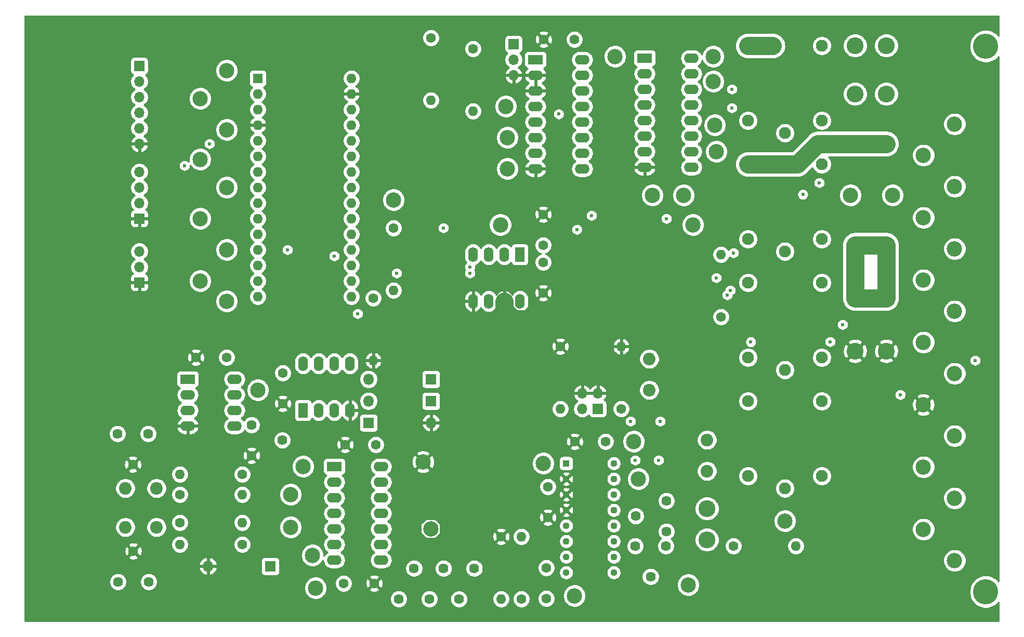
<source format=gbl>
G04 #@! TF.GenerationSoftware,KiCad,Pcbnew,(5.1.9)-1*
G04 #@! TF.CreationDate,2021-07-06T19:46:52+02:00*
G04 #@! TF.ProjectId,const_curr_measure,636f6e73-745f-4637-9572-725f6d656173,rev?*
G04 #@! TF.SameCoordinates,Original*
G04 #@! TF.FileFunction,Copper,L4,Bot*
G04 #@! TF.FilePolarity,Positive*
%FSLAX46Y46*%
G04 Gerber Fmt 4.6, Leading zero omitted, Abs format (unit mm)*
G04 Created by KiCad (PCBNEW (5.1.9)-1) date 2021-07-06 19:46:52*
%MOMM*%
%LPD*%
G01*
G04 APERTURE LIST*
G04 #@! TA.AperFunction,ComponentPad*
%ADD10O,1.600000X2.400000*%
G04 #@! TD*
G04 #@! TA.AperFunction,ComponentPad*
%ADD11R,1.600000X2.400000*%
G04 #@! TD*
G04 #@! TA.AperFunction,ComponentPad*
%ADD12C,2.500000*%
G04 #@! TD*
G04 #@! TA.AperFunction,ComponentPad*
%ADD13O,1.700000X1.700000*%
G04 #@! TD*
G04 #@! TA.AperFunction,ComponentPad*
%ADD14R,1.700000X1.700000*%
G04 #@! TD*
G04 #@! TA.AperFunction,ComponentPad*
%ADD15O,2.400000X1.600000*%
G04 #@! TD*
G04 #@! TA.AperFunction,ComponentPad*
%ADD16R,2.400000X1.600000*%
G04 #@! TD*
G04 #@! TA.AperFunction,ComponentPad*
%ADD17C,1.620000*%
G04 #@! TD*
G04 #@! TA.AperFunction,ComponentPad*
%ADD18C,1.600000*%
G04 #@! TD*
G04 #@! TA.AperFunction,ComponentPad*
%ADD19O,1.600000X1.600000*%
G04 #@! TD*
G04 #@! TA.AperFunction,ComponentPad*
%ADD20O,1.800000X1.800000*%
G04 #@! TD*
G04 #@! TA.AperFunction,ComponentPad*
%ADD21R,1.800000X1.800000*%
G04 #@! TD*
G04 #@! TA.AperFunction,ComponentPad*
%ADD22R,1.600000X1.600000*%
G04 #@! TD*
G04 #@! TA.AperFunction,ComponentPad*
%ADD23C,2.745000*%
G04 #@! TD*
G04 #@! TA.AperFunction,ComponentPad*
%ADD24C,1.950000*%
G04 #@! TD*
G04 #@! TA.AperFunction,ComponentPad*
%ADD25C,2.055000*%
G04 #@! TD*
G04 #@! TA.AperFunction,ComponentPad*
%ADD26C,4.100000*%
G04 #@! TD*
G04 #@! TA.AperFunction,ComponentPad*
%ADD27C,1.130000*%
G04 #@! TD*
G04 #@! TA.AperFunction,ComponentPad*
%ADD28R,1.130000X1.130000*%
G04 #@! TD*
G04 #@! TA.AperFunction,ViaPad*
%ADD29C,0.600000*%
G04 #@! TD*
G04 #@! TA.AperFunction,Conductor*
%ADD30C,0.250000*%
G04 #@! TD*
G04 #@! TA.AperFunction,Conductor*
%ADD31C,3.000000*%
G04 #@! TD*
G04 #@! TA.AperFunction,Conductor*
%ADD32C,1.000000*%
G04 #@! TD*
G04 #@! TA.AperFunction,Conductor*
%ADD33C,0.254000*%
G04 #@! TD*
G04 #@! TA.AperFunction,Conductor*
%ADD34C,0.100000*%
G04 #@! TD*
G04 APERTURE END LIST*
D10*
X169088000Y-100254000D03*
X161468000Y-92634000D03*
X166548000Y-100254000D03*
X164008000Y-92634000D03*
X164008000Y-100254000D03*
X166548000Y-92634000D03*
X161468000Y-100254000D03*
D11*
X169088000Y-92634000D03*
D12*
X126416000Y-114732000D03*
X121336000Y-81712000D03*
X121336000Y-72314000D03*
X117018000Y-67234000D03*
X117018000Y-77140000D03*
X117018000Y-86792000D03*
X121336000Y-62662000D03*
X117018000Y-96952000D03*
X121336000Y-100254000D03*
X121336000Y-91872000D03*
D13*
X107112000Y-79172000D03*
X107112000Y-81712000D03*
X107112000Y-84252000D03*
D14*
X107112000Y-86792000D03*
D13*
X107112000Y-92126000D03*
X107112000Y-94666000D03*
D14*
X107112000Y-97206000D03*
D13*
X107112000Y-74600000D03*
X107112000Y-72060000D03*
X107112000Y-69520000D03*
X107112000Y-66980000D03*
X107112000Y-64440000D03*
D14*
X107112000Y-61900000D03*
D10*
X133782000Y-110414000D03*
X141402000Y-118034000D03*
X136322000Y-110414000D03*
X138862000Y-118034000D03*
X138862000Y-110414000D03*
X136322000Y-118034000D03*
X141402000Y-110414000D03*
D11*
X133782000Y-118034000D03*
D15*
X122606000Y-112954000D03*
X114986000Y-120574000D03*
X122606000Y-115494000D03*
X114986000Y-118034000D03*
X122606000Y-118034000D03*
X114986000Y-115494000D03*
X122606000Y-120574000D03*
D16*
X114986000Y-112954000D03*
D17*
X125400000Y-125400000D03*
X130400000Y-122900000D03*
X125400000Y-120400000D03*
D18*
X130480000Y-116938000D03*
X130480000Y-111938000D03*
X116336000Y-109398000D03*
X121336000Y-109398000D03*
D12*
X148514000Y-83744000D03*
D19*
X148514000Y-98476000D03*
D18*
X148514000Y-88316000D03*
D19*
X154610000Y-67488000D03*
D18*
X154610000Y-57328000D03*
D19*
X161468000Y-69266000D03*
D18*
X161468000Y-59106000D03*
D19*
X145212000Y-109906000D03*
D18*
X145212000Y-99746000D03*
D20*
X118288000Y-143434000D03*
D21*
X128448000Y-143434000D03*
D20*
X144450000Y-112954000D03*
D21*
X154610000Y-112954000D03*
D20*
X154610000Y-120066000D03*
D21*
X144450000Y-120066000D03*
D20*
X144450000Y-116510000D03*
D21*
X154610000Y-116510000D03*
D19*
X141656000Y-99492000D03*
X126416000Y-99492000D03*
X141656000Y-63932000D03*
X126416000Y-96952000D03*
X141656000Y-66472000D03*
X126416000Y-94412000D03*
X141656000Y-69012000D03*
X126416000Y-91872000D03*
X141656000Y-71552000D03*
X126416000Y-89332000D03*
X141656000Y-74092000D03*
X126416000Y-86792000D03*
X141656000Y-76632000D03*
X126416000Y-84252000D03*
X141656000Y-79172000D03*
X126416000Y-81712000D03*
X141656000Y-81712000D03*
X126416000Y-79172000D03*
X141656000Y-84252000D03*
X126416000Y-76632000D03*
X141656000Y-86792000D03*
X126416000Y-74092000D03*
X141656000Y-89332000D03*
X126416000Y-71552000D03*
X141656000Y-91872000D03*
X126416000Y-69012000D03*
X141656000Y-94412000D03*
X126416000Y-66472000D03*
X141656000Y-96952000D03*
D22*
X126416000Y-63932000D03*
D23*
X228778000Y-91110000D03*
X223698000Y-91110000D03*
D19*
X214046000Y-140132000D03*
D18*
X203886000Y-140132000D03*
D19*
X201854000Y-92634000D03*
D18*
X201854000Y-102794000D03*
X173660000Y-135480000D03*
X173660000Y-130480000D03*
X178058000Y-123114000D03*
X183058000Y-123114000D03*
X172898000Y-86110000D03*
X172898000Y-91110000D03*
D23*
X199568000Y-134036000D03*
X199568000Y-139116000D03*
D12*
X201092000Y-75870000D03*
D18*
X145640000Y-123622000D03*
X140640000Y-123622000D03*
D13*
X168072000Y-63424000D03*
X168072000Y-60884000D03*
D14*
X168072000Y-58344000D03*
D24*
X212268000Y-72822000D03*
X206268000Y-70822000D03*
X206268000Y-58622000D03*
X218268000Y-58622000D03*
X218268000Y-70822000D03*
X212268000Y-92126000D03*
X206268000Y-90126000D03*
X206268000Y-77926000D03*
X218268000Y-77926000D03*
X218268000Y-90126000D03*
X212268000Y-111430000D03*
X206268000Y-109430000D03*
X206268000Y-97230000D03*
X218268000Y-97230000D03*
X218268000Y-109430000D03*
D12*
X200838000Y-71552000D03*
X195758000Y-82982000D03*
X222936000Y-82982000D03*
X197282000Y-87808000D03*
X212268000Y-136068000D03*
X172898000Y-126670000D03*
X229794000Y-82982000D03*
X200584000Y-64440000D03*
X200584000Y-60376000D03*
X190678000Y-82982000D03*
X167056000Y-78664000D03*
X167056000Y-73584000D03*
X184582000Y-60376000D03*
X166802000Y-68504000D03*
X135814000Y-146990000D03*
X153340000Y-126416000D03*
X135306000Y-141656000D03*
X196520000Y-146482000D03*
X188392000Y-129210000D03*
X131750000Y-137084000D03*
X154610000Y-137338000D03*
X133782000Y-127178000D03*
X187630000Y-123114000D03*
X177978000Y-148260000D03*
X131750000Y-131750000D03*
X165913000Y-87808000D03*
D17*
X156667400Y-143789600D03*
X159167400Y-148789600D03*
X161667400Y-143789600D03*
X154356000Y-148768000D03*
X151856000Y-143768000D03*
X149356000Y-148768000D03*
X108636000Y-145974000D03*
X106136000Y-140974000D03*
X103636000Y-145974000D03*
X187884000Y-140132000D03*
X190384000Y-145132000D03*
X192884000Y-140132000D03*
X192964000Y-132766000D03*
X187964000Y-135266000D03*
X192964000Y-137766000D03*
X103556000Y-121844000D03*
X106056000Y-126844000D03*
X108556000Y-121844000D03*
D18*
X173406000Y-148688000D03*
X173406000Y-143688000D03*
D16*
X189408000Y-60630000D03*
D15*
X197028000Y-78410000D03*
X189408000Y-63170000D03*
X197028000Y-75870000D03*
X189408000Y-65710000D03*
X197028000Y-73330000D03*
X189408000Y-68250000D03*
X197028000Y-70790000D03*
X189408000Y-70790000D03*
X197028000Y-68250000D03*
X189408000Y-73330000D03*
X197028000Y-65710000D03*
X189408000Y-75870000D03*
X197028000Y-63170000D03*
X189408000Y-78410000D03*
X197028000Y-60630000D03*
D23*
X228778000Y-108382000D03*
X223698000Y-108382000D03*
X228778000Y-99746000D03*
X223698000Y-99746000D03*
D25*
X109906000Y-130734000D03*
X104826000Y-130734000D03*
X109906000Y-137084000D03*
X104826000Y-137084000D03*
D26*
X244983200Y-58699600D03*
X244983200Y-147599600D03*
D12*
X239903200Y-142519600D03*
X234823200Y-137439600D03*
X239903200Y-132359600D03*
X234823200Y-127279600D03*
X239903200Y-122199600D03*
X234823200Y-117119600D03*
X239903200Y-112039600D03*
X234823200Y-106959600D03*
X239903200Y-101879600D03*
X234823200Y-96799600D03*
X239903200Y-91719600D03*
X234823200Y-86639600D03*
X239903200Y-81559600D03*
X234823200Y-76479600D03*
X239903200Y-71399600D03*
D23*
X228778000Y-58598000D03*
X223698000Y-58598000D03*
D27*
X184390000Y-126670000D03*
X184390000Y-129210000D03*
X184390000Y-131750000D03*
X184390000Y-134290000D03*
X184390000Y-136830000D03*
X184390000Y-139370000D03*
X184390000Y-141910000D03*
X184390000Y-144450000D03*
X176646000Y-144450000D03*
X176646000Y-141910000D03*
X176646000Y-139370000D03*
X176646000Y-136830000D03*
X176646000Y-134290000D03*
X176646000Y-131750000D03*
X176646000Y-129210000D03*
D28*
X176646000Y-126670000D03*
D23*
X228778000Y-74600000D03*
X223698000Y-74600000D03*
X228778000Y-66472000D03*
X223698000Y-66472000D03*
D24*
X212268000Y-130734000D03*
X206268000Y-128734000D03*
X206268000Y-116534000D03*
X218268000Y-116534000D03*
X218268000Y-128734000D03*
D25*
X190170000Y-109652000D03*
X190170000Y-114732000D03*
X199568000Y-122860000D03*
X199568000Y-127940000D03*
D19*
X166040000Y-148768000D03*
D18*
X166040000Y-138608000D03*
D19*
X169342000Y-138608000D03*
D18*
X169342000Y-148768000D03*
D19*
X123876000Y-131750000D03*
D18*
X113716000Y-131750000D03*
D19*
X123876000Y-136322000D03*
D18*
X113716000Y-136322000D03*
D19*
X175692000Y-117780000D03*
D18*
X175692000Y-107620000D03*
X177978000Y-57582000D03*
X172978000Y-57582000D03*
X172898000Y-98904000D03*
X172898000Y-93904000D03*
X145386000Y-146228000D03*
X140386000Y-146228000D03*
D16*
X171628000Y-60884000D03*
D15*
X179248000Y-78664000D03*
X171628000Y-63424000D03*
X179248000Y-76124000D03*
X171628000Y-65964000D03*
X179248000Y-73584000D03*
X171628000Y-68504000D03*
X179248000Y-71044000D03*
X171628000Y-71044000D03*
X179248000Y-68504000D03*
X171628000Y-73584000D03*
X179248000Y-65964000D03*
X171628000Y-76124000D03*
X179248000Y-63424000D03*
X171628000Y-78664000D03*
X179248000Y-60884000D03*
X146482000Y-127178000D03*
X138862000Y-142418000D03*
X146482000Y-129718000D03*
X138862000Y-139878000D03*
X146482000Y-132258000D03*
X138862000Y-137338000D03*
X146482000Y-134798000D03*
X138862000Y-134798000D03*
X146482000Y-137338000D03*
X138862000Y-132258000D03*
X146482000Y-139878000D03*
X138862000Y-129718000D03*
X146482000Y-142418000D03*
D16*
X138862000Y-127178000D03*
D19*
X113716000Y-139878000D03*
D18*
X123876000Y-139878000D03*
D19*
X185598000Y-107620000D03*
D18*
X185598000Y-117780000D03*
D19*
X113716000Y-128448000D03*
D18*
X123876000Y-128448000D03*
D13*
X179248000Y-115240000D03*
X181788000Y-115240000D03*
X179248000Y-117780000D03*
D14*
X181788000Y-117780000D03*
D29*
X231064000Y-115494000D03*
X243256000Y-109906000D03*
X180772000Y-86284000D03*
X178379999Y-88558001D03*
X148768000Y-135814000D03*
X152578000Y-135814000D03*
X154102000Y-134544000D03*
X156007000Y-134163000D03*
X157785000Y-132385000D03*
X159817000Y-130353000D03*
X161976000Y-128194000D03*
X164135000Y-126035000D03*
X166548000Y-123622000D03*
X167818000Y-121590000D03*
X167818000Y-119558000D03*
X167818000Y-116002000D03*
X167818000Y-113716000D03*
X167818000Y-110668000D03*
X167818000Y-108382000D03*
X167818000Y-105588000D03*
X167818000Y-102794000D03*
X166929000Y-101143000D03*
X148768000Y-138288010D03*
X152004010Y-138288010D03*
X154691999Y-139288001D03*
X157658000Y-137084000D03*
X159817000Y-134163000D03*
X161468000Y-132512000D03*
X164262000Y-129718000D03*
X166421000Y-127559000D03*
X168834000Y-125146000D03*
X170612000Y-122352000D03*
X170612000Y-119812000D03*
X170612000Y-116002000D03*
X170612000Y-113716000D03*
X170612000Y-110668000D03*
X170612000Y-108382000D03*
X170612000Y-105588000D03*
X170612000Y-102794000D03*
X168466676Y-98353990D03*
X170588010Y-99232676D03*
X143688000Y-104826000D03*
X187884000Y-126162000D03*
X191694000Y-126162000D03*
X187122000Y-119812000D03*
X191948000Y-119812000D03*
X203378000Y-98476000D03*
X201092000Y-96444000D03*
X202870000Y-99238000D03*
X192964000Y-86792000D03*
X203886000Y-92380000D03*
X203632000Y-65710000D03*
X203632000Y-68758000D03*
X215189000Y-82855000D03*
X175418010Y-69754010D03*
X142672000Y-102286000D03*
X160960000Y-95682000D03*
X160960000Y-95682000D03*
X149022000Y-95682000D03*
X131242000Y-91872000D03*
X217856000Y-80950000D03*
X219634000Y-106858000D03*
X221666000Y-104064000D03*
X206705499Y-106883499D03*
X118542000Y-74600000D03*
X114478000Y-78156000D03*
X114478000Y-78156000D03*
X160950229Y-94656229D03*
X156642000Y-88316000D03*
X138862000Y-92888000D03*
D30*
X205696000Y-128734000D02*
X206268000Y-128734000D01*
D31*
X166548000Y-101649548D02*
X168052462Y-103154010D01*
X166548000Y-100254000D02*
X166548000Y-101649548D01*
X169743990Y-103154010D02*
X168052462Y-103154010D01*
X169743990Y-103154010D02*
X169743990Y-104678010D01*
X169743990Y-104678010D02*
X169088000Y-105334000D01*
X169088000Y-105334000D02*
X169088000Y-122860000D01*
X169088000Y-122860000D02*
X156793001Y-135154999D01*
D32*
X155626000Y-134544000D02*
X156007000Y-134163000D01*
X154102000Y-134544000D02*
X155626000Y-134544000D01*
X153848000Y-134544000D02*
X152578000Y-135814000D01*
X154102000Y-134544000D02*
X153848000Y-134544000D01*
X151750010Y-138288010D02*
X152832000Y-139370000D01*
X155464002Y-139370000D02*
X157658000Y-137176002D01*
X152832000Y-139370000D02*
X155464002Y-139370000D01*
X157658000Y-136019998D02*
X156793001Y-135154999D01*
X157658000Y-137176002D02*
X157658000Y-136019998D01*
X148768000Y-135814000D02*
X148768000Y-138288010D01*
X148768000Y-138288010D02*
X149718010Y-138288010D01*
X149530000Y-138100000D02*
X149718010Y-138288010D01*
X149530000Y-135814000D02*
X149530000Y-138100000D01*
X149530000Y-135814000D02*
X149022000Y-135814000D01*
X150546000Y-135814000D02*
X150546000Y-138100000D01*
X150734010Y-138288010D02*
X151750010Y-138288010D01*
X150546000Y-138100000D02*
X150734010Y-138288010D01*
X149718010Y-138288010D02*
X150734010Y-138288010D01*
X150546000Y-135814000D02*
X149530000Y-135814000D01*
X149530000Y-137084000D02*
X150546000Y-138100000D01*
X149530000Y-135814000D02*
X149530000Y-137084000D01*
X150546000Y-136068000D02*
X149530000Y-137084000D01*
X150546000Y-135814000D02*
X150546000Y-136068000D01*
X151308000Y-137846000D02*
X151750010Y-138288010D01*
X151308000Y-135814000D02*
X151308000Y-137846000D01*
X151308000Y-135814000D02*
X150546000Y-135814000D01*
X152578000Y-137714020D02*
X152004010Y-138288010D01*
X152578000Y-135814000D02*
X152578000Y-137714020D01*
X151816000Y-138222020D02*
X151750010Y-138288010D01*
X151816000Y-135814000D02*
X151816000Y-138222020D01*
X152578000Y-135814000D02*
X151816000Y-135814000D01*
X151816000Y-135814000D02*
X151308000Y-135814000D01*
X152578000Y-138192002D02*
X152578000Y-137714020D01*
X153673999Y-139288001D02*
X152578000Y-138192002D01*
X154691999Y-139288001D02*
X153673999Y-139288001D01*
X154102000Y-134544000D02*
X152659999Y-135986001D01*
X153906999Y-135154999D02*
X156793001Y-135154999D01*
X153075997Y-135986001D02*
X153906999Y-135154999D01*
X152659999Y-135986001D02*
X153075997Y-135986001D01*
X154702002Y-134544000D02*
X154102000Y-134544000D01*
X156560001Y-136401999D02*
X154702002Y-134544000D01*
X156560001Y-137338000D02*
X156560001Y-136401999D01*
X156975999Y-136401999D02*
X156560001Y-136401999D01*
X157658000Y-137084000D02*
X156975999Y-136401999D01*
X155961999Y-135387999D02*
X156975999Y-136401999D01*
X153004001Y-135387999D02*
X155961999Y-135387999D01*
X152578000Y-135814000D02*
X153004001Y-135387999D01*
X156560001Y-138274001D02*
X156560001Y-136401999D01*
X155546001Y-139288001D02*
X156560001Y-138274001D01*
X154691999Y-139288001D02*
X155546001Y-139288001D01*
X152578000Y-136320000D02*
X152578000Y-135814000D01*
X152659999Y-136401999D02*
X152578000Y-136320000D01*
D31*
X228778000Y-99746000D02*
X223698000Y-99746000D01*
X228778000Y-99746000D02*
X228778000Y-91110000D01*
X223698000Y-99746000D02*
X223698000Y-91110000D01*
X223698000Y-91110000D02*
X228778000Y-91110000D01*
X228778000Y-74600000D02*
X223698000Y-74600000D01*
X214308998Y-77926000D02*
X206268000Y-77926000D01*
X217634998Y-74600000D02*
X214308998Y-77926000D01*
X223698000Y-74600000D02*
X217634998Y-74600000D01*
X206268000Y-58622000D02*
X210260000Y-58622000D01*
D30*
X218634953Y-77926000D02*
X218268000Y-77926000D01*
D33*
X247098001Y-57031750D02*
X247068776Y-56988012D01*
X246694788Y-56614024D01*
X246255025Y-56320183D01*
X245766386Y-56117783D01*
X245247649Y-56014600D01*
X244718751Y-56014600D01*
X244200014Y-56117783D01*
X243711375Y-56320183D01*
X243271612Y-56614024D01*
X242897624Y-56988012D01*
X242603783Y-57427775D01*
X242401383Y-57916414D01*
X242298200Y-58435151D01*
X242298200Y-58964049D01*
X242401383Y-59482786D01*
X242603783Y-59971425D01*
X242897624Y-60411188D01*
X243271612Y-60785176D01*
X243711375Y-61079017D01*
X244200014Y-61281417D01*
X244718751Y-61384600D01*
X245247649Y-61384600D01*
X245766386Y-61281417D01*
X246255025Y-61079017D01*
X246694788Y-60785176D01*
X247068776Y-60411188D01*
X247098001Y-60367450D01*
X247098000Y-145931749D01*
X247068776Y-145888012D01*
X246694788Y-145514024D01*
X246255025Y-145220183D01*
X245766386Y-145017783D01*
X245247649Y-144914600D01*
X244718751Y-144914600D01*
X244200014Y-145017783D01*
X243711375Y-145220183D01*
X243271612Y-145514024D01*
X242897624Y-145888012D01*
X242603783Y-146327775D01*
X242401383Y-146816414D01*
X242298200Y-147335151D01*
X242298200Y-147864049D01*
X242401383Y-148382786D01*
X242603783Y-148871425D01*
X242897624Y-149311188D01*
X243271612Y-149685176D01*
X243711375Y-149979017D01*
X244200014Y-150181417D01*
X244718751Y-150284600D01*
X245247649Y-150284600D01*
X245766386Y-150181417D01*
X246255025Y-149979017D01*
X246694788Y-149685176D01*
X247068776Y-149311188D01*
X247098000Y-149267451D01*
X247098000Y-152376000D01*
X88518000Y-152376000D01*
X88518000Y-145831680D01*
X102191000Y-145831680D01*
X102191000Y-146116320D01*
X102246530Y-146395491D01*
X102355457Y-146658464D01*
X102513595Y-146895134D01*
X102714866Y-147096405D01*
X102951536Y-147254543D01*
X103214509Y-147363470D01*
X103493680Y-147419000D01*
X103778320Y-147419000D01*
X104057491Y-147363470D01*
X104320464Y-147254543D01*
X104557134Y-147096405D01*
X104758405Y-146895134D01*
X104916543Y-146658464D01*
X105025470Y-146395491D01*
X105081000Y-146116320D01*
X105081000Y-145831680D01*
X107191000Y-145831680D01*
X107191000Y-146116320D01*
X107246530Y-146395491D01*
X107355457Y-146658464D01*
X107513595Y-146895134D01*
X107714866Y-147096405D01*
X107951536Y-147254543D01*
X108214509Y-147363470D01*
X108493680Y-147419000D01*
X108778320Y-147419000D01*
X109057491Y-147363470D01*
X109320464Y-147254543D01*
X109557134Y-147096405D01*
X109758405Y-146895134D01*
X109819069Y-146804344D01*
X133929000Y-146804344D01*
X133929000Y-147175656D01*
X134001439Y-147539834D01*
X134143534Y-147882882D01*
X134349825Y-148191618D01*
X134612382Y-148454175D01*
X134921118Y-148660466D01*
X135264166Y-148802561D01*
X135628344Y-148875000D01*
X135999656Y-148875000D01*
X136363834Y-148802561D01*
X136706882Y-148660466D01*
X136758942Y-148625680D01*
X147911000Y-148625680D01*
X147911000Y-148910320D01*
X147966530Y-149189491D01*
X148075457Y-149452464D01*
X148233595Y-149689134D01*
X148434866Y-149890405D01*
X148671536Y-150048543D01*
X148934509Y-150157470D01*
X149213680Y-150213000D01*
X149498320Y-150213000D01*
X149777491Y-150157470D01*
X150040464Y-150048543D01*
X150277134Y-149890405D01*
X150478405Y-149689134D01*
X150636543Y-149452464D01*
X150745470Y-149189491D01*
X150801000Y-148910320D01*
X150801000Y-148625680D01*
X152911000Y-148625680D01*
X152911000Y-148910320D01*
X152966530Y-149189491D01*
X153075457Y-149452464D01*
X153233595Y-149689134D01*
X153434866Y-149890405D01*
X153671536Y-150048543D01*
X153934509Y-150157470D01*
X154213680Y-150213000D01*
X154498320Y-150213000D01*
X154777491Y-150157470D01*
X155040464Y-150048543D01*
X155277134Y-149890405D01*
X155478405Y-149689134D01*
X155636543Y-149452464D01*
X155745470Y-149189491D01*
X155801000Y-148910320D01*
X155801000Y-148647280D01*
X157722400Y-148647280D01*
X157722400Y-148931920D01*
X157777930Y-149211091D01*
X157886857Y-149474064D01*
X158044995Y-149710734D01*
X158246266Y-149912005D01*
X158482936Y-150070143D01*
X158745909Y-150179070D01*
X159025080Y-150234600D01*
X159309720Y-150234600D01*
X159588891Y-150179070D01*
X159851864Y-150070143D01*
X160088534Y-149912005D01*
X160289805Y-149710734D01*
X160447943Y-149474064D01*
X160556870Y-149211091D01*
X160612400Y-148931920D01*
X160612400Y-148647280D01*
X160608300Y-148626665D01*
X164605000Y-148626665D01*
X164605000Y-148909335D01*
X164660147Y-149186574D01*
X164768320Y-149447727D01*
X164925363Y-149682759D01*
X165125241Y-149882637D01*
X165360273Y-150039680D01*
X165621426Y-150147853D01*
X165898665Y-150203000D01*
X166181335Y-150203000D01*
X166458574Y-150147853D01*
X166719727Y-150039680D01*
X166954759Y-149882637D01*
X167154637Y-149682759D01*
X167311680Y-149447727D01*
X167419853Y-149186574D01*
X167475000Y-148909335D01*
X167475000Y-148626665D01*
X167907000Y-148626665D01*
X167907000Y-148909335D01*
X167962147Y-149186574D01*
X168070320Y-149447727D01*
X168227363Y-149682759D01*
X168427241Y-149882637D01*
X168662273Y-150039680D01*
X168923426Y-150147853D01*
X169200665Y-150203000D01*
X169483335Y-150203000D01*
X169760574Y-150147853D01*
X170021727Y-150039680D01*
X170256759Y-149882637D01*
X170456637Y-149682759D01*
X170613680Y-149447727D01*
X170721853Y-149186574D01*
X170777000Y-148909335D01*
X170777000Y-148626665D01*
X170761087Y-148546665D01*
X171971000Y-148546665D01*
X171971000Y-148829335D01*
X172026147Y-149106574D01*
X172134320Y-149367727D01*
X172291363Y-149602759D01*
X172491241Y-149802637D01*
X172726273Y-149959680D01*
X172987426Y-150067853D01*
X173264665Y-150123000D01*
X173547335Y-150123000D01*
X173824574Y-150067853D01*
X174085727Y-149959680D01*
X174320759Y-149802637D01*
X174520637Y-149602759D01*
X174677680Y-149367727D01*
X174785853Y-149106574D01*
X174841000Y-148829335D01*
X174841000Y-148546665D01*
X174785853Y-148269426D01*
X174705048Y-148074344D01*
X176093000Y-148074344D01*
X176093000Y-148445656D01*
X176165439Y-148809834D01*
X176307534Y-149152882D01*
X176513825Y-149461618D01*
X176776382Y-149724175D01*
X177085118Y-149930466D01*
X177428166Y-150072561D01*
X177792344Y-150145000D01*
X178163656Y-150145000D01*
X178527834Y-150072561D01*
X178870882Y-149930466D01*
X179179618Y-149724175D01*
X179442175Y-149461618D01*
X179648466Y-149152882D01*
X179790561Y-148809834D01*
X179863000Y-148445656D01*
X179863000Y-148074344D01*
X179790561Y-147710166D01*
X179648466Y-147367118D01*
X179442175Y-147058382D01*
X179179618Y-146795825D01*
X178870882Y-146589534D01*
X178527834Y-146447439D01*
X178163656Y-146375000D01*
X177792344Y-146375000D01*
X177428166Y-146447439D01*
X177085118Y-146589534D01*
X176776382Y-146795825D01*
X176513825Y-147058382D01*
X176307534Y-147367118D01*
X176165439Y-147710166D01*
X176093000Y-148074344D01*
X174705048Y-148074344D01*
X174677680Y-148008273D01*
X174520637Y-147773241D01*
X174320759Y-147573363D01*
X174085727Y-147416320D01*
X173824574Y-147308147D01*
X173547335Y-147253000D01*
X173264665Y-147253000D01*
X172987426Y-147308147D01*
X172726273Y-147416320D01*
X172491241Y-147573363D01*
X172291363Y-147773241D01*
X172134320Y-148008273D01*
X172026147Y-148269426D01*
X171971000Y-148546665D01*
X170761087Y-148546665D01*
X170721853Y-148349426D01*
X170613680Y-148088273D01*
X170456637Y-147853241D01*
X170256759Y-147653363D01*
X170021727Y-147496320D01*
X169760574Y-147388147D01*
X169483335Y-147333000D01*
X169200665Y-147333000D01*
X168923426Y-147388147D01*
X168662273Y-147496320D01*
X168427241Y-147653363D01*
X168227363Y-147853241D01*
X168070320Y-148088273D01*
X167962147Y-148349426D01*
X167907000Y-148626665D01*
X167475000Y-148626665D01*
X167419853Y-148349426D01*
X167311680Y-148088273D01*
X167154637Y-147853241D01*
X166954759Y-147653363D01*
X166719727Y-147496320D01*
X166458574Y-147388147D01*
X166181335Y-147333000D01*
X165898665Y-147333000D01*
X165621426Y-147388147D01*
X165360273Y-147496320D01*
X165125241Y-147653363D01*
X164925363Y-147853241D01*
X164768320Y-148088273D01*
X164660147Y-148349426D01*
X164605000Y-148626665D01*
X160608300Y-148626665D01*
X160556870Y-148368109D01*
X160447943Y-148105136D01*
X160289805Y-147868466D01*
X160088534Y-147667195D01*
X159851864Y-147509057D01*
X159588891Y-147400130D01*
X159309720Y-147344600D01*
X159025080Y-147344600D01*
X158745909Y-147400130D01*
X158482936Y-147509057D01*
X158246266Y-147667195D01*
X158044995Y-147868466D01*
X157886857Y-148105136D01*
X157777930Y-148368109D01*
X157722400Y-148647280D01*
X155801000Y-148647280D01*
X155801000Y-148625680D01*
X155745470Y-148346509D01*
X155636543Y-148083536D01*
X155478405Y-147846866D01*
X155277134Y-147645595D01*
X155040464Y-147487457D01*
X154777491Y-147378530D01*
X154498320Y-147323000D01*
X154213680Y-147323000D01*
X153934509Y-147378530D01*
X153671536Y-147487457D01*
X153434866Y-147645595D01*
X153233595Y-147846866D01*
X153075457Y-148083536D01*
X152966530Y-148346509D01*
X152911000Y-148625680D01*
X150801000Y-148625680D01*
X150745470Y-148346509D01*
X150636543Y-148083536D01*
X150478405Y-147846866D01*
X150277134Y-147645595D01*
X150040464Y-147487457D01*
X149777491Y-147378530D01*
X149498320Y-147323000D01*
X149213680Y-147323000D01*
X148934509Y-147378530D01*
X148671536Y-147487457D01*
X148434866Y-147645595D01*
X148233595Y-147846866D01*
X148075457Y-148083536D01*
X147966530Y-148346509D01*
X147911000Y-148625680D01*
X136758942Y-148625680D01*
X137015618Y-148454175D01*
X137278175Y-148191618D01*
X137484466Y-147882882D01*
X137626561Y-147539834D01*
X137699000Y-147175656D01*
X137699000Y-146804344D01*
X137626561Y-146440166D01*
X137484466Y-146097118D01*
X137477482Y-146086665D01*
X138951000Y-146086665D01*
X138951000Y-146369335D01*
X139006147Y-146646574D01*
X139114320Y-146907727D01*
X139271363Y-147142759D01*
X139471241Y-147342637D01*
X139706273Y-147499680D01*
X139967426Y-147607853D01*
X140244665Y-147663000D01*
X140527335Y-147663000D01*
X140804574Y-147607853D01*
X141065727Y-147499680D01*
X141300759Y-147342637D01*
X141422694Y-147220702D01*
X144572903Y-147220702D01*
X144644486Y-147464671D01*
X144899996Y-147585571D01*
X145174184Y-147654300D01*
X145456512Y-147668217D01*
X145736130Y-147626787D01*
X146002292Y-147531603D01*
X146127514Y-147464671D01*
X146199097Y-147220702D01*
X145386000Y-146407605D01*
X144572903Y-147220702D01*
X141422694Y-147220702D01*
X141500637Y-147142759D01*
X141657680Y-146907727D01*
X141765853Y-146646574D01*
X141821000Y-146369335D01*
X141821000Y-146298512D01*
X143945783Y-146298512D01*
X143987213Y-146578130D01*
X144082397Y-146844292D01*
X144149329Y-146969514D01*
X144393298Y-147041097D01*
X145206395Y-146228000D01*
X145565605Y-146228000D01*
X146378702Y-147041097D01*
X146622671Y-146969514D01*
X146743571Y-146714004D01*
X146812300Y-146439816D01*
X146826217Y-146157488D01*
X146784787Y-145877870D01*
X146689603Y-145611708D01*
X146622671Y-145486486D01*
X146378702Y-145414903D01*
X145565605Y-146228000D01*
X145206395Y-146228000D01*
X144393298Y-145414903D01*
X144149329Y-145486486D01*
X144028429Y-145741996D01*
X143959700Y-146016184D01*
X143945783Y-146298512D01*
X141821000Y-146298512D01*
X141821000Y-146086665D01*
X141765853Y-145809426D01*
X141657680Y-145548273D01*
X141500637Y-145313241D01*
X141422694Y-145235298D01*
X144572903Y-145235298D01*
X145386000Y-146048395D01*
X146199097Y-145235298D01*
X146127514Y-144991329D01*
X145872004Y-144870429D01*
X145597816Y-144801700D01*
X145315488Y-144787783D01*
X145035870Y-144829213D01*
X144769708Y-144924397D01*
X144644486Y-144991329D01*
X144572903Y-145235298D01*
X141422694Y-145235298D01*
X141300759Y-145113363D01*
X141065727Y-144956320D01*
X140804574Y-144848147D01*
X140527335Y-144793000D01*
X140244665Y-144793000D01*
X139967426Y-144848147D01*
X139706273Y-144956320D01*
X139471241Y-145113363D01*
X139271363Y-145313241D01*
X139114320Y-145548273D01*
X139006147Y-145809426D01*
X138951000Y-146086665D01*
X137477482Y-146086665D01*
X137278175Y-145788382D01*
X137015618Y-145525825D01*
X136706882Y-145319534D01*
X136363834Y-145177439D01*
X135999656Y-145105000D01*
X135628344Y-145105000D01*
X135264166Y-145177439D01*
X134921118Y-145319534D01*
X134612382Y-145525825D01*
X134349825Y-145788382D01*
X134143534Y-146097118D01*
X134001439Y-146440166D01*
X133929000Y-146804344D01*
X109819069Y-146804344D01*
X109916543Y-146658464D01*
X110025470Y-146395491D01*
X110081000Y-146116320D01*
X110081000Y-145831680D01*
X110025470Y-145552509D01*
X109916543Y-145289536D01*
X109758405Y-145052866D01*
X109557134Y-144851595D01*
X109320464Y-144693457D01*
X109057491Y-144584530D01*
X108778320Y-144529000D01*
X108493680Y-144529000D01*
X108214509Y-144584530D01*
X107951536Y-144693457D01*
X107714866Y-144851595D01*
X107513595Y-145052866D01*
X107355457Y-145289536D01*
X107246530Y-145552509D01*
X107191000Y-145831680D01*
X105081000Y-145831680D01*
X105025470Y-145552509D01*
X104916543Y-145289536D01*
X104758405Y-145052866D01*
X104557134Y-144851595D01*
X104320464Y-144693457D01*
X104057491Y-144584530D01*
X103778320Y-144529000D01*
X103493680Y-144529000D01*
X103214509Y-144584530D01*
X102951536Y-144693457D01*
X102714866Y-144851595D01*
X102513595Y-145052866D01*
X102355457Y-145289536D01*
X102246530Y-145552509D01*
X102191000Y-145831680D01*
X88518000Y-145831680D01*
X88518000Y-143798740D01*
X116796964Y-143798740D01*
X116845606Y-143959107D01*
X116975764Y-144230414D01*
X117156351Y-144471116D01*
X117380427Y-144671962D01*
X117639380Y-144825234D01*
X117923259Y-144925041D01*
X118161000Y-144804992D01*
X118161000Y-143561000D01*
X118415000Y-143561000D01*
X118415000Y-144804992D01*
X118652741Y-144925041D01*
X118936620Y-144825234D01*
X119195573Y-144671962D01*
X119419649Y-144471116D01*
X119600236Y-144230414D01*
X119730394Y-143959107D01*
X119779036Y-143798740D01*
X119658378Y-143561000D01*
X118415000Y-143561000D01*
X118161000Y-143561000D01*
X116917622Y-143561000D01*
X116796964Y-143798740D01*
X88518000Y-143798740D01*
X88518000Y-143069260D01*
X116796964Y-143069260D01*
X116917622Y-143307000D01*
X118161000Y-143307000D01*
X118161000Y-142063008D01*
X118415000Y-142063008D01*
X118415000Y-143307000D01*
X119658378Y-143307000D01*
X119779036Y-143069260D01*
X119730394Y-142908893D01*
X119600236Y-142637586D01*
X119522521Y-142534000D01*
X126909928Y-142534000D01*
X126909928Y-144334000D01*
X126922188Y-144458482D01*
X126958498Y-144578180D01*
X127017463Y-144688494D01*
X127096815Y-144785185D01*
X127193506Y-144864537D01*
X127303820Y-144923502D01*
X127423518Y-144959812D01*
X127548000Y-144972072D01*
X129348000Y-144972072D01*
X129472482Y-144959812D01*
X129592180Y-144923502D01*
X129702494Y-144864537D01*
X129799185Y-144785185D01*
X129878537Y-144688494D01*
X129937502Y-144578180D01*
X129973812Y-144458482D01*
X129986072Y-144334000D01*
X129986072Y-142534000D01*
X129973812Y-142409518D01*
X129937502Y-142289820D01*
X129878537Y-142179506D01*
X129799185Y-142082815D01*
X129702494Y-142003463D01*
X129592180Y-141944498D01*
X129472482Y-141908188D01*
X129348000Y-141895928D01*
X127548000Y-141895928D01*
X127423518Y-141908188D01*
X127303820Y-141944498D01*
X127193506Y-142003463D01*
X127096815Y-142082815D01*
X127017463Y-142179506D01*
X126958498Y-142289820D01*
X126922188Y-142409518D01*
X126909928Y-142534000D01*
X119522521Y-142534000D01*
X119419649Y-142396884D01*
X119195573Y-142196038D01*
X118936620Y-142042766D01*
X118652741Y-141942959D01*
X118415000Y-142063008D01*
X118161000Y-142063008D01*
X117923259Y-141942959D01*
X117639380Y-142042766D01*
X117380427Y-142196038D01*
X117156351Y-142396884D01*
X116975764Y-142637586D01*
X116845606Y-142908893D01*
X116796964Y-143069260D01*
X88518000Y-143069260D01*
X88518000Y-141973843D01*
X105315762Y-141973843D01*
X105388556Y-142218832D01*
X105645773Y-142340733D01*
X105921829Y-142410110D01*
X106206115Y-142424298D01*
X106487706Y-142382752D01*
X106755783Y-142287068D01*
X106883444Y-142218832D01*
X106956238Y-141973843D01*
X106136000Y-141153605D01*
X105315762Y-141973843D01*
X88518000Y-141973843D01*
X88518000Y-141044115D01*
X104685702Y-141044115D01*
X104727248Y-141325706D01*
X104822932Y-141593783D01*
X104891168Y-141721444D01*
X105136157Y-141794238D01*
X105956395Y-140974000D01*
X106315605Y-140974000D01*
X107135843Y-141794238D01*
X107380832Y-141721444D01*
X107499834Y-141470344D01*
X133421000Y-141470344D01*
X133421000Y-141841656D01*
X133493439Y-142205834D01*
X133635534Y-142548882D01*
X133841825Y-142857618D01*
X134104382Y-143120175D01*
X134413118Y-143326466D01*
X134756166Y-143468561D01*
X135120344Y-143541000D01*
X135491656Y-143541000D01*
X135855834Y-143468561D01*
X136198882Y-143326466D01*
X136507618Y-143120175D01*
X136770175Y-142857618D01*
X136976466Y-142548882D01*
X137022098Y-142438718D01*
X137047764Y-142699309D01*
X137129818Y-142969808D01*
X137263068Y-143219101D01*
X137442392Y-143437608D01*
X137660899Y-143616932D01*
X137910192Y-143750182D01*
X138180691Y-143832236D01*
X138391508Y-143853000D01*
X139332492Y-143853000D01*
X139543309Y-143832236D01*
X139813808Y-143750182D01*
X140063101Y-143616932D01*
X140281608Y-143437608D01*
X140460932Y-143219101D01*
X140594182Y-142969808D01*
X140676236Y-142699309D01*
X140703943Y-142418000D01*
X140676236Y-142136691D01*
X140594182Y-141866192D01*
X140460932Y-141616899D01*
X140281608Y-141398392D01*
X140063101Y-141219068D01*
X139930142Y-141148000D01*
X140063101Y-141076932D01*
X140281608Y-140897608D01*
X140460932Y-140679101D01*
X140594182Y-140429808D01*
X140676236Y-140159309D01*
X140703943Y-139878000D01*
X140676236Y-139596691D01*
X140594182Y-139326192D01*
X140460932Y-139076899D01*
X140281608Y-138858392D01*
X140063101Y-138679068D01*
X139930142Y-138608000D01*
X140063101Y-138536932D01*
X140281608Y-138357608D01*
X140460932Y-138139101D01*
X140594182Y-137889808D01*
X140676236Y-137619309D01*
X140703943Y-137338000D01*
X140676236Y-137056691D01*
X140594182Y-136786192D01*
X140460932Y-136536899D01*
X140281608Y-136318392D01*
X140063101Y-136139068D01*
X139930142Y-136068000D01*
X140063101Y-135996932D01*
X140281608Y-135817608D01*
X140460932Y-135599101D01*
X140594182Y-135349808D01*
X140676236Y-135079309D01*
X140703943Y-134798000D01*
X140676236Y-134516691D01*
X140594182Y-134246192D01*
X140460932Y-133996899D01*
X140281608Y-133778392D01*
X140063101Y-133599068D01*
X139930142Y-133528000D01*
X140063101Y-133456932D01*
X140281608Y-133277608D01*
X140460932Y-133059101D01*
X140594182Y-132809808D01*
X140676236Y-132539309D01*
X140703943Y-132258000D01*
X140676236Y-131976691D01*
X140594182Y-131706192D01*
X140460932Y-131456899D01*
X140281608Y-131238392D01*
X140063101Y-131059068D01*
X139930142Y-130988000D01*
X140063101Y-130916932D01*
X140281608Y-130737608D01*
X140460932Y-130519101D01*
X140594182Y-130269808D01*
X140676236Y-129999309D01*
X140703943Y-129718000D01*
X140676236Y-129436691D01*
X140594182Y-129166192D01*
X140460932Y-128916899D01*
X140281608Y-128698392D01*
X140168518Y-128605581D01*
X140186482Y-128603812D01*
X140306180Y-128567502D01*
X140416494Y-128508537D01*
X140513185Y-128429185D01*
X140592537Y-128332494D01*
X140651502Y-128222180D01*
X140687812Y-128102482D01*
X140700072Y-127978000D01*
X140700072Y-127178000D01*
X144640057Y-127178000D01*
X144667764Y-127459309D01*
X144749818Y-127729808D01*
X144883068Y-127979101D01*
X145062392Y-128197608D01*
X145280899Y-128376932D01*
X145413858Y-128448000D01*
X145280899Y-128519068D01*
X145062392Y-128698392D01*
X144883068Y-128916899D01*
X144749818Y-129166192D01*
X144667764Y-129436691D01*
X144640057Y-129718000D01*
X144667764Y-129999309D01*
X144749818Y-130269808D01*
X144883068Y-130519101D01*
X145062392Y-130737608D01*
X145280899Y-130916932D01*
X145413858Y-130988000D01*
X145280899Y-131059068D01*
X145062392Y-131238392D01*
X144883068Y-131456899D01*
X144749818Y-131706192D01*
X144667764Y-131976691D01*
X144640057Y-132258000D01*
X144667764Y-132539309D01*
X144749818Y-132809808D01*
X144883068Y-133059101D01*
X145062392Y-133277608D01*
X145280899Y-133456932D01*
X145413858Y-133528000D01*
X145280899Y-133599068D01*
X145062392Y-133778392D01*
X144883068Y-133996899D01*
X144749818Y-134246192D01*
X144667764Y-134516691D01*
X144640057Y-134798000D01*
X144667764Y-135079309D01*
X144749818Y-135349808D01*
X144883068Y-135599101D01*
X145062392Y-135817608D01*
X145280899Y-135996932D01*
X145413858Y-136068000D01*
X145280899Y-136139068D01*
X145062392Y-136318392D01*
X144883068Y-136536899D01*
X144749818Y-136786192D01*
X144667764Y-137056691D01*
X144640057Y-137338000D01*
X144667764Y-137619309D01*
X144749818Y-137889808D01*
X144883068Y-138139101D01*
X145062392Y-138357608D01*
X145280899Y-138536932D01*
X145413858Y-138608000D01*
X145280899Y-138679068D01*
X145062392Y-138858392D01*
X144883068Y-139076899D01*
X144749818Y-139326192D01*
X144667764Y-139596691D01*
X144640057Y-139878000D01*
X144667764Y-140159309D01*
X144749818Y-140429808D01*
X144883068Y-140679101D01*
X145062392Y-140897608D01*
X145280899Y-141076932D01*
X145413858Y-141148000D01*
X145280899Y-141219068D01*
X145062392Y-141398392D01*
X144883068Y-141616899D01*
X144749818Y-141866192D01*
X144667764Y-142136691D01*
X144640057Y-142418000D01*
X144667764Y-142699309D01*
X144749818Y-142969808D01*
X144883068Y-143219101D01*
X145062392Y-143437608D01*
X145280899Y-143616932D01*
X145530192Y-143750182D01*
X145800691Y-143832236D01*
X146011508Y-143853000D01*
X146952492Y-143853000D01*
X147163309Y-143832236D01*
X147433808Y-143750182D01*
X147666734Y-143625680D01*
X150411000Y-143625680D01*
X150411000Y-143910320D01*
X150466530Y-144189491D01*
X150575457Y-144452464D01*
X150733595Y-144689134D01*
X150934866Y-144890405D01*
X151171536Y-145048543D01*
X151434509Y-145157470D01*
X151713680Y-145213000D01*
X151998320Y-145213000D01*
X152277491Y-145157470D01*
X152540464Y-145048543D01*
X152777134Y-144890405D01*
X152978405Y-144689134D01*
X153136543Y-144452464D01*
X153245470Y-144189491D01*
X153301000Y-143910320D01*
X153301000Y-143647280D01*
X155222400Y-143647280D01*
X155222400Y-143931920D01*
X155277930Y-144211091D01*
X155386857Y-144474064D01*
X155544995Y-144710734D01*
X155746266Y-144912005D01*
X155982936Y-145070143D01*
X156245909Y-145179070D01*
X156525080Y-145234600D01*
X156809720Y-145234600D01*
X157088891Y-145179070D01*
X157351864Y-145070143D01*
X157588534Y-144912005D01*
X157789805Y-144710734D01*
X157947943Y-144474064D01*
X158056870Y-144211091D01*
X158112400Y-143931920D01*
X158112400Y-143647280D01*
X160222400Y-143647280D01*
X160222400Y-143931920D01*
X160277930Y-144211091D01*
X160386857Y-144474064D01*
X160544995Y-144710734D01*
X160746266Y-144912005D01*
X160982936Y-145070143D01*
X161245909Y-145179070D01*
X161525080Y-145234600D01*
X161809720Y-145234600D01*
X162088891Y-145179070D01*
X162351864Y-145070143D01*
X162588534Y-144912005D01*
X162789805Y-144710734D01*
X162947943Y-144474064D01*
X163056870Y-144211091D01*
X163112400Y-143931920D01*
X163112400Y-143647280D01*
X163092387Y-143546665D01*
X171971000Y-143546665D01*
X171971000Y-143829335D01*
X172026147Y-144106574D01*
X172134320Y-144367727D01*
X172291363Y-144602759D01*
X172491241Y-144802637D01*
X172726273Y-144959680D01*
X172987426Y-145067853D01*
X173264665Y-145123000D01*
X173547335Y-145123000D01*
X173824574Y-145067853D01*
X174085727Y-144959680D01*
X174320759Y-144802637D01*
X174520637Y-144602759D01*
X174677680Y-144367727D01*
X174692557Y-144331810D01*
X175446000Y-144331810D01*
X175446000Y-144568190D01*
X175492116Y-144800027D01*
X175582574Y-145018413D01*
X175713899Y-145214955D01*
X175881045Y-145382101D01*
X176077587Y-145513426D01*
X176295973Y-145603884D01*
X176527810Y-145650000D01*
X176764190Y-145650000D01*
X176996027Y-145603884D01*
X177214413Y-145513426D01*
X177410955Y-145382101D01*
X177578101Y-145214955D01*
X177709426Y-145018413D01*
X177799884Y-144800027D01*
X177846000Y-144568190D01*
X177846000Y-144331810D01*
X183190000Y-144331810D01*
X183190000Y-144568190D01*
X183236116Y-144800027D01*
X183326574Y-145018413D01*
X183457899Y-145214955D01*
X183625045Y-145382101D01*
X183821587Y-145513426D01*
X184039973Y-145603884D01*
X184271810Y-145650000D01*
X184508190Y-145650000D01*
X184740027Y-145603884D01*
X184958413Y-145513426D01*
X185154955Y-145382101D01*
X185322101Y-145214955D01*
X185453426Y-145018413D01*
X185465327Y-144989680D01*
X188939000Y-144989680D01*
X188939000Y-145274320D01*
X188994530Y-145553491D01*
X189103457Y-145816464D01*
X189261595Y-146053134D01*
X189462866Y-146254405D01*
X189699536Y-146412543D01*
X189962509Y-146521470D01*
X190241680Y-146577000D01*
X190526320Y-146577000D01*
X190805491Y-146521470D01*
X191068464Y-146412543D01*
X191242367Y-146296344D01*
X194635000Y-146296344D01*
X194635000Y-146667656D01*
X194707439Y-147031834D01*
X194849534Y-147374882D01*
X195055825Y-147683618D01*
X195318382Y-147946175D01*
X195627118Y-148152466D01*
X195970166Y-148294561D01*
X196334344Y-148367000D01*
X196705656Y-148367000D01*
X197069834Y-148294561D01*
X197412882Y-148152466D01*
X197721618Y-147946175D01*
X197984175Y-147683618D01*
X198190466Y-147374882D01*
X198332561Y-147031834D01*
X198405000Y-146667656D01*
X198405000Y-146296344D01*
X198332561Y-145932166D01*
X198190466Y-145589118D01*
X197984175Y-145280382D01*
X197721618Y-145017825D01*
X197412882Y-144811534D01*
X197069834Y-144669439D01*
X196705656Y-144597000D01*
X196334344Y-144597000D01*
X195970166Y-144669439D01*
X195627118Y-144811534D01*
X195318382Y-145017825D01*
X195055825Y-145280382D01*
X194849534Y-145589118D01*
X194707439Y-145932166D01*
X194635000Y-146296344D01*
X191242367Y-146296344D01*
X191305134Y-146254405D01*
X191506405Y-146053134D01*
X191664543Y-145816464D01*
X191773470Y-145553491D01*
X191829000Y-145274320D01*
X191829000Y-144989680D01*
X191773470Y-144710509D01*
X191664543Y-144447536D01*
X191506405Y-144210866D01*
X191305134Y-144009595D01*
X191068464Y-143851457D01*
X190805491Y-143742530D01*
X190526320Y-143687000D01*
X190241680Y-143687000D01*
X189962509Y-143742530D01*
X189699536Y-143851457D01*
X189462866Y-144009595D01*
X189261595Y-144210866D01*
X189103457Y-144447536D01*
X188994530Y-144710509D01*
X188939000Y-144989680D01*
X185465327Y-144989680D01*
X185543884Y-144800027D01*
X185590000Y-144568190D01*
X185590000Y-144331810D01*
X185543884Y-144099973D01*
X185453426Y-143881587D01*
X185322101Y-143685045D01*
X185154955Y-143517899D01*
X184958413Y-143386574D01*
X184740027Y-143296116D01*
X184508190Y-143250000D01*
X184271810Y-143250000D01*
X184039973Y-143296116D01*
X183821587Y-143386574D01*
X183625045Y-143517899D01*
X183457899Y-143685045D01*
X183326574Y-143881587D01*
X183236116Y-144099973D01*
X183190000Y-144331810D01*
X177846000Y-144331810D01*
X177799884Y-144099973D01*
X177709426Y-143881587D01*
X177578101Y-143685045D01*
X177410955Y-143517899D01*
X177214413Y-143386574D01*
X176996027Y-143296116D01*
X176764190Y-143250000D01*
X176527810Y-143250000D01*
X176295973Y-143296116D01*
X176077587Y-143386574D01*
X175881045Y-143517899D01*
X175713899Y-143685045D01*
X175582574Y-143881587D01*
X175492116Y-144099973D01*
X175446000Y-144331810D01*
X174692557Y-144331810D01*
X174785853Y-144106574D01*
X174841000Y-143829335D01*
X174841000Y-143546665D01*
X174785853Y-143269426D01*
X174677680Y-143008273D01*
X174520637Y-142773241D01*
X174320759Y-142573363D01*
X174085727Y-142416320D01*
X173824574Y-142308147D01*
X173547335Y-142253000D01*
X173264665Y-142253000D01*
X172987426Y-142308147D01*
X172726273Y-142416320D01*
X172491241Y-142573363D01*
X172291363Y-142773241D01*
X172134320Y-143008273D01*
X172026147Y-143269426D01*
X171971000Y-143546665D01*
X163092387Y-143546665D01*
X163056870Y-143368109D01*
X162947943Y-143105136D01*
X162789805Y-142868466D01*
X162588534Y-142667195D01*
X162351864Y-142509057D01*
X162088891Y-142400130D01*
X161809720Y-142344600D01*
X161525080Y-142344600D01*
X161245909Y-142400130D01*
X160982936Y-142509057D01*
X160746266Y-142667195D01*
X160544995Y-142868466D01*
X160386857Y-143105136D01*
X160277930Y-143368109D01*
X160222400Y-143647280D01*
X158112400Y-143647280D01*
X158056870Y-143368109D01*
X157947943Y-143105136D01*
X157789805Y-142868466D01*
X157588534Y-142667195D01*
X157351864Y-142509057D01*
X157088891Y-142400130D01*
X156809720Y-142344600D01*
X156525080Y-142344600D01*
X156245909Y-142400130D01*
X155982936Y-142509057D01*
X155746266Y-142667195D01*
X155544995Y-142868466D01*
X155386857Y-143105136D01*
X155277930Y-143368109D01*
X155222400Y-143647280D01*
X153301000Y-143647280D01*
X153301000Y-143625680D01*
X153245470Y-143346509D01*
X153136543Y-143083536D01*
X152978405Y-142846866D01*
X152777134Y-142645595D01*
X152540464Y-142487457D01*
X152277491Y-142378530D01*
X151998320Y-142323000D01*
X151713680Y-142323000D01*
X151434509Y-142378530D01*
X151171536Y-142487457D01*
X150934866Y-142645595D01*
X150733595Y-142846866D01*
X150575457Y-143083536D01*
X150466530Y-143346509D01*
X150411000Y-143625680D01*
X147666734Y-143625680D01*
X147683101Y-143616932D01*
X147901608Y-143437608D01*
X148080932Y-143219101D01*
X148214182Y-142969808D01*
X148296236Y-142699309D01*
X148323943Y-142418000D01*
X148296236Y-142136691D01*
X148214182Y-141866192D01*
X148174424Y-141791810D01*
X175446000Y-141791810D01*
X175446000Y-142028190D01*
X175492116Y-142260027D01*
X175582574Y-142478413D01*
X175713899Y-142674955D01*
X175881045Y-142842101D01*
X176077587Y-142973426D01*
X176295973Y-143063884D01*
X176527810Y-143110000D01*
X176764190Y-143110000D01*
X176996027Y-143063884D01*
X177214413Y-142973426D01*
X177410955Y-142842101D01*
X177578101Y-142674955D01*
X177709426Y-142478413D01*
X177799884Y-142260027D01*
X177846000Y-142028190D01*
X177846000Y-141791810D01*
X183190000Y-141791810D01*
X183190000Y-142028190D01*
X183236116Y-142260027D01*
X183326574Y-142478413D01*
X183457899Y-142674955D01*
X183625045Y-142842101D01*
X183821587Y-142973426D01*
X184039973Y-143063884D01*
X184271810Y-143110000D01*
X184508190Y-143110000D01*
X184740027Y-143063884D01*
X184958413Y-142973426D01*
X185154955Y-142842101D01*
X185322101Y-142674955D01*
X185453426Y-142478413D01*
X185513266Y-142333944D01*
X238018200Y-142333944D01*
X238018200Y-142705256D01*
X238090639Y-143069434D01*
X238232734Y-143412482D01*
X238439025Y-143721218D01*
X238701582Y-143983775D01*
X239010318Y-144190066D01*
X239353366Y-144332161D01*
X239717544Y-144404600D01*
X240088856Y-144404600D01*
X240453034Y-144332161D01*
X240796082Y-144190066D01*
X241104818Y-143983775D01*
X241367375Y-143721218D01*
X241573666Y-143412482D01*
X241715761Y-143069434D01*
X241788200Y-142705256D01*
X241788200Y-142333944D01*
X241715761Y-141969766D01*
X241573666Y-141626718D01*
X241367375Y-141317982D01*
X241104818Y-141055425D01*
X240796082Y-140849134D01*
X240453034Y-140707039D01*
X240088856Y-140634600D01*
X239717544Y-140634600D01*
X239353366Y-140707039D01*
X239010318Y-140849134D01*
X238701582Y-141055425D01*
X238439025Y-141317982D01*
X238232734Y-141626718D01*
X238090639Y-141969766D01*
X238018200Y-142333944D01*
X185513266Y-142333944D01*
X185543884Y-142260027D01*
X185590000Y-142028190D01*
X185590000Y-141791810D01*
X185543884Y-141559973D01*
X185453426Y-141341587D01*
X185322101Y-141145045D01*
X185154955Y-140977899D01*
X184958413Y-140846574D01*
X184740027Y-140756116D01*
X184508190Y-140710000D01*
X184271810Y-140710000D01*
X184039973Y-140756116D01*
X183821587Y-140846574D01*
X183625045Y-140977899D01*
X183457899Y-141145045D01*
X183326574Y-141341587D01*
X183236116Y-141559973D01*
X183190000Y-141791810D01*
X177846000Y-141791810D01*
X177799884Y-141559973D01*
X177709426Y-141341587D01*
X177578101Y-141145045D01*
X177410955Y-140977899D01*
X177214413Y-140846574D01*
X176996027Y-140756116D01*
X176764190Y-140710000D01*
X176527810Y-140710000D01*
X176295973Y-140756116D01*
X176077587Y-140846574D01*
X175881045Y-140977899D01*
X175713899Y-141145045D01*
X175582574Y-141341587D01*
X175492116Y-141559973D01*
X175446000Y-141791810D01*
X148174424Y-141791810D01*
X148080932Y-141616899D01*
X147901608Y-141398392D01*
X147683101Y-141219068D01*
X147550142Y-141148000D01*
X147683101Y-141076932D01*
X147901608Y-140897608D01*
X148080932Y-140679101D01*
X148214182Y-140429808D01*
X148296236Y-140159309D01*
X148323943Y-139878000D01*
X148296632Y-139600702D01*
X165226903Y-139600702D01*
X165298486Y-139844671D01*
X165553996Y-139965571D01*
X165828184Y-140034300D01*
X166110512Y-140048217D01*
X166390130Y-140006787D01*
X166656292Y-139911603D01*
X166781514Y-139844671D01*
X166853097Y-139600702D01*
X166040000Y-138787605D01*
X165226903Y-139600702D01*
X148296632Y-139600702D01*
X148296236Y-139596691D01*
X148214182Y-139326192D01*
X148080932Y-139076899D01*
X147901608Y-138858392D01*
X147683101Y-138679068D01*
X147550142Y-138608000D01*
X147683101Y-138536932D01*
X147901608Y-138357608D01*
X148080932Y-138139101D01*
X148214182Y-137889808D01*
X148296236Y-137619309D01*
X148323943Y-137338000D01*
X148305658Y-137152344D01*
X152725000Y-137152344D01*
X152725000Y-137523656D01*
X152797439Y-137887834D01*
X152939534Y-138230882D01*
X153145825Y-138539618D01*
X153408382Y-138802175D01*
X153717118Y-139008466D01*
X154060166Y-139150561D01*
X154424344Y-139223000D01*
X154795656Y-139223000D01*
X155159834Y-139150561D01*
X155502882Y-139008466D01*
X155811618Y-138802175D01*
X155935281Y-138678512D01*
X164599783Y-138678512D01*
X164641213Y-138958130D01*
X164736397Y-139224292D01*
X164803329Y-139349514D01*
X165047298Y-139421097D01*
X165860395Y-138608000D01*
X166219605Y-138608000D01*
X167032702Y-139421097D01*
X167276671Y-139349514D01*
X167397571Y-139094004D01*
X167466300Y-138819816D01*
X167480217Y-138537488D01*
X167469724Y-138466665D01*
X167907000Y-138466665D01*
X167907000Y-138749335D01*
X167962147Y-139026574D01*
X168070320Y-139287727D01*
X168227363Y-139522759D01*
X168427241Y-139722637D01*
X168662273Y-139879680D01*
X168923426Y-139987853D01*
X169200665Y-140043000D01*
X169483335Y-140043000D01*
X169760574Y-139987853D01*
X170021727Y-139879680D01*
X170256759Y-139722637D01*
X170456637Y-139522759D01*
X170613680Y-139287727D01*
X170628557Y-139251810D01*
X175446000Y-139251810D01*
X175446000Y-139488190D01*
X175492116Y-139720027D01*
X175582574Y-139938413D01*
X175713899Y-140134955D01*
X175881045Y-140302101D01*
X176077587Y-140433426D01*
X176295973Y-140523884D01*
X176527810Y-140570000D01*
X176764190Y-140570000D01*
X176996027Y-140523884D01*
X177214413Y-140433426D01*
X177410955Y-140302101D01*
X177578101Y-140134955D01*
X177709426Y-139938413D01*
X177799884Y-139720027D01*
X177846000Y-139488190D01*
X177846000Y-139251810D01*
X183190000Y-139251810D01*
X183190000Y-139488190D01*
X183236116Y-139720027D01*
X183326574Y-139938413D01*
X183457899Y-140134955D01*
X183625045Y-140302101D01*
X183821587Y-140433426D01*
X184039973Y-140523884D01*
X184271810Y-140570000D01*
X184508190Y-140570000D01*
X184740027Y-140523884D01*
X184958413Y-140433426D01*
X185154955Y-140302101D01*
X185322101Y-140134955D01*
X185419170Y-139989680D01*
X186439000Y-139989680D01*
X186439000Y-140274320D01*
X186494530Y-140553491D01*
X186603457Y-140816464D01*
X186761595Y-141053134D01*
X186962866Y-141254405D01*
X187199536Y-141412543D01*
X187462509Y-141521470D01*
X187741680Y-141577000D01*
X188026320Y-141577000D01*
X188305491Y-141521470D01*
X188568464Y-141412543D01*
X188805134Y-141254405D01*
X189006405Y-141053134D01*
X189164543Y-140816464D01*
X189273470Y-140553491D01*
X189329000Y-140274320D01*
X189329000Y-139989680D01*
X191439000Y-139989680D01*
X191439000Y-140274320D01*
X191494530Y-140553491D01*
X191603457Y-140816464D01*
X191761595Y-141053134D01*
X191962866Y-141254405D01*
X192199536Y-141412543D01*
X192462509Y-141521470D01*
X192741680Y-141577000D01*
X193026320Y-141577000D01*
X193305491Y-141521470D01*
X193568464Y-141412543D01*
X193805134Y-141254405D01*
X194006405Y-141053134D01*
X194164543Y-140816464D01*
X194273470Y-140553491D01*
X194329000Y-140274320D01*
X194329000Y-139989680D01*
X194273470Y-139710509D01*
X194164543Y-139447536D01*
X194006405Y-139210866D01*
X193805134Y-139009595D01*
X193754447Y-138975727D01*
X193840424Y-138918279D01*
X197560500Y-138918279D01*
X197560500Y-139313721D01*
X197637648Y-139701566D01*
X197788977Y-140066908D01*
X198008673Y-140395706D01*
X198288294Y-140675327D01*
X198617092Y-140895023D01*
X198982434Y-141046352D01*
X199370279Y-141123500D01*
X199765721Y-141123500D01*
X200153566Y-141046352D01*
X200518908Y-140895023D01*
X200847706Y-140675327D01*
X201127327Y-140395706D01*
X201347023Y-140066908D01*
X201378603Y-139990665D01*
X202451000Y-139990665D01*
X202451000Y-140273335D01*
X202506147Y-140550574D01*
X202614320Y-140811727D01*
X202771363Y-141046759D01*
X202971241Y-141246637D01*
X203206273Y-141403680D01*
X203467426Y-141511853D01*
X203744665Y-141567000D01*
X204027335Y-141567000D01*
X204304574Y-141511853D01*
X204565727Y-141403680D01*
X204800759Y-141246637D01*
X205000637Y-141046759D01*
X205157680Y-140811727D01*
X205265853Y-140550574D01*
X205321000Y-140273335D01*
X205321000Y-139990665D01*
X212611000Y-139990665D01*
X212611000Y-140273335D01*
X212666147Y-140550574D01*
X212774320Y-140811727D01*
X212931363Y-141046759D01*
X213131241Y-141246637D01*
X213366273Y-141403680D01*
X213627426Y-141511853D01*
X213904665Y-141567000D01*
X214187335Y-141567000D01*
X214464574Y-141511853D01*
X214725727Y-141403680D01*
X214960759Y-141246637D01*
X215160637Y-141046759D01*
X215317680Y-140811727D01*
X215425853Y-140550574D01*
X215481000Y-140273335D01*
X215481000Y-139990665D01*
X215425853Y-139713426D01*
X215317680Y-139452273D01*
X215160637Y-139217241D01*
X214960759Y-139017363D01*
X214725727Y-138860320D01*
X214464574Y-138752147D01*
X214187335Y-138697000D01*
X213904665Y-138697000D01*
X213627426Y-138752147D01*
X213366273Y-138860320D01*
X213131241Y-139017363D01*
X212931363Y-139217241D01*
X212774320Y-139452273D01*
X212666147Y-139713426D01*
X212611000Y-139990665D01*
X205321000Y-139990665D01*
X205265853Y-139713426D01*
X205157680Y-139452273D01*
X205000637Y-139217241D01*
X204800759Y-139017363D01*
X204565727Y-138860320D01*
X204304574Y-138752147D01*
X204027335Y-138697000D01*
X203744665Y-138697000D01*
X203467426Y-138752147D01*
X203206273Y-138860320D01*
X202971241Y-139017363D01*
X202771363Y-139217241D01*
X202614320Y-139452273D01*
X202506147Y-139713426D01*
X202451000Y-139990665D01*
X201378603Y-139990665D01*
X201498352Y-139701566D01*
X201575500Y-139313721D01*
X201575500Y-138918279D01*
X201498352Y-138530434D01*
X201347023Y-138165092D01*
X201127327Y-137836294D01*
X200847706Y-137556673D01*
X200518908Y-137336977D01*
X200153566Y-137185648D01*
X199765721Y-137108500D01*
X199370279Y-137108500D01*
X198982434Y-137185648D01*
X198617092Y-137336977D01*
X198288294Y-137556673D01*
X198008673Y-137836294D01*
X197788977Y-138165092D01*
X197637648Y-138530434D01*
X197560500Y-138918279D01*
X193840424Y-138918279D01*
X193885134Y-138888405D01*
X194086405Y-138687134D01*
X194244543Y-138450464D01*
X194353470Y-138187491D01*
X194409000Y-137908320D01*
X194409000Y-137623680D01*
X194353470Y-137344509D01*
X194244543Y-137081536D01*
X194086405Y-136844866D01*
X193885134Y-136643595D01*
X193648464Y-136485457D01*
X193385491Y-136376530D01*
X193106320Y-136321000D01*
X192821680Y-136321000D01*
X192542509Y-136376530D01*
X192279536Y-136485457D01*
X192042866Y-136643595D01*
X191841595Y-136844866D01*
X191683457Y-137081536D01*
X191574530Y-137344509D01*
X191519000Y-137623680D01*
X191519000Y-137908320D01*
X191574530Y-138187491D01*
X191683457Y-138450464D01*
X191841595Y-138687134D01*
X192042866Y-138888405D01*
X192093553Y-138922273D01*
X191962866Y-139009595D01*
X191761595Y-139210866D01*
X191603457Y-139447536D01*
X191494530Y-139710509D01*
X191439000Y-139989680D01*
X189329000Y-139989680D01*
X189273470Y-139710509D01*
X189164543Y-139447536D01*
X189006405Y-139210866D01*
X188805134Y-139009595D01*
X188568464Y-138851457D01*
X188305491Y-138742530D01*
X188026320Y-138687000D01*
X187741680Y-138687000D01*
X187462509Y-138742530D01*
X187199536Y-138851457D01*
X186962866Y-139009595D01*
X186761595Y-139210866D01*
X186603457Y-139447536D01*
X186494530Y-139710509D01*
X186439000Y-139989680D01*
X185419170Y-139989680D01*
X185453426Y-139938413D01*
X185543884Y-139720027D01*
X185590000Y-139488190D01*
X185590000Y-139251810D01*
X185543884Y-139019973D01*
X185453426Y-138801587D01*
X185322101Y-138605045D01*
X185154955Y-138437899D01*
X184958413Y-138306574D01*
X184740027Y-138216116D01*
X184508190Y-138170000D01*
X184271810Y-138170000D01*
X184039973Y-138216116D01*
X183821587Y-138306574D01*
X183625045Y-138437899D01*
X183457899Y-138605045D01*
X183326574Y-138801587D01*
X183236116Y-139019973D01*
X183190000Y-139251810D01*
X177846000Y-139251810D01*
X177799884Y-139019973D01*
X177709426Y-138801587D01*
X177578101Y-138605045D01*
X177410955Y-138437899D01*
X177214413Y-138306574D01*
X176996027Y-138216116D01*
X176764190Y-138170000D01*
X176527810Y-138170000D01*
X176295973Y-138216116D01*
X176077587Y-138306574D01*
X175881045Y-138437899D01*
X175713899Y-138605045D01*
X175582574Y-138801587D01*
X175492116Y-139019973D01*
X175446000Y-139251810D01*
X170628557Y-139251810D01*
X170721853Y-139026574D01*
X170777000Y-138749335D01*
X170777000Y-138466665D01*
X170721853Y-138189426D01*
X170613680Y-137928273D01*
X170456637Y-137693241D01*
X170256759Y-137493363D01*
X170021727Y-137336320D01*
X169760574Y-137228147D01*
X169483335Y-137173000D01*
X169200665Y-137173000D01*
X168923426Y-137228147D01*
X168662273Y-137336320D01*
X168427241Y-137493363D01*
X168227363Y-137693241D01*
X168070320Y-137928273D01*
X167962147Y-138189426D01*
X167907000Y-138466665D01*
X167469724Y-138466665D01*
X167438787Y-138257870D01*
X167343603Y-137991708D01*
X167276671Y-137866486D01*
X167032702Y-137794903D01*
X166219605Y-138608000D01*
X165860395Y-138608000D01*
X165047298Y-137794903D01*
X164803329Y-137866486D01*
X164682429Y-138121996D01*
X164613700Y-138396184D01*
X164599783Y-138678512D01*
X155935281Y-138678512D01*
X156074175Y-138539618D01*
X156280466Y-138230882D01*
X156422561Y-137887834D01*
X156476771Y-137615298D01*
X165226903Y-137615298D01*
X166040000Y-138428395D01*
X166853097Y-137615298D01*
X166781514Y-137371329D01*
X166526004Y-137250429D01*
X166251816Y-137181700D01*
X165969488Y-137167783D01*
X165689870Y-137209213D01*
X165423708Y-137304397D01*
X165298486Y-137371329D01*
X165226903Y-137615298D01*
X156476771Y-137615298D01*
X156495000Y-137523656D01*
X156495000Y-137152344D01*
X156422561Y-136788166D01*
X156291892Y-136472702D01*
X172846903Y-136472702D01*
X172918486Y-136716671D01*
X173173996Y-136837571D01*
X173448184Y-136906300D01*
X173730512Y-136920217D01*
X174010130Y-136878787D01*
X174276292Y-136783603D01*
X174401514Y-136716671D01*
X174402940Y-136711810D01*
X175446000Y-136711810D01*
X175446000Y-136948190D01*
X175492116Y-137180027D01*
X175582574Y-137398413D01*
X175713899Y-137594955D01*
X175881045Y-137762101D01*
X176077587Y-137893426D01*
X176295973Y-137983884D01*
X176527810Y-138030000D01*
X176764190Y-138030000D01*
X176996027Y-137983884D01*
X177214413Y-137893426D01*
X177410955Y-137762101D01*
X177578101Y-137594955D01*
X177709426Y-137398413D01*
X177799884Y-137180027D01*
X177846000Y-136948190D01*
X177846000Y-136711810D01*
X183190000Y-136711810D01*
X183190000Y-136948190D01*
X183236116Y-137180027D01*
X183326574Y-137398413D01*
X183457899Y-137594955D01*
X183625045Y-137762101D01*
X183821587Y-137893426D01*
X184039973Y-137983884D01*
X184271810Y-138030000D01*
X184508190Y-138030000D01*
X184740027Y-137983884D01*
X184958413Y-137893426D01*
X185154955Y-137762101D01*
X185322101Y-137594955D01*
X185453426Y-137398413D01*
X185543884Y-137180027D01*
X185590000Y-136948190D01*
X185590000Y-136711810D01*
X185543884Y-136479973D01*
X185453426Y-136261587D01*
X185322101Y-136065045D01*
X185154955Y-135897899D01*
X184958413Y-135766574D01*
X184740027Y-135676116D01*
X184508190Y-135630000D01*
X184271810Y-135630000D01*
X184039973Y-135676116D01*
X183821587Y-135766574D01*
X183625045Y-135897899D01*
X183457899Y-136065045D01*
X183326574Y-136261587D01*
X183236116Y-136479973D01*
X183190000Y-136711810D01*
X177846000Y-136711810D01*
X177799884Y-136479973D01*
X177709426Y-136261587D01*
X177578101Y-136065045D01*
X177410955Y-135897899D01*
X177214413Y-135766574D01*
X176996027Y-135676116D01*
X176764190Y-135630000D01*
X176527810Y-135630000D01*
X176295973Y-135676116D01*
X176077587Y-135766574D01*
X175881045Y-135897899D01*
X175713899Y-136065045D01*
X175582574Y-136261587D01*
X175492116Y-136479973D01*
X175446000Y-136711810D01*
X174402940Y-136711810D01*
X174473097Y-136472702D01*
X173660000Y-135659605D01*
X172846903Y-136472702D01*
X156291892Y-136472702D01*
X156280466Y-136445118D01*
X156074175Y-136136382D01*
X155811618Y-135873825D01*
X155502882Y-135667534D01*
X155220366Y-135550512D01*
X172219783Y-135550512D01*
X172261213Y-135830130D01*
X172356397Y-136096292D01*
X172423329Y-136221514D01*
X172667298Y-136293097D01*
X173480395Y-135480000D01*
X173839605Y-135480000D01*
X174652702Y-136293097D01*
X174896671Y-136221514D01*
X175017571Y-135966004D01*
X175086300Y-135691816D01*
X175100217Y-135409488D01*
X175058787Y-135129870D01*
X175053368Y-135114716D01*
X176000889Y-135114716D01*
X176043933Y-135334740D01*
X176259320Y-135432123D01*
X176489567Y-135485615D01*
X176725826Y-135493160D01*
X176959017Y-135454468D01*
X177180179Y-135371027D01*
X177248067Y-135334740D01*
X177291111Y-135114716D01*
X176646000Y-134469605D01*
X176000889Y-135114716D01*
X175053368Y-135114716D01*
X174963603Y-134863708D01*
X174896671Y-134738486D01*
X174652702Y-134666903D01*
X173839605Y-135480000D01*
X173480395Y-135480000D01*
X172667298Y-134666903D01*
X172423329Y-134738486D01*
X172302429Y-134993996D01*
X172233700Y-135268184D01*
X172219783Y-135550512D01*
X155220366Y-135550512D01*
X155159834Y-135525439D01*
X154795656Y-135453000D01*
X154424344Y-135453000D01*
X154060166Y-135525439D01*
X153717118Y-135667534D01*
X153408382Y-135873825D01*
X153145825Y-136136382D01*
X152939534Y-136445118D01*
X152797439Y-136788166D01*
X152725000Y-137152344D01*
X148305658Y-137152344D01*
X148296236Y-137056691D01*
X148214182Y-136786192D01*
X148080932Y-136536899D01*
X147901608Y-136318392D01*
X147683101Y-136139068D01*
X147550142Y-136068000D01*
X147683101Y-135996932D01*
X147901608Y-135817608D01*
X148080932Y-135599101D01*
X148214182Y-135349808D01*
X148296236Y-135079309D01*
X148323943Y-134798000D01*
X148296236Y-134516691D01*
X148287320Y-134487298D01*
X172846903Y-134487298D01*
X173660000Y-135300395D01*
X174473097Y-134487298D01*
X174438630Y-134369826D01*
X175442840Y-134369826D01*
X175481532Y-134603017D01*
X175564973Y-134824179D01*
X175601260Y-134892067D01*
X175821284Y-134935111D01*
X176466395Y-134290000D01*
X176825605Y-134290000D01*
X177470716Y-134935111D01*
X177690740Y-134892067D01*
X177788123Y-134676680D01*
X177841615Y-134446433D01*
X177849160Y-134210174D01*
X177842795Y-134171810D01*
X183190000Y-134171810D01*
X183190000Y-134408190D01*
X183236116Y-134640027D01*
X183326574Y-134858413D01*
X183457899Y-135054955D01*
X183625045Y-135222101D01*
X183821587Y-135353426D01*
X184039973Y-135443884D01*
X184271810Y-135490000D01*
X184508190Y-135490000D01*
X184740027Y-135443884D01*
X184958413Y-135353426D01*
X185154955Y-135222101D01*
X185253376Y-135123680D01*
X186519000Y-135123680D01*
X186519000Y-135408320D01*
X186574530Y-135687491D01*
X186683457Y-135950464D01*
X186841595Y-136187134D01*
X187042866Y-136388405D01*
X187279536Y-136546543D01*
X187542509Y-136655470D01*
X187821680Y-136711000D01*
X188106320Y-136711000D01*
X188385491Y-136655470D01*
X188648464Y-136546543D01*
X188885134Y-136388405D01*
X189086405Y-136187134D01*
X189244543Y-135950464D01*
X189353470Y-135687491D01*
X189409000Y-135408320D01*
X189409000Y-135123680D01*
X189353470Y-134844509D01*
X189244543Y-134581536D01*
X189086405Y-134344866D01*
X188885134Y-134143595D01*
X188648464Y-133985457D01*
X188385491Y-133876530D01*
X188106320Y-133821000D01*
X187821680Y-133821000D01*
X187542509Y-133876530D01*
X187279536Y-133985457D01*
X187042866Y-134143595D01*
X186841595Y-134344866D01*
X186683457Y-134581536D01*
X186574530Y-134844509D01*
X186519000Y-135123680D01*
X185253376Y-135123680D01*
X185322101Y-135054955D01*
X185453426Y-134858413D01*
X185543884Y-134640027D01*
X185590000Y-134408190D01*
X185590000Y-134171810D01*
X185543884Y-133939973D01*
X185453426Y-133721587D01*
X185322101Y-133525045D01*
X185154955Y-133357899D01*
X184958413Y-133226574D01*
X184740027Y-133136116D01*
X184508190Y-133090000D01*
X184271810Y-133090000D01*
X184039973Y-133136116D01*
X183821587Y-133226574D01*
X183625045Y-133357899D01*
X183457899Y-133525045D01*
X183326574Y-133721587D01*
X183236116Y-133939973D01*
X183190000Y-134171810D01*
X177842795Y-134171810D01*
X177810468Y-133976983D01*
X177727027Y-133755821D01*
X177690740Y-133687933D01*
X177470716Y-133644889D01*
X176825605Y-134290000D01*
X176466395Y-134290000D01*
X175821284Y-133644889D01*
X175601260Y-133687933D01*
X175503877Y-133903320D01*
X175450385Y-134133567D01*
X175442840Y-134369826D01*
X174438630Y-134369826D01*
X174401514Y-134243329D01*
X174146004Y-134122429D01*
X173871816Y-134053700D01*
X173589488Y-134039783D01*
X173309870Y-134081213D01*
X173043708Y-134176397D01*
X172918486Y-134243329D01*
X172846903Y-134487298D01*
X148287320Y-134487298D01*
X148214182Y-134246192D01*
X148080932Y-133996899D01*
X147901608Y-133778392D01*
X147683101Y-133599068D01*
X147550142Y-133528000D01*
X147667475Y-133465284D01*
X176000889Y-133465284D01*
X176646000Y-134110395D01*
X177291111Y-133465284D01*
X177248067Y-133245260D01*
X177032680Y-133147877D01*
X176802433Y-133094385D01*
X176566174Y-133086840D01*
X176332983Y-133125532D01*
X176111821Y-133208973D01*
X176043933Y-133245260D01*
X176000889Y-133465284D01*
X147667475Y-133465284D01*
X147683101Y-133456932D01*
X147901608Y-133277608D01*
X148080932Y-133059101D01*
X148214182Y-132809808D01*
X148285495Y-132574716D01*
X176000889Y-132574716D01*
X176043933Y-132794740D01*
X176259320Y-132892123D01*
X176489567Y-132945615D01*
X176725826Y-132953160D01*
X176959017Y-132914468D01*
X177180179Y-132831027D01*
X177248067Y-132794740D01*
X177291111Y-132574716D01*
X176646000Y-131929605D01*
X176000889Y-132574716D01*
X148285495Y-132574716D01*
X148296236Y-132539309D01*
X148323943Y-132258000D01*
X148296236Y-131976691D01*
X148214182Y-131706192D01*
X148080932Y-131456899D01*
X147901608Y-131238392D01*
X147683101Y-131059068D01*
X147550142Y-130988000D01*
X147683101Y-130916932D01*
X147901608Y-130737608D01*
X148080932Y-130519101D01*
X148177377Y-130338665D01*
X172225000Y-130338665D01*
X172225000Y-130621335D01*
X172280147Y-130898574D01*
X172388320Y-131159727D01*
X172545363Y-131394759D01*
X172745241Y-131594637D01*
X172980273Y-131751680D01*
X173241426Y-131859853D01*
X173518665Y-131915000D01*
X173801335Y-131915000D01*
X174078574Y-131859853D01*
X174151065Y-131829826D01*
X175442840Y-131829826D01*
X175481532Y-132063017D01*
X175564973Y-132284179D01*
X175601260Y-132352067D01*
X175821284Y-132395111D01*
X176466395Y-131750000D01*
X176825605Y-131750000D01*
X177470716Y-132395111D01*
X177690740Y-132352067D01*
X177788123Y-132136680D01*
X177841615Y-131906433D01*
X177849160Y-131670174D01*
X177842795Y-131631810D01*
X183190000Y-131631810D01*
X183190000Y-131868190D01*
X183236116Y-132100027D01*
X183326574Y-132318413D01*
X183457899Y-132514955D01*
X183625045Y-132682101D01*
X183821587Y-132813426D01*
X184039973Y-132903884D01*
X184271810Y-132950000D01*
X184508190Y-132950000D01*
X184740027Y-132903884D01*
X184958413Y-132813426D01*
X185154955Y-132682101D01*
X185213376Y-132623680D01*
X191519000Y-132623680D01*
X191519000Y-132908320D01*
X191574530Y-133187491D01*
X191683457Y-133450464D01*
X191841595Y-133687134D01*
X192042866Y-133888405D01*
X192279536Y-134046543D01*
X192542509Y-134155470D01*
X192821680Y-134211000D01*
X193106320Y-134211000D01*
X193385491Y-134155470D01*
X193648464Y-134046543D01*
X193885134Y-133888405D01*
X193935260Y-133838279D01*
X197560500Y-133838279D01*
X197560500Y-134233721D01*
X197637648Y-134621566D01*
X197788977Y-134986908D01*
X198008673Y-135315706D01*
X198288294Y-135595327D01*
X198617092Y-135815023D01*
X198982434Y-135966352D01*
X199370279Y-136043500D01*
X199765721Y-136043500D01*
X200153566Y-135966352D01*
X200356380Y-135882344D01*
X210383000Y-135882344D01*
X210383000Y-136253656D01*
X210455439Y-136617834D01*
X210597534Y-136960882D01*
X210803825Y-137269618D01*
X211066382Y-137532175D01*
X211375118Y-137738466D01*
X211718166Y-137880561D01*
X212082344Y-137953000D01*
X212453656Y-137953000D01*
X212817834Y-137880561D01*
X213160882Y-137738466D01*
X213469618Y-137532175D01*
X213732175Y-137269618D01*
X213742648Y-137253944D01*
X232938200Y-137253944D01*
X232938200Y-137625256D01*
X233010639Y-137989434D01*
X233152734Y-138332482D01*
X233359025Y-138641218D01*
X233621582Y-138903775D01*
X233930318Y-139110066D01*
X234273366Y-139252161D01*
X234637544Y-139324600D01*
X235008856Y-139324600D01*
X235373034Y-139252161D01*
X235716082Y-139110066D01*
X236024818Y-138903775D01*
X236287375Y-138641218D01*
X236493666Y-138332482D01*
X236635761Y-137989434D01*
X236708200Y-137625256D01*
X236708200Y-137253944D01*
X236635761Y-136889766D01*
X236493666Y-136546718D01*
X236287375Y-136237982D01*
X236024818Y-135975425D01*
X235716082Y-135769134D01*
X235373034Y-135627039D01*
X235008856Y-135554600D01*
X234637544Y-135554600D01*
X234273366Y-135627039D01*
X233930318Y-135769134D01*
X233621582Y-135975425D01*
X233359025Y-136237982D01*
X233152734Y-136546718D01*
X233010639Y-136889766D01*
X232938200Y-137253944D01*
X213742648Y-137253944D01*
X213938466Y-136960882D01*
X214080561Y-136617834D01*
X214153000Y-136253656D01*
X214153000Y-135882344D01*
X214080561Y-135518166D01*
X213938466Y-135175118D01*
X213732175Y-134866382D01*
X213469618Y-134603825D01*
X213160882Y-134397534D01*
X212817834Y-134255439D01*
X212453656Y-134183000D01*
X212082344Y-134183000D01*
X211718166Y-134255439D01*
X211375118Y-134397534D01*
X211066382Y-134603825D01*
X210803825Y-134866382D01*
X210597534Y-135175118D01*
X210455439Y-135518166D01*
X210383000Y-135882344D01*
X200356380Y-135882344D01*
X200518908Y-135815023D01*
X200847706Y-135595327D01*
X201127327Y-135315706D01*
X201347023Y-134986908D01*
X201498352Y-134621566D01*
X201575500Y-134233721D01*
X201575500Y-133838279D01*
X201498352Y-133450434D01*
X201347023Y-133085092D01*
X201127327Y-132756294D01*
X200847706Y-132476673D01*
X200518908Y-132256977D01*
X200153566Y-132105648D01*
X199765721Y-132028500D01*
X199370279Y-132028500D01*
X198982434Y-132105648D01*
X198617092Y-132256977D01*
X198288294Y-132476673D01*
X198008673Y-132756294D01*
X197788977Y-133085092D01*
X197637648Y-133450434D01*
X197560500Y-133838279D01*
X193935260Y-133838279D01*
X194086405Y-133687134D01*
X194244543Y-133450464D01*
X194353470Y-133187491D01*
X194409000Y-132908320D01*
X194409000Y-132623680D01*
X194353470Y-132344509D01*
X194244543Y-132081536D01*
X194086405Y-131844866D01*
X193885134Y-131643595D01*
X193648464Y-131485457D01*
X193385491Y-131376530D01*
X193106320Y-131321000D01*
X192821680Y-131321000D01*
X192542509Y-131376530D01*
X192279536Y-131485457D01*
X192042866Y-131643595D01*
X191841595Y-131844866D01*
X191683457Y-132081536D01*
X191574530Y-132344509D01*
X191519000Y-132623680D01*
X185213376Y-132623680D01*
X185322101Y-132514955D01*
X185453426Y-132318413D01*
X185543884Y-132100027D01*
X185590000Y-131868190D01*
X185590000Y-131631810D01*
X185543884Y-131399973D01*
X185453426Y-131181587D01*
X185322101Y-130985045D01*
X185154955Y-130817899D01*
X184958413Y-130686574D01*
X184740027Y-130596116D01*
X184508190Y-130550000D01*
X184271810Y-130550000D01*
X184039973Y-130596116D01*
X183821587Y-130686574D01*
X183625045Y-130817899D01*
X183457899Y-130985045D01*
X183326574Y-131181587D01*
X183236116Y-131399973D01*
X183190000Y-131631810D01*
X177842795Y-131631810D01*
X177810468Y-131436983D01*
X177727027Y-131215821D01*
X177690740Y-131147933D01*
X177470716Y-131104889D01*
X176825605Y-131750000D01*
X176466395Y-131750000D01*
X175821284Y-131104889D01*
X175601260Y-131147933D01*
X175503877Y-131363320D01*
X175450385Y-131593567D01*
X175442840Y-131829826D01*
X174151065Y-131829826D01*
X174339727Y-131751680D01*
X174574759Y-131594637D01*
X174774637Y-131394759D01*
X174931680Y-131159727D01*
X175028789Y-130925284D01*
X176000889Y-130925284D01*
X176646000Y-131570395D01*
X177291111Y-130925284D01*
X177248067Y-130705260D01*
X177032680Y-130607877D01*
X176802433Y-130554385D01*
X176566174Y-130546840D01*
X176332983Y-130585532D01*
X176111821Y-130668973D01*
X176043933Y-130705260D01*
X176000889Y-130925284D01*
X175028789Y-130925284D01*
X175039853Y-130898574D01*
X175095000Y-130621335D01*
X175095000Y-130338665D01*
X175039853Y-130061426D01*
X175028790Y-130034716D01*
X176000889Y-130034716D01*
X176043933Y-130254740D01*
X176259320Y-130352123D01*
X176489567Y-130405615D01*
X176725826Y-130413160D01*
X176959017Y-130374468D01*
X177180179Y-130291027D01*
X177248067Y-130254740D01*
X177291111Y-130034716D01*
X176646000Y-129389605D01*
X176000889Y-130034716D01*
X175028790Y-130034716D01*
X174931680Y-129800273D01*
X174774637Y-129565241D01*
X174574759Y-129365363D01*
X174461710Y-129289826D01*
X175442840Y-129289826D01*
X175481532Y-129523017D01*
X175564973Y-129744179D01*
X175601260Y-129812067D01*
X175821284Y-129855111D01*
X176466395Y-129210000D01*
X176825605Y-129210000D01*
X177470716Y-129855111D01*
X177690740Y-129812067D01*
X177788123Y-129596680D01*
X177841615Y-129366433D01*
X177849160Y-129130174D01*
X177842795Y-129091810D01*
X183190000Y-129091810D01*
X183190000Y-129328190D01*
X183236116Y-129560027D01*
X183326574Y-129778413D01*
X183457899Y-129974955D01*
X183625045Y-130142101D01*
X183821587Y-130273426D01*
X184039973Y-130363884D01*
X184271810Y-130410000D01*
X184508190Y-130410000D01*
X184740027Y-130363884D01*
X184958413Y-130273426D01*
X185154955Y-130142101D01*
X185322101Y-129974955D01*
X185453426Y-129778413D01*
X185543884Y-129560027D01*
X185590000Y-129328190D01*
X185590000Y-129091810D01*
X185576580Y-129024344D01*
X186507000Y-129024344D01*
X186507000Y-129395656D01*
X186579439Y-129759834D01*
X186721534Y-130102882D01*
X186927825Y-130411618D01*
X187190382Y-130674175D01*
X187499118Y-130880466D01*
X187842166Y-131022561D01*
X188206344Y-131095000D01*
X188577656Y-131095000D01*
X188941834Y-131022561D01*
X189284882Y-130880466D01*
X189593618Y-130674175D01*
X189692364Y-130575429D01*
X210658000Y-130575429D01*
X210658000Y-130892571D01*
X210719871Y-131203620D01*
X210841237Y-131496621D01*
X211017431Y-131760315D01*
X211241685Y-131984569D01*
X211505379Y-132160763D01*
X211798380Y-132282129D01*
X212109429Y-132344000D01*
X212426571Y-132344000D01*
X212737620Y-132282129D01*
X212998799Y-132173944D01*
X238018200Y-132173944D01*
X238018200Y-132545256D01*
X238090639Y-132909434D01*
X238232734Y-133252482D01*
X238439025Y-133561218D01*
X238701582Y-133823775D01*
X239010318Y-134030066D01*
X239353366Y-134172161D01*
X239717544Y-134244600D01*
X240088856Y-134244600D01*
X240453034Y-134172161D01*
X240796082Y-134030066D01*
X241104818Y-133823775D01*
X241367375Y-133561218D01*
X241573666Y-133252482D01*
X241715761Y-132909434D01*
X241788200Y-132545256D01*
X241788200Y-132173944D01*
X241715761Y-131809766D01*
X241573666Y-131466718D01*
X241367375Y-131157982D01*
X241104818Y-130895425D01*
X240796082Y-130689134D01*
X240453034Y-130547039D01*
X240088856Y-130474600D01*
X239717544Y-130474600D01*
X239353366Y-130547039D01*
X239010318Y-130689134D01*
X238701582Y-130895425D01*
X238439025Y-131157982D01*
X238232734Y-131466718D01*
X238090639Y-131809766D01*
X238018200Y-132173944D01*
X212998799Y-132173944D01*
X213030621Y-132160763D01*
X213294315Y-131984569D01*
X213518569Y-131760315D01*
X213694763Y-131496621D01*
X213816129Y-131203620D01*
X213878000Y-130892571D01*
X213878000Y-130575429D01*
X213816129Y-130264380D01*
X213694763Y-129971379D01*
X213518569Y-129707685D01*
X213294315Y-129483431D01*
X213030621Y-129307237D01*
X212737620Y-129185871D01*
X212426571Y-129124000D01*
X212109429Y-129124000D01*
X211798380Y-129185871D01*
X211505379Y-129307237D01*
X211241685Y-129483431D01*
X211017431Y-129707685D01*
X210841237Y-129971379D01*
X210719871Y-130264380D01*
X210658000Y-130575429D01*
X189692364Y-130575429D01*
X189856175Y-130411618D01*
X190062466Y-130102882D01*
X190204561Y-129759834D01*
X190277000Y-129395656D01*
X190277000Y-129024344D01*
X190204561Y-128660166D01*
X190062466Y-128317118D01*
X189856175Y-128008382D01*
X189624051Y-127776258D01*
X197905500Y-127776258D01*
X197905500Y-128103742D01*
X197969389Y-128424933D01*
X198094712Y-128727489D01*
X198276652Y-128999782D01*
X198508218Y-129231348D01*
X198780511Y-129413288D01*
X199083067Y-129538611D01*
X199404258Y-129602500D01*
X199731742Y-129602500D01*
X200052933Y-129538611D01*
X200355489Y-129413288D01*
X200627782Y-129231348D01*
X200859348Y-128999782D01*
X201041288Y-128727489D01*
X201104273Y-128575429D01*
X204658000Y-128575429D01*
X204658000Y-128892571D01*
X204719871Y-129203620D01*
X204841237Y-129496621D01*
X205017431Y-129760315D01*
X205241685Y-129984569D01*
X205505379Y-130160763D01*
X205798380Y-130282129D01*
X206109429Y-130344000D01*
X206426571Y-130344000D01*
X206737620Y-130282129D01*
X207030621Y-130160763D01*
X207294315Y-129984569D01*
X207518569Y-129760315D01*
X207694763Y-129496621D01*
X207816129Y-129203620D01*
X207878000Y-128892571D01*
X207878000Y-128575429D01*
X216658000Y-128575429D01*
X216658000Y-128892571D01*
X216719871Y-129203620D01*
X216841237Y-129496621D01*
X217017431Y-129760315D01*
X217241685Y-129984569D01*
X217505379Y-130160763D01*
X217798380Y-130282129D01*
X218109429Y-130344000D01*
X218426571Y-130344000D01*
X218737620Y-130282129D01*
X219030621Y-130160763D01*
X219294315Y-129984569D01*
X219518569Y-129760315D01*
X219694763Y-129496621D01*
X219816129Y-129203620D01*
X219878000Y-128892571D01*
X219878000Y-128575429D01*
X219816129Y-128264380D01*
X219694763Y-127971379D01*
X219518569Y-127707685D01*
X219294315Y-127483431D01*
X219030621Y-127307237D01*
X218737620Y-127185871D01*
X218426571Y-127124000D01*
X218109429Y-127124000D01*
X217798380Y-127185871D01*
X217505379Y-127307237D01*
X217241685Y-127483431D01*
X217017431Y-127707685D01*
X216841237Y-127971379D01*
X216719871Y-128264380D01*
X216658000Y-128575429D01*
X207878000Y-128575429D01*
X207816129Y-128264380D01*
X207694763Y-127971379D01*
X207518569Y-127707685D01*
X207294315Y-127483431D01*
X207030621Y-127307237D01*
X206737620Y-127185871D01*
X206426571Y-127124000D01*
X206109429Y-127124000D01*
X205798380Y-127185871D01*
X205505379Y-127307237D01*
X205241685Y-127483431D01*
X205017431Y-127707685D01*
X204841237Y-127971379D01*
X204719871Y-128264380D01*
X204658000Y-128575429D01*
X201104273Y-128575429D01*
X201166611Y-128424933D01*
X201230500Y-128103742D01*
X201230500Y-127776258D01*
X201166611Y-127455067D01*
X201041288Y-127152511D01*
X201002155Y-127093944D01*
X232938200Y-127093944D01*
X232938200Y-127465256D01*
X233010639Y-127829434D01*
X233152734Y-128172482D01*
X233359025Y-128481218D01*
X233621582Y-128743775D01*
X233930318Y-128950066D01*
X234273366Y-129092161D01*
X234637544Y-129164600D01*
X235008856Y-129164600D01*
X235373034Y-129092161D01*
X235716082Y-128950066D01*
X236024818Y-128743775D01*
X236287375Y-128481218D01*
X236493666Y-128172482D01*
X236635761Y-127829434D01*
X236708200Y-127465256D01*
X236708200Y-127093944D01*
X236635761Y-126729766D01*
X236493666Y-126386718D01*
X236287375Y-126077982D01*
X236024818Y-125815425D01*
X235716082Y-125609134D01*
X235373034Y-125467039D01*
X235008856Y-125394600D01*
X234637544Y-125394600D01*
X234273366Y-125467039D01*
X233930318Y-125609134D01*
X233621582Y-125815425D01*
X233359025Y-126077982D01*
X233152734Y-126386718D01*
X233010639Y-126729766D01*
X232938200Y-127093944D01*
X201002155Y-127093944D01*
X200859348Y-126880218D01*
X200627782Y-126648652D01*
X200355489Y-126466712D01*
X200052933Y-126341389D01*
X199731742Y-126277500D01*
X199404258Y-126277500D01*
X199083067Y-126341389D01*
X198780511Y-126466712D01*
X198508218Y-126648652D01*
X198276652Y-126880218D01*
X198094712Y-127152511D01*
X197969389Y-127455067D01*
X197905500Y-127776258D01*
X189624051Y-127776258D01*
X189593618Y-127745825D01*
X189284882Y-127539534D01*
X188941834Y-127397439D01*
X188577656Y-127325000D01*
X188206344Y-127325000D01*
X187842166Y-127397439D01*
X187499118Y-127539534D01*
X187190382Y-127745825D01*
X186927825Y-128008382D01*
X186721534Y-128317118D01*
X186579439Y-128660166D01*
X186507000Y-129024344D01*
X185576580Y-129024344D01*
X185543884Y-128859973D01*
X185453426Y-128641587D01*
X185322101Y-128445045D01*
X185154955Y-128277899D01*
X184958413Y-128146574D01*
X184740027Y-128056116D01*
X184508190Y-128010000D01*
X184271810Y-128010000D01*
X184039973Y-128056116D01*
X183821587Y-128146574D01*
X183625045Y-128277899D01*
X183457899Y-128445045D01*
X183326574Y-128641587D01*
X183236116Y-128859973D01*
X183190000Y-129091810D01*
X177842795Y-129091810D01*
X177810468Y-128896983D01*
X177727027Y-128675821D01*
X177690740Y-128607933D01*
X177470716Y-128564889D01*
X176825605Y-129210000D01*
X176466395Y-129210000D01*
X175821284Y-128564889D01*
X175601260Y-128607933D01*
X175503877Y-128823320D01*
X175450385Y-129053567D01*
X175442840Y-129289826D01*
X174461710Y-129289826D01*
X174339727Y-129208320D01*
X174078574Y-129100147D01*
X173801335Y-129045000D01*
X173518665Y-129045000D01*
X173241426Y-129100147D01*
X172980273Y-129208320D01*
X172745241Y-129365363D01*
X172545363Y-129565241D01*
X172388320Y-129800273D01*
X172280147Y-130061426D01*
X172225000Y-130338665D01*
X148177377Y-130338665D01*
X148214182Y-130269808D01*
X148296236Y-129999309D01*
X148323943Y-129718000D01*
X148296236Y-129436691D01*
X148214182Y-129166192D01*
X148080932Y-128916899D01*
X147901608Y-128698392D01*
X147683101Y-128519068D01*
X147550142Y-128448000D01*
X147683101Y-128376932D01*
X147901608Y-128197608D01*
X148080932Y-127979101D01*
X148214182Y-127729808D01*
X148214243Y-127729605D01*
X152206000Y-127729605D01*
X152331914Y-128019577D01*
X152664126Y-128185433D01*
X153022312Y-128283290D01*
X153392706Y-128309389D01*
X153761075Y-128262725D01*
X154113262Y-128145094D01*
X154348086Y-128019577D01*
X154474000Y-127729605D01*
X153340000Y-126595605D01*
X152206000Y-127729605D01*
X148214243Y-127729605D01*
X148296236Y-127459309D01*
X148323943Y-127178000D01*
X148296236Y-126896691D01*
X148214182Y-126626192D01*
X148130004Y-126468706D01*
X151446611Y-126468706D01*
X151493275Y-126837075D01*
X151610906Y-127189262D01*
X151736423Y-127424086D01*
X152026395Y-127550000D01*
X153160395Y-126416000D01*
X153519605Y-126416000D01*
X154653605Y-127550000D01*
X154943577Y-127424086D01*
X155109433Y-127091874D01*
X155207290Y-126733688D01*
X155224859Y-126484344D01*
X171013000Y-126484344D01*
X171013000Y-126855656D01*
X171085439Y-127219834D01*
X171227534Y-127562882D01*
X171433825Y-127871618D01*
X171696382Y-128134175D01*
X172005118Y-128340466D01*
X172348166Y-128482561D01*
X172712344Y-128555000D01*
X173083656Y-128555000D01*
X173447834Y-128482561D01*
X173682681Y-128385284D01*
X176000889Y-128385284D01*
X176646000Y-129030395D01*
X177291111Y-128385284D01*
X177248067Y-128165260D01*
X177032680Y-128067877D01*
X176802433Y-128014385D01*
X176566174Y-128006840D01*
X176332983Y-128045532D01*
X176111821Y-128128973D01*
X176043933Y-128165260D01*
X176000889Y-128385284D01*
X173682681Y-128385284D01*
X173790882Y-128340466D01*
X174099618Y-128134175D01*
X174362175Y-127871618D01*
X174568466Y-127562882D01*
X174710561Y-127219834D01*
X174783000Y-126855656D01*
X174783000Y-126484344D01*
X174710561Y-126120166D01*
X174704280Y-126105000D01*
X175442928Y-126105000D01*
X175442928Y-127235000D01*
X175455188Y-127359482D01*
X175491498Y-127479180D01*
X175550463Y-127589494D01*
X175629815Y-127686185D01*
X175726506Y-127765537D01*
X175836820Y-127824502D01*
X175956518Y-127860812D01*
X176081000Y-127873072D01*
X177211000Y-127873072D01*
X177335482Y-127860812D01*
X177455180Y-127824502D01*
X177565494Y-127765537D01*
X177662185Y-127686185D01*
X177741537Y-127589494D01*
X177800502Y-127479180D01*
X177836812Y-127359482D01*
X177849072Y-127235000D01*
X177849072Y-126551810D01*
X183190000Y-126551810D01*
X183190000Y-126788190D01*
X183236116Y-127020027D01*
X183326574Y-127238413D01*
X183457899Y-127434955D01*
X183625045Y-127602101D01*
X183821587Y-127733426D01*
X184039973Y-127823884D01*
X184271810Y-127870000D01*
X184508190Y-127870000D01*
X184740027Y-127823884D01*
X184958413Y-127733426D01*
X185154955Y-127602101D01*
X185322101Y-127434955D01*
X185453426Y-127238413D01*
X185543884Y-127020027D01*
X185590000Y-126788190D01*
X185590000Y-126551810D01*
X185543884Y-126319973D01*
X185453426Y-126101587D01*
X185432261Y-126069911D01*
X186949000Y-126069911D01*
X186949000Y-126254089D01*
X186984932Y-126434729D01*
X187055414Y-126604889D01*
X187157738Y-126758028D01*
X187287972Y-126888262D01*
X187441111Y-126990586D01*
X187611271Y-127061068D01*
X187791911Y-127097000D01*
X187976089Y-127097000D01*
X188156729Y-127061068D01*
X188326889Y-126990586D01*
X188480028Y-126888262D01*
X188610262Y-126758028D01*
X188712586Y-126604889D01*
X188783068Y-126434729D01*
X188819000Y-126254089D01*
X188819000Y-126069911D01*
X190759000Y-126069911D01*
X190759000Y-126254089D01*
X190794932Y-126434729D01*
X190865414Y-126604889D01*
X190967738Y-126758028D01*
X191097972Y-126888262D01*
X191251111Y-126990586D01*
X191421271Y-127061068D01*
X191601911Y-127097000D01*
X191786089Y-127097000D01*
X191966729Y-127061068D01*
X192136889Y-126990586D01*
X192290028Y-126888262D01*
X192420262Y-126758028D01*
X192522586Y-126604889D01*
X192593068Y-126434729D01*
X192629000Y-126254089D01*
X192629000Y-126069911D01*
X192593068Y-125889271D01*
X192522586Y-125719111D01*
X192420262Y-125565972D01*
X192290028Y-125435738D01*
X192136889Y-125333414D01*
X191966729Y-125262932D01*
X191786089Y-125227000D01*
X191601911Y-125227000D01*
X191421271Y-125262932D01*
X191251111Y-125333414D01*
X191097972Y-125435738D01*
X190967738Y-125565972D01*
X190865414Y-125719111D01*
X190794932Y-125889271D01*
X190759000Y-126069911D01*
X188819000Y-126069911D01*
X188783068Y-125889271D01*
X188712586Y-125719111D01*
X188610262Y-125565972D01*
X188480028Y-125435738D01*
X188326889Y-125333414D01*
X188156729Y-125262932D01*
X187976089Y-125227000D01*
X187791911Y-125227000D01*
X187611271Y-125262932D01*
X187441111Y-125333414D01*
X187287972Y-125435738D01*
X187157738Y-125565972D01*
X187055414Y-125719111D01*
X186984932Y-125889271D01*
X186949000Y-126069911D01*
X185432261Y-126069911D01*
X185322101Y-125905045D01*
X185154955Y-125737899D01*
X184958413Y-125606574D01*
X184740027Y-125516116D01*
X184508190Y-125470000D01*
X184271810Y-125470000D01*
X184039973Y-125516116D01*
X183821587Y-125606574D01*
X183625045Y-125737899D01*
X183457899Y-125905045D01*
X183326574Y-126101587D01*
X183236116Y-126319973D01*
X183190000Y-126551810D01*
X177849072Y-126551810D01*
X177849072Y-126105000D01*
X177836812Y-125980518D01*
X177800502Y-125860820D01*
X177741537Y-125750506D01*
X177662185Y-125653815D01*
X177565494Y-125574463D01*
X177455180Y-125515498D01*
X177335482Y-125479188D01*
X177211000Y-125466928D01*
X176081000Y-125466928D01*
X175956518Y-125479188D01*
X175836820Y-125515498D01*
X175726506Y-125574463D01*
X175629815Y-125653815D01*
X175550463Y-125750506D01*
X175491498Y-125860820D01*
X175455188Y-125980518D01*
X175442928Y-126105000D01*
X174704280Y-126105000D01*
X174568466Y-125777118D01*
X174362175Y-125468382D01*
X174099618Y-125205825D01*
X173790882Y-124999534D01*
X173447834Y-124857439D01*
X173083656Y-124785000D01*
X172712344Y-124785000D01*
X172348166Y-124857439D01*
X172005118Y-124999534D01*
X171696382Y-125205825D01*
X171433825Y-125468382D01*
X171227534Y-125777118D01*
X171085439Y-126120166D01*
X171013000Y-126484344D01*
X155224859Y-126484344D01*
X155233389Y-126363294D01*
X155186725Y-125994925D01*
X155069094Y-125642738D01*
X154943577Y-125407914D01*
X154653605Y-125282000D01*
X153519605Y-126416000D01*
X153160395Y-126416000D01*
X152026395Y-125282000D01*
X151736423Y-125407914D01*
X151570567Y-125740126D01*
X151472710Y-126098312D01*
X151446611Y-126468706D01*
X148130004Y-126468706D01*
X148080932Y-126376899D01*
X147901608Y-126158392D01*
X147683101Y-125979068D01*
X147433808Y-125845818D01*
X147163309Y-125763764D01*
X146952492Y-125743000D01*
X146011508Y-125743000D01*
X145800691Y-125763764D01*
X145530192Y-125845818D01*
X145280899Y-125979068D01*
X145062392Y-126158392D01*
X144883068Y-126376899D01*
X144749818Y-126626192D01*
X144667764Y-126896691D01*
X144640057Y-127178000D01*
X140700072Y-127178000D01*
X140700072Y-126378000D01*
X140687812Y-126253518D01*
X140651502Y-126133820D01*
X140592537Y-126023506D01*
X140513185Y-125926815D01*
X140416494Y-125847463D01*
X140306180Y-125788498D01*
X140186482Y-125752188D01*
X140062000Y-125739928D01*
X137662000Y-125739928D01*
X137537518Y-125752188D01*
X137417820Y-125788498D01*
X137307506Y-125847463D01*
X137210815Y-125926815D01*
X137131463Y-126023506D01*
X137072498Y-126133820D01*
X137036188Y-126253518D01*
X137023928Y-126378000D01*
X137023928Y-127978000D01*
X137036188Y-128102482D01*
X137072498Y-128222180D01*
X137131463Y-128332494D01*
X137210815Y-128429185D01*
X137307506Y-128508537D01*
X137417820Y-128567502D01*
X137537518Y-128603812D01*
X137555482Y-128605581D01*
X137442392Y-128698392D01*
X137263068Y-128916899D01*
X137129818Y-129166192D01*
X137047764Y-129436691D01*
X137020057Y-129718000D01*
X137047764Y-129999309D01*
X137129818Y-130269808D01*
X137263068Y-130519101D01*
X137442392Y-130737608D01*
X137660899Y-130916932D01*
X137793858Y-130988000D01*
X137660899Y-131059068D01*
X137442392Y-131238392D01*
X137263068Y-131456899D01*
X137129818Y-131706192D01*
X137047764Y-131976691D01*
X137020057Y-132258000D01*
X137047764Y-132539309D01*
X137129818Y-132809808D01*
X137263068Y-133059101D01*
X137442392Y-133277608D01*
X137660899Y-133456932D01*
X137793858Y-133528000D01*
X137660899Y-133599068D01*
X137442392Y-133778392D01*
X137263068Y-133996899D01*
X137129818Y-134246192D01*
X137047764Y-134516691D01*
X137020057Y-134798000D01*
X137047764Y-135079309D01*
X137129818Y-135349808D01*
X137263068Y-135599101D01*
X137442392Y-135817608D01*
X137660899Y-135996932D01*
X137793858Y-136068000D01*
X137660899Y-136139068D01*
X137442392Y-136318392D01*
X137263068Y-136536899D01*
X137129818Y-136786192D01*
X137047764Y-137056691D01*
X137020057Y-137338000D01*
X137047764Y-137619309D01*
X137129818Y-137889808D01*
X137263068Y-138139101D01*
X137442392Y-138357608D01*
X137660899Y-138536932D01*
X137793858Y-138608000D01*
X137660899Y-138679068D01*
X137442392Y-138858392D01*
X137263068Y-139076899D01*
X137129818Y-139326192D01*
X137047764Y-139596691D01*
X137020057Y-139878000D01*
X137047764Y-140159309D01*
X137129818Y-140429808D01*
X137263068Y-140679101D01*
X137442392Y-140897608D01*
X137660899Y-141076932D01*
X137793858Y-141148000D01*
X137660899Y-141219068D01*
X137442392Y-141398392D01*
X137263068Y-141616899D01*
X137191000Y-141751729D01*
X137191000Y-141470344D01*
X137118561Y-141106166D01*
X136976466Y-140763118D01*
X136770175Y-140454382D01*
X136507618Y-140191825D01*
X136198882Y-139985534D01*
X135855834Y-139843439D01*
X135491656Y-139771000D01*
X135120344Y-139771000D01*
X134756166Y-139843439D01*
X134413118Y-139985534D01*
X134104382Y-140191825D01*
X133841825Y-140454382D01*
X133635534Y-140763118D01*
X133493439Y-141106166D01*
X133421000Y-141470344D01*
X107499834Y-141470344D01*
X107502733Y-141464227D01*
X107572110Y-141188171D01*
X107586298Y-140903885D01*
X107544752Y-140622294D01*
X107449068Y-140354217D01*
X107380832Y-140226556D01*
X107135843Y-140153762D01*
X106315605Y-140974000D01*
X105956395Y-140974000D01*
X105136157Y-140153762D01*
X104891168Y-140226556D01*
X104769267Y-140483773D01*
X104699890Y-140759829D01*
X104685702Y-141044115D01*
X88518000Y-141044115D01*
X88518000Y-139974157D01*
X105315762Y-139974157D01*
X106136000Y-140794395D01*
X106956238Y-139974157D01*
X106885672Y-139736665D01*
X112281000Y-139736665D01*
X112281000Y-140019335D01*
X112336147Y-140296574D01*
X112444320Y-140557727D01*
X112601363Y-140792759D01*
X112801241Y-140992637D01*
X113036273Y-141149680D01*
X113297426Y-141257853D01*
X113574665Y-141313000D01*
X113857335Y-141313000D01*
X114134574Y-141257853D01*
X114395727Y-141149680D01*
X114630759Y-140992637D01*
X114830637Y-140792759D01*
X114987680Y-140557727D01*
X115095853Y-140296574D01*
X115151000Y-140019335D01*
X115151000Y-139736665D01*
X122441000Y-139736665D01*
X122441000Y-140019335D01*
X122496147Y-140296574D01*
X122604320Y-140557727D01*
X122761363Y-140792759D01*
X122961241Y-140992637D01*
X123196273Y-141149680D01*
X123457426Y-141257853D01*
X123734665Y-141313000D01*
X124017335Y-141313000D01*
X124294574Y-141257853D01*
X124555727Y-141149680D01*
X124790759Y-140992637D01*
X124990637Y-140792759D01*
X125147680Y-140557727D01*
X125255853Y-140296574D01*
X125311000Y-140019335D01*
X125311000Y-139736665D01*
X125255853Y-139459426D01*
X125147680Y-139198273D01*
X124990637Y-138963241D01*
X124790759Y-138763363D01*
X124555727Y-138606320D01*
X124294574Y-138498147D01*
X124017335Y-138443000D01*
X123734665Y-138443000D01*
X123457426Y-138498147D01*
X123196273Y-138606320D01*
X122961241Y-138763363D01*
X122761363Y-138963241D01*
X122604320Y-139198273D01*
X122496147Y-139459426D01*
X122441000Y-139736665D01*
X115151000Y-139736665D01*
X115095853Y-139459426D01*
X114987680Y-139198273D01*
X114830637Y-138963241D01*
X114630759Y-138763363D01*
X114395727Y-138606320D01*
X114134574Y-138498147D01*
X113857335Y-138443000D01*
X113574665Y-138443000D01*
X113297426Y-138498147D01*
X113036273Y-138606320D01*
X112801241Y-138763363D01*
X112601363Y-138963241D01*
X112444320Y-139198273D01*
X112336147Y-139459426D01*
X112281000Y-139736665D01*
X106885672Y-139736665D01*
X106883444Y-139729168D01*
X106626227Y-139607267D01*
X106350171Y-139537890D01*
X106065885Y-139523702D01*
X105784294Y-139565248D01*
X105516217Y-139660932D01*
X105388556Y-139729168D01*
X105315762Y-139974157D01*
X88518000Y-139974157D01*
X88518000Y-136920258D01*
X103163500Y-136920258D01*
X103163500Y-137247742D01*
X103227389Y-137568933D01*
X103352712Y-137871489D01*
X103534652Y-138143782D01*
X103766218Y-138375348D01*
X104038511Y-138557288D01*
X104341067Y-138682611D01*
X104662258Y-138746500D01*
X104989742Y-138746500D01*
X105310933Y-138682611D01*
X105613489Y-138557288D01*
X105885782Y-138375348D01*
X106117348Y-138143782D01*
X106299288Y-137871489D01*
X106424611Y-137568933D01*
X106488500Y-137247742D01*
X106488500Y-136920258D01*
X108243500Y-136920258D01*
X108243500Y-137247742D01*
X108307389Y-137568933D01*
X108432712Y-137871489D01*
X108614652Y-138143782D01*
X108846218Y-138375348D01*
X109118511Y-138557288D01*
X109421067Y-138682611D01*
X109742258Y-138746500D01*
X110069742Y-138746500D01*
X110390933Y-138682611D01*
X110693489Y-138557288D01*
X110965782Y-138375348D01*
X111197348Y-138143782D01*
X111379288Y-137871489D01*
X111504611Y-137568933D01*
X111568500Y-137247742D01*
X111568500Y-136920258D01*
X111504611Y-136599067D01*
X111379288Y-136296511D01*
X111301883Y-136180665D01*
X112281000Y-136180665D01*
X112281000Y-136463335D01*
X112336147Y-136740574D01*
X112444320Y-137001727D01*
X112601363Y-137236759D01*
X112801241Y-137436637D01*
X113036273Y-137593680D01*
X113297426Y-137701853D01*
X113574665Y-137757000D01*
X113857335Y-137757000D01*
X114134574Y-137701853D01*
X114395727Y-137593680D01*
X114630759Y-137436637D01*
X114830637Y-137236759D01*
X114987680Y-137001727D01*
X115095853Y-136740574D01*
X115151000Y-136463335D01*
X115151000Y-136180665D01*
X122441000Y-136180665D01*
X122441000Y-136463335D01*
X122496147Y-136740574D01*
X122604320Y-137001727D01*
X122761363Y-137236759D01*
X122961241Y-137436637D01*
X123196273Y-137593680D01*
X123457426Y-137701853D01*
X123734665Y-137757000D01*
X124017335Y-137757000D01*
X124294574Y-137701853D01*
X124555727Y-137593680D01*
X124790759Y-137436637D01*
X124990637Y-137236759D01*
X125147680Y-137001727D01*
X125190502Y-136898344D01*
X129865000Y-136898344D01*
X129865000Y-137269656D01*
X129937439Y-137633834D01*
X130079534Y-137976882D01*
X130285825Y-138285618D01*
X130548382Y-138548175D01*
X130857118Y-138754466D01*
X131200166Y-138896561D01*
X131564344Y-138969000D01*
X131935656Y-138969000D01*
X132299834Y-138896561D01*
X132642882Y-138754466D01*
X132951618Y-138548175D01*
X133214175Y-138285618D01*
X133420466Y-137976882D01*
X133562561Y-137633834D01*
X133635000Y-137269656D01*
X133635000Y-136898344D01*
X133562561Y-136534166D01*
X133420466Y-136191118D01*
X133214175Y-135882382D01*
X132951618Y-135619825D01*
X132642882Y-135413534D01*
X132299834Y-135271439D01*
X131935656Y-135199000D01*
X131564344Y-135199000D01*
X131200166Y-135271439D01*
X130857118Y-135413534D01*
X130548382Y-135619825D01*
X130285825Y-135882382D01*
X130079534Y-136191118D01*
X129937439Y-136534166D01*
X129865000Y-136898344D01*
X125190502Y-136898344D01*
X125255853Y-136740574D01*
X125311000Y-136463335D01*
X125311000Y-136180665D01*
X125255853Y-135903426D01*
X125147680Y-135642273D01*
X124990637Y-135407241D01*
X124790759Y-135207363D01*
X124555727Y-135050320D01*
X124294574Y-134942147D01*
X124017335Y-134887000D01*
X123734665Y-134887000D01*
X123457426Y-134942147D01*
X123196273Y-135050320D01*
X122961241Y-135207363D01*
X122761363Y-135407241D01*
X122604320Y-135642273D01*
X122496147Y-135903426D01*
X122441000Y-136180665D01*
X115151000Y-136180665D01*
X115095853Y-135903426D01*
X114987680Y-135642273D01*
X114830637Y-135407241D01*
X114630759Y-135207363D01*
X114395727Y-135050320D01*
X114134574Y-134942147D01*
X113857335Y-134887000D01*
X113574665Y-134887000D01*
X113297426Y-134942147D01*
X113036273Y-135050320D01*
X112801241Y-135207363D01*
X112601363Y-135407241D01*
X112444320Y-135642273D01*
X112336147Y-135903426D01*
X112281000Y-136180665D01*
X111301883Y-136180665D01*
X111197348Y-136024218D01*
X110965782Y-135792652D01*
X110693489Y-135610712D01*
X110390933Y-135485389D01*
X110069742Y-135421500D01*
X109742258Y-135421500D01*
X109421067Y-135485389D01*
X109118511Y-135610712D01*
X108846218Y-135792652D01*
X108614652Y-136024218D01*
X108432712Y-136296511D01*
X108307389Y-136599067D01*
X108243500Y-136920258D01*
X106488500Y-136920258D01*
X106424611Y-136599067D01*
X106299288Y-136296511D01*
X106117348Y-136024218D01*
X105885782Y-135792652D01*
X105613489Y-135610712D01*
X105310933Y-135485389D01*
X104989742Y-135421500D01*
X104662258Y-135421500D01*
X104341067Y-135485389D01*
X104038511Y-135610712D01*
X103766218Y-135792652D01*
X103534652Y-136024218D01*
X103352712Y-136296511D01*
X103227389Y-136599067D01*
X103163500Y-136920258D01*
X88518000Y-136920258D01*
X88518000Y-130570258D01*
X103163500Y-130570258D01*
X103163500Y-130897742D01*
X103227389Y-131218933D01*
X103352712Y-131521489D01*
X103534652Y-131793782D01*
X103766218Y-132025348D01*
X104038511Y-132207288D01*
X104341067Y-132332611D01*
X104662258Y-132396500D01*
X104989742Y-132396500D01*
X105310933Y-132332611D01*
X105613489Y-132207288D01*
X105885782Y-132025348D01*
X106117348Y-131793782D01*
X106299288Y-131521489D01*
X106424611Y-131218933D01*
X106488500Y-130897742D01*
X106488500Y-130570258D01*
X108243500Y-130570258D01*
X108243500Y-130897742D01*
X108307389Y-131218933D01*
X108432712Y-131521489D01*
X108614652Y-131793782D01*
X108846218Y-132025348D01*
X109118511Y-132207288D01*
X109421067Y-132332611D01*
X109742258Y-132396500D01*
X110069742Y-132396500D01*
X110390933Y-132332611D01*
X110693489Y-132207288D01*
X110965782Y-132025348D01*
X111197348Y-131793782D01*
X111321038Y-131608665D01*
X112281000Y-131608665D01*
X112281000Y-131891335D01*
X112336147Y-132168574D01*
X112444320Y-132429727D01*
X112601363Y-132664759D01*
X112801241Y-132864637D01*
X113036273Y-133021680D01*
X113297426Y-133129853D01*
X113574665Y-133185000D01*
X113857335Y-133185000D01*
X114134574Y-133129853D01*
X114395727Y-133021680D01*
X114630759Y-132864637D01*
X114830637Y-132664759D01*
X114987680Y-132429727D01*
X115095853Y-132168574D01*
X115151000Y-131891335D01*
X115151000Y-131608665D01*
X122441000Y-131608665D01*
X122441000Y-131891335D01*
X122496147Y-132168574D01*
X122604320Y-132429727D01*
X122761363Y-132664759D01*
X122961241Y-132864637D01*
X123196273Y-133021680D01*
X123457426Y-133129853D01*
X123734665Y-133185000D01*
X124017335Y-133185000D01*
X124294574Y-133129853D01*
X124555727Y-133021680D01*
X124790759Y-132864637D01*
X124990637Y-132664759D01*
X125147680Y-132429727D01*
X125255853Y-132168574D01*
X125311000Y-131891335D01*
X125311000Y-131608665D01*
X125302184Y-131564344D01*
X129865000Y-131564344D01*
X129865000Y-131935656D01*
X129937439Y-132299834D01*
X130079534Y-132642882D01*
X130285825Y-132951618D01*
X130548382Y-133214175D01*
X130857118Y-133420466D01*
X131200166Y-133562561D01*
X131564344Y-133635000D01*
X131935656Y-133635000D01*
X132299834Y-133562561D01*
X132642882Y-133420466D01*
X132951618Y-133214175D01*
X133214175Y-132951618D01*
X133420466Y-132642882D01*
X133562561Y-132299834D01*
X133635000Y-131935656D01*
X133635000Y-131564344D01*
X133562561Y-131200166D01*
X133420466Y-130857118D01*
X133214175Y-130548382D01*
X132951618Y-130285825D01*
X132642882Y-130079534D01*
X132299834Y-129937439D01*
X131935656Y-129865000D01*
X131564344Y-129865000D01*
X131200166Y-129937439D01*
X130857118Y-130079534D01*
X130548382Y-130285825D01*
X130285825Y-130548382D01*
X130079534Y-130857118D01*
X129937439Y-131200166D01*
X129865000Y-131564344D01*
X125302184Y-131564344D01*
X125255853Y-131331426D01*
X125147680Y-131070273D01*
X124990637Y-130835241D01*
X124790759Y-130635363D01*
X124555727Y-130478320D01*
X124294574Y-130370147D01*
X124017335Y-130315000D01*
X123734665Y-130315000D01*
X123457426Y-130370147D01*
X123196273Y-130478320D01*
X122961241Y-130635363D01*
X122761363Y-130835241D01*
X122604320Y-131070273D01*
X122496147Y-131331426D01*
X122441000Y-131608665D01*
X115151000Y-131608665D01*
X115095853Y-131331426D01*
X114987680Y-131070273D01*
X114830637Y-130835241D01*
X114630759Y-130635363D01*
X114395727Y-130478320D01*
X114134574Y-130370147D01*
X113857335Y-130315000D01*
X113574665Y-130315000D01*
X113297426Y-130370147D01*
X113036273Y-130478320D01*
X112801241Y-130635363D01*
X112601363Y-130835241D01*
X112444320Y-131070273D01*
X112336147Y-131331426D01*
X112281000Y-131608665D01*
X111321038Y-131608665D01*
X111379288Y-131521489D01*
X111504611Y-131218933D01*
X111568500Y-130897742D01*
X111568500Y-130570258D01*
X111504611Y-130249067D01*
X111379288Y-129946511D01*
X111197348Y-129674218D01*
X110965782Y-129442652D01*
X110693489Y-129260712D01*
X110390933Y-129135389D01*
X110069742Y-129071500D01*
X109742258Y-129071500D01*
X109421067Y-129135389D01*
X109118511Y-129260712D01*
X108846218Y-129442652D01*
X108614652Y-129674218D01*
X108432712Y-129946511D01*
X108307389Y-130249067D01*
X108243500Y-130570258D01*
X106488500Y-130570258D01*
X106424611Y-130249067D01*
X106299288Y-129946511D01*
X106117348Y-129674218D01*
X105885782Y-129442652D01*
X105613489Y-129260712D01*
X105310933Y-129135389D01*
X104989742Y-129071500D01*
X104662258Y-129071500D01*
X104341067Y-129135389D01*
X104038511Y-129260712D01*
X103766218Y-129442652D01*
X103534652Y-129674218D01*
X103352712Y-129946511D01*
X103227389Y-130249067D01*
X103163500Y-130570258D01*
X88518000Y-130570258D01*
X88518000Y-128306665D01*
X112281000Y-128306665D01*
X112281000Y-128589335D01*
X112336147Y-128866574D01*
X112444320Y-129127727D01*
X112601363Y-129362759D01*
X112801241Y-129562637D01*
X113036273Y-129719680D01*
X113297426Y-129827853D01*
X113574665Y-129883000D01*
X113857335Y-129883000D01*
X114134574Y-129827853D01*
X114395727Y-129719680D01*
X114630759Y-129562637D01*
X114830637Y-129362759D01*
X114987680Y-129127727D01*
X115095853Y-128866574D01*
X115151000Y-128589335D01*
X115151000Y-128306665D01*
X122441000Y-128306665D01*
X122441000Y-128589335D01*
X122496147Y-128866574D01*
X122604320Y-129127727D01*
X122761363Y-129362759D01*
X122961241Y-129562637D01*
X123196273Y-129719680D01*
X123457426Y-129827853D01*
X123734665Y-129883000D01*
X124017335Y-129883000D01*
X124294574Y-129827853D01*
X124555727Y-129719680D01*
X124790759Y-129562637D01*
X124990637Y-129362759D01*
X125147680Y-129127727D01*
X125255853Y-128866574D01*
X125311000Y-128589335D01*
X125311000Y-128306665D01*
X125255853Y-128029426D01*
X125147680Y-127768273D01*
X124990637Y-127533241D01*
X124790759Y-127333363D01*
X124555727Y-127176320D01*
X124294574Y-127068147D01*
X124017335Y-127013000D01*
X123734665Y-127013000D01*
X123457426Y-127068147D01*
X123196273Y-127176320D01*
X122961241Y-127333363D01*
X122761363Y-127533241D01*
X122604320Y-127768273D01*
X122496147Y-128029426D01*
X122441000Y-128306665D01*
X115151000Y-128306665D01*
X115095853Y-128029426D01*
X114987680Y-127768273D01*
X114830637Y-127533241D01*
X114630759Y-127333363D01*
X114395727Y-127176320D01*
X114134574Y-127068147D01*
X113857335Y-127013000D01*
X113574665Y-127013000D01*
X113297426Y-127068147D01*
X113036273Y-127176320D01*
X112801241Y-127333363D01*
X112601363Y-127533241D01*
X112444320Y-127768273D01*
X112336147Y-128029426D01*
X112281000Y-128306665D01*
X88518000Y-128306665D01*
X88518000Y-127843843D01*
X105235762Y-127843843D01*
X105308556Y-128088832D01*
X105565773Y-128210733D01*
X105841829Y-128280110D01*
X106126115Y-128294298D01*
X106407706Y-128252752D01*
X106675783Y-128157068D01*
X106803444Y-128088832D01*
X106876238Y-127843843D01*
X106056000Y-127023605D01*
X105235762Y-127843843D01*
X88518000Y-127843843D01*
X88518000Y-126914115D01*
X104605702Y-126914115D01*
X104647248Y-127195706D01*
X104742932Y-127463783D01*
X104811168Y-127591444D01*
X105056157Y-127664238D01*
X105876395Y-126844000D01*
X106235605Y-126844000D01*
X107055843Y-127664238D01*
X107300832Y-127591444D01*
X107422733Y-127334227D01*
X107492110Y-127058171D01*
X107495395Y-126992344D01*
X131897000Y-126992344D01*
X131897000Y-127363656D01*
X131969439Y-127727834D01*
X132111534Y-128070882D01*
X132317825Y-128379618D01*
X132580382Y-128642175D01*
X132889118Y-128848466D01*
X133232166Y-128990561D01*
X133596344Y-129063000D01*
X133967656Y-129063000D01*
X134331834Y-128990561D01*
X134674882Y-128848466D01*
X134983618Y-128642175D01*
X135246175Y-128379618D01*
X135452466Y-128070882D01*
X135594561Y-127727834D01*
X135667000Y-127363656D01*
X135667000Y-126992344D01*
X135594561Y-126628166D01*
X135452466Y-126285118D01*
X135246175Y-125976382D01*
X134983618Y-125713825D01*
X134674882Y-125507534D01*
X134331834Y-125365439D01*
X133967656Y-125293000D01*
X133596344Y-125293000D01*
X133232166Y-125365439D01*
X132889118Y-125507534D01*
X132580382Y-125713825D01*
X132317825Y-125976382D01*
X132111534Y-126285118D01*
X131969439Y-126628166D01*
X131897000Y-126992344D01*
X107495395Y-126992344D01*
X107506298Y-126773885D01*
X107464752Y-126492294D01*
X107431754Y-126399843D01*
X124579762Y-126399843D01*
X124652556Y-126644832D01*
X124909773Y-126766733D01*
X125185829Y-126836110D01*
X125470115Y-126850298D01*
X125751706Y-126808752D01*
X126019783Y-126713068D01*
X126147444Y-126644832D01*
X126220238Y-126399843D01*
X125400000Y-125579605D01*
X124579762Y-126399843D01*
X107431754Y-126399843D01*
X107369068Y-126224217D01*
X107300832Y-126096556D01*
X107055843Y-126023762D01*
X106235605Y-126844000D01*
X105876395Y-126844000D01*
X105056157Y-126023762D01*
X104811168Y-126096556D01*
X104689267Y-126353773D01*
X104619890Y-126629829D01*
X104605702Y-126914115D01*
X88518000Y-126914115D01*
X88518000Y-125844157D01*
X105235762Y-125844157D01*
X106056000Y-126664395D01*
X106876238Y-125844157D01*
X106803444Y-125599168D01*
X106546227Y-125477267D01*
X106517769Y-125470115D01*
X123949702Y-125470115D01*
X123991248Y-125751706D01*
X124086932Y-126019783D01*
X124155168Y-126147444D01*
X124400157Y-126220238D01*
X125220395Y-125400000D01*
X125579605Y-125400000D01*
X126399843Y-126220238D01*
X126644832Y-126147444D01*
X126766733Y-125890227D01*
X126836110Y-125614171D01*
X126850298Y-125329885D01*
X126816735Y-125102395D01*
X152206000Y-125102395D01*
X153340000Y-126236395D01*
X154474000Y-125102395D01*
X154348086Y-124812423D01*
X154015874Y-124646567D01*
X153657688Y-124548710D01*
X153287294Y-124522611D01*
X152918925Y-124569275D01*
X152566738Y-124686906D01*
X152331914Y-124812423D01*
X152206000Y-125102395D01*
X126816735Y-125102395D01*
X126808752Y-125048294D01*
X126713068Y-124780217D01*
X126644832Y-124652556D01*
X126517434Y-124614702D01*
X139826903Y-124614702D01*
X139898486Y-124858671D01*
X140153996Y-124979571D01*
X140428184Y-125048300D01*
X140710512Y-125062217D01*
X140990130Y-125020787D01*
X141256292Y-124925603D01*
X141381514Y-124858671D01*
X141453097Y-124614702D01*
X140640000Y-123801605D01*
X139826903Y-124614702D01*
X126517434Y-124614702D01*
X126399843Y-124579762D01*
X125579605Y-125400000D01*
X125220395Y-125400000D01*
X124400157Y-124579762D01*
X124155168Y-124652556D01*
X124033267Y-124909773D01*
X123963890Y-125185829D01*
X123949702Y-125470115D01*
X106517769Y-125470115D01*
X106270171Y-125407890D01*
X105985885Y-125393702D01*
X105704294Y-125435248D01*
X105436217Y-125530932D01*
X105308556Y-125599168D01*
X105235762Y-125844157D01*
X88518000Y-125844157D01*
X88518000Y-124400157D01*
X124579762Y-124400157D01*
X125400000Y-125220395D01*
X126220238Y-124400157D01*
X126147444Y-124155168D01*
X125890227Y-124033267D01*
X125614171Y-123963890D01*
X125329885Y-123949702D01*
X125048294Y-123991248D01*
X124780217Y-124086932D01*
X124652556Y-124155168D01*
X124579762Y-124400157D01*
X88518000Y-124400157D01*
X88518000Y-121701680D01*
X102111000Y-121701680D01*
X102111000Y-121986320D01*
X102166530Y-122265491D01*
X102275457Y-122528464D01*
X102433595Y-122765134D01*
X102634866Y-122966405D01*
X102871536Y-123124543D01*
X103134509Y-123233470D01*
X103413680Y-123289000D01*
X103698320Y-123289000D01*
X103977491Y-123233470D01*
X104240464Y-123124543D01*
X104477134Y-122966405D01*
X104678405Y-122765134D01*
X104836543Y-122528464D01*
X104945470Y-122265491D01*
X105001000Y-121986320D01*
X105001000Y-121701680D01*
X107111000Y-121701680D01*
X107111000Y-121986320D01*
X107166530Y-122265491D01*
X107275457Y-122528464D01*
X107433595Y-122765134D01*
X107634866Y-122966405D01*
X107871536Y-123124543D01*
X108134509Y-123233470D01*
X108413680Y-123289000D01*
X108698320Y-123289000D01*
X108977491Y-123233470D01*
X109240464Y-123124543D01*
X109477134Y-122966405D01*
X109678405Y-122765134D01*
X109683385Y-122757680D01*
X128955000Y-122757680D01*
X128955000Y-123042320D01*
X129010530Y-123321491D01*
X129119457Y-123584464D01*
X129277595Y-123821134D01*
X129478866Y-124022405D01*
X129715536Y-124180543D01*
X129978509Y-124289470D01*
X130257680Y-124345000D01*
X130542320Y-124345000D01*
X130821491Y-124289470D01*
X131084464Y-124180543D01*
X131321134Y-124022405D01*
X131522405Y-123821134D01*
X131608347Y-123692512D01*
X139199783Y-123692512D01*
X139241213Y-123972130D01*
X139336397Y-124238292D01*
X139403329Y-124363514D01*
X139647298Y-124435097D01*
X140460395Y-123622000D01*
X140819605Y-123622000D01*
X141632702Y-124435097D01*
X141876671Y-124363514D01*
X141997571Y-124108004D01*
X142066300Y-123833816D01*
X142080217Y-123551488D01*
X142069724Y-123480665D01*
X144205000Y-123480665D01*
X144205000Y-123763335D01*
X144260147Y-124040574D01*
X144368320Y-124301727D01*
X144525363Y-124536759D01*
X144725241Y-124736637D01*
X144960273Y-124893680D01*
X145221426Y-125001853D01*
X145498665Y-125057000D01*
X145781335Y-125057000D01*
X146058574Y-125001853D01*
X146319727Y-124893680D01*
X146554759Y-124736637D01*
X146754637Y-124536759D01*
X146911680Y-124301727D01*
X146992461Y-124106702D01*
X177244903Y-124106702D01*
X177316486Y-124350671D01*
X177571996Y-124471571D01*
X177846184Y-124540300D01*
X178128512Y-124554217D01*
X178408130Y-124512787D01*
X178674292Y-124417603D01*
X178799514Y-124350671D01*
X178871097Y-124106702D01*
X178058000Y-123293605D01*
X177244903Y-124106702D01*
X146992461Y-124106702D01*
X147019853Y-124040574D01*
X147075000Y-123763335D01*
X147075000Y-123480665D01*
X147019853Y-123203426D01*
X147012019Y-123184512D01*
X176617783Y-123184512D01*
X176659213Y-123464130D01*
X176754397Y-123730292D01*
X176821329Y-123855514D01*
X177065298Y-123927097D01*
X177878395Y-123114000D01*
X178237605Y-123114000D01*
X179050702Y-123927097D01*
X179294671Y-123855514D01*
X179415571Y-123600004D01*
X179484300Y-123325816D01*
X179498217Y-123043488D01*
X179487724Y-122972665D01*
X181623000Y-122972665D01*
X181623000Y-123255335D01*
X181678147Y-123532574D01*
X181786320Y-123793727D01*
X181943363Y-124028759D01*
X182143241Y-124228637D01*
X182378273Y-124385680D01*
X182639426Y-124493853D01*
X182916665Y-124549000D01*
X183199335Y-124549000D01*
X183476574Y-124493853D01*
X183737727Y-124385680D01*
X183972759Y-124228637D01*
X184172637Y-124028759D01*
X184329680Y-123793727D01*
X184437853Y-123532574D01*
X184493000Y-123255335D01*
X184493000Y-122972665D01*
X184484184Y-122928344D01*
X185745000Y-122928344D01*
X185745000Y-123299656D01*
X185817439Y-123663834D01*
X185959534Y-124006882D01*
X186165825Y-124315618D01*
X186428382Y-124578175D01*
X186737118Y-124784466D01*
X187080166Y-124926561D01*
X187444344Y-124999000D01*
X187815656Y-124999000D01*
X188179834Y-124926561D01*
X188522882Y-124784466D01*
X188831618Y-124578175D01*
X189094175Y-124315618D01*
X189300466Y-124006882D01*
X189442561Y-123663834D01*
X189515000Y-123299656D01*
X189515000Y-122928344D01*
X189468836Y-122696258D01*
X197905500Y-122696258D01*
X197905500Y-123023742D01*
X197969389Y-123344933D01*
X198094712Y-123647489D01*
X198276652Y-123919782D01*
X198508218Y-124151348D01*
X198780511Y-124333288D01*
X199083067Y-124458611D01*
X199404258Y-124522500D01*
X199731742Y-124522500D01*
X200052933Y-124458611D01*
X200355489Y-124333288D01*
X200627782Y-124151348D01*
X200859348Y-123919782D01*
X201041288Y-123647489D01*
X201166611Y-123344933D01*
X201230500Y-123023742D01*
X201230500Y-122696258D01*
X201166611Y-122375067D01*
X201041288Y-122072511D01*
X201002155Y-122013944D01*
X238018200Y-122013944D01*
X238018200Y-122385256D01*
X238090639Y-122749434D01*
X238232734Y-123092482D01*
X238439025Y-123401218D01*
X238701582Y-123663775D01*
X239010318Y-123870066D01*
X239353366Y-124012161D01*
X239717544Y-124084600D01*
X240088856Y-124084600D01*
X240453034Y-124012161D01*
X240796082Y-123870066D01*
X241104818Y-123663775D01*
X241367375Y-123401218D01*
X241573666Y-123092482D01*
X241715761Y-122749434D01*
X241788200Y-122385256D01*
X241788200Y-122013944D01*
X241715761Y-121649766D01*
X241573666Y-121306718D01*
X241367375Y-120997982D01*
X241104818Y-120735425D01*
X240796082Y-120529134D01*
X240453034Y-120387039D01*
X240088856Y-120314600D01*
X239717544Y-120314600D01*
X239353366Y-120387039D01*
X239010318Y-120529134D01*
X238701582Y-120735425D01*
X238439025Y-120997982D01*
X238232734Y-121306718D01*
X238090639Y-121649766D01*
X238018200Y-122013944D01*
X201002155Y-122013944D01*
X200859348Y-121800218D01*
X200627782Y-121568652D01*
X200355489Y-121386712D01*
X200052933Y-121261389D01*
X199731742Y-121197500D01*
X199404258Y-121197500D01*
X199083067Y-121261389D01*
X198780511Y-121386712D01*
X198508218Y-121568652D01*
X198276652Y-121800218D01*
X198094712Y-122072511D01*
X197969389Y-122375067D01*
X197905500Y-122696258D01*
X189468836Y-122696258D01*
X189442561Y-122564166D01*
X189300466Y-122221118D01*
X189094175Y-121912382D01*
X188831618Y-121649825D01*
X188522882Y-121443534D01*
X188179834Y-121301439D01*
X187815656Y-121229000D01*
X187444344Y-121229000D01*
X187080166Y-121301439D01*
X186737118Y-121443534D01*
X186428382Y-121649825D01*
X186165825Y-121912382D01*
X185959534Y-122221118D01*
X185817439Y-122564166D01*
X185745000Y-122928344D01*
X184484184Y-122928344D01*
X184437853Y-122695426D01*
X184329680Y-122434273D01*
X184172637Y-122199241D01*
X183972759Y-121999363D01*
X183737727Y-121842320D01*
X183476574Y-121734147D01*
X183199335Y-121679000D01*
X182916665Y-121679000D01*
X182639426Y-121734147D01*
X182378273Y-121842320D01*
X182143241Y-121999363D01*
X181943363Y-122199241D01*
X181786320Y-122434273D01*
X181678147Y-122695426D01*
X181623000Y-122972665D01*
X179487724Y-122972665D01*
X179456787Y-122763870D01*
X179361603Y-122497708D01*
X179294671Y-122372486D01*
X179050702Y-122300903D01*
X178237605Y-123114000D01*
X177878395Y-123114000D01*
X177065298Y-122300903D01*
X176821329Y-122372486D01*
X176700429Y-122627996D01*
X176631700Y-122902184D01*
X176617783Y-123184512D01*
X147012019Y-123184512D01*
X146911680Y-122942273D01*
X146754637Y-122707241D01*
X146554759Y-122507363D01*
X146319727Y-122350320D01*
X146058574Y-122242147D01*
X145781335Y-122187000D01*
X145498665Y-122187000D01*
X145221426Y-122242147D01*
X144960273Y-122350320D01*
X144725241Y-122507363D01*
X144525363Y-122707241D01*
X144368320Y-122942273D01*
X144260147Y-123203426D01*
X144205000Y-123480665D01*
X142069724Y-123480665D01*
X142038787Y-123271870D01*
X141943603Y-123005708D01*
X141876671Y-122880486D01*
X141632702Y-122808903D01*
X140819605Y-123622000D01*
X140460395Y-123622000D01*
X139647298Y-122808903D01*
X139403329Y-122880486D01*
X139282429Y-123135996D01*
X139213700Y-123410184D01*
X139199783Y-123692512D01*
X131608347Y-123692512D01*
X131680543Y-123584464D01*
X131789470Y-123321491D01*
X131845000Y-123042320D01*
X131845000Y-122757680D01*
X131819464Y-122629298D01*
X139826903Y-122629298D01*
X140640000Y-123442395D01*
X141453097Y-122629298D01*
X141381514Y-122385329D01*
X141126004Y-122264429D01*
X140851816Y-122195700D01*
X140569488Y-122181783D01*
X140289870Y-122223213D01*
X140023708Y-122318397D01*
X139898486Y-122385329D01*
X139826903Y-122629298D01*
X131819464Y-122629298D01*
X131789470Y-122478509D01*
X131680543Y-122215536D01*
X131617576Y-122121298D01*
X177244903Y-122121298D01*
X178058000Y-122934395D01*
X178871097Y-122121298D01*
X178799514Y-121877329D01*
X178544004Y-121756429D01*
X178269816Y-121687700D01*
X177987488Y-121673783D01*
X177707870Y-121715213D01*
X177441708Y-121810397D01*
X177316486Y-121877329D01*
X177244903Y-122121298D01*
X131617576Y-122121298D01*
X131522405Y-121978866D01*
X131321134Y-121777595D01*
X131084464Y-121619457D01*
X130821491Y-121510530D01*
X130542320Y-121455000D01*
X130257680Y-121455000D01*
X129978509Y-121510530D01*
X129715536Y-121619457D01*
X129478866Y-121777595D01*
X129277595Y-121978866D01*
X129119457Y-122215536D01*
X129010530Y-122478509D01*
X128955000Y-122757680D01*
X109683385Y-122757680D01*
X109836543Y-122528464D01*
X109945470Y-122265491D01*
X110001000Y-121986320D01*
X110001000Y-121701680D01*
X109945470Y-121422509D01*
X109836543Y-121159536D01*
X109678521Y-120923039D01*
X113194096Y-120923039D01*
X113211633Y-121005818D01*
X113322285Y-121265646D01*
X113481500Y-121498895D01*
X113683161Y-121696601D01*
X113919517Y-121851166D01*
X114181486Y-121956650D01*
X114459000Y-122009000D01*
X114859000Y-122009000D01*
X114859000Y-120701000D01*
X115113000Y-120701000D01*
X115113000Y-122009000D01*
X115513000Y-122009000D01*
X115790514Y-121956650D01*
X116052483Y-121851166D01*
X116288839Y-121696601D01*
X116490500Y-121498895D01*
X116649715Y-121265646D01*
X116760367Y-121005818D01*
X116777904Y-120923039D01*
X116655915Y-120701000D01*
X115113000Y-120701000D01*
X114859000Y-120701000D01*
X113316085Y-120701000D01*
X113194096Y-120923039D01*
X109678521Y-120923039D01*
X109678405Y-120922866D01*
X109477134Y-120721595D01*
X109240464Y-120563457D01*
X108977491Y-120454530D01*
X108698320Y-120399000D01*
X108413680Y-120399000D01*
X108134509Y-120454530D01*
X107871536Y-120563457D01*
X107634866Y-120721595D01*
X107433595Y-120922866D01*
X107275457Y-121159536D01*
X107166530Y-121422509D01*
X107111000Y-121701680D01*
X105001000Y-121701680D01*
X104945470Y-121422509D01*
X104836543Y-121159536D01*
X104678405Y-120922866D01*
X104477134Y-120721595D01*
X104240464Y-120563457D01*
X103977491Y-120454530D01*
X103698320Y-120399000D01*
X103413680Y-120399000D01*
X103134509Y-120454530D01*
X102871536Y-120563457D01*
X102634866Y-120721595D01*
X102433595Y-120922866D01*
X102275457Y-121159536D01*
X102166530Y-121422509D01*
X102111000Y-121701680D01*
X88518000Y-121701680D01*
X88518000Y-115494000D01*
X113144057Y-115494000D01*
X113171764Y-115775309D01*
X113253818Y-116045808D01*
X113387068Y-116295101D01*
X113566392Y-116513608D01*
X113784899Y-116692932D01*
X113917858Y-116764000D01*
X113784899Y-116835068D01*
X113566392Y-117014392D01*
X113387068Y-117232899D01*
X113253818Y-117482192D01*
X113171764Y-117752691D01*
X113144057Y-118034000D01*
X113171764Y-118315309D01*
X113253818Y-118585808D01*
X113387068Y-118835101D01*
X113566392Y-119053608D01*
X113784899Y-119232932D01*
X113912741Y-119301265D01*
X113683161Y-119451399D01*
X113481500Y-119649105D01*
X113322285Y-119882354D01*
X113211633Y-120142182D01*
X113194096Y-120224961D01*
X113316085Y-120447000D01*
X114859000Y-120447000D01*
X114859000Y-120427000D01*
X115113000Y-120427000D01*
X115113000Y-120447000D01*
X116655915Y-120447000D01*
X116777904Y-120224961D01*
X116760367Y-120142182D01*
X116649715Y-119882354D01*
X116490500Y-119649105D01*
X116288839Y-119451399D01*
X116059259Y-119301265D01*
X116187101Y-119232932D01*
X116405608Y-119053608D01*
X116584932Y-118835101D01*
X116718182Y-118585808D01*
X116800236Y-118315309D01*
X116827943Y-118034000D01*
X116800236Y-117752691D01*
X116718182Y-117482192D01*
X116584932Y-117232899D01*
X116405608Y-117014392D01*
X116187101Y-116835068D01*
X116054142Y-116764000D01*
X116187101Y-116692932D01*
X116405608Y-116513608D01*
X116584932Y-116295101D01*
X116718182Y-116045808D01*
X116800236Y-115775309D01*
X116827943Y-115494000D01*
X116800236Y-115212691D01*
X116718182Y-114942192D01*
X116584932Y-114692899D01*
X116405608Y-114474392D01*
X116292518Y-114381581D01*
X116310482Y-114379812D01*
X116430180Y-114343502D01*
X116540494Y-114284537D01*
X116637185Y-114205185D01*
X116716537Y-114108494D01*
X116775502Y-113998180D01*
X116811812Y-113878482D01*
X116824072Y-113754000D01*
X116824072Y-112954000D01*
X120764057Y-112954000D01*
X120791764Y-113235309D01*
X120873818Y-113505808D01*
X121007068Y-113755101D01*
X121186392Y-113973608D01*
X121404899Y-114152932D01*
X121537858Y-114224000D01*
X121404899Y-114295068D01*
X121186392Y-114474392D01*
X121007068Y-114692899D01*
X120873818Y-114942192D01*
X120791764Y-115212691D01*
X120764057Y-115494000D01*
X120791764Y-115775309D01*
X120873818Y-116045808D01*
X121007068Y-116295101D01*
X121186392Y-116513608D01*
X121404899Y-116692932D01*
X121537858Y-116764000D01*
X121404899Y-116835068D01*
X121186392Y-117014392D01*
X121007068Y-117232899D01*
X120873818Y-117482192D01*
X120791764Y-117752691D01*
X120764057Y-118034000D01*
X120791764Y-118315309D01*
X120873818Y-118585808D01*
X121007068Y-118835101D01*
X121186392Y-119053608D01*
X121404899Y-119232932D01*
X121537858Y-119304000D01*
X121404899Y-119375068D01*
X121186392Y-119554392D01*
X121007068Y-119772899D01*
X120873818Y-120022192D01*
X120791764Y-120292691D01*
X120764057Y-120574000D01*
X120791764Y-120855309D01*
X120873818Y-121125808D01*
X121007068Y-121375101D01*
X121186392Y-121593608D01*
X121404899Y-121772932D01*
X121654192Y-121906182D01*
X121924691Y-121988236D01*
X122135508Y-122009000D01*
X123076492Y-122009000D01*
X123287309Y-121988236D01*
X123557808Y-121906182D01*
X123807101Y-121772932D01*
X124025608Y-121593608D01*
X124204932Y-121375101D01*
X124253252Y-121284702D01*
X124277595Y-121321134D01*
X124478866Y-121522405D01*
X124715536Y-121680543D01*
X124978509Y-121789470D01*
X125257680Y-121845000D01*
X125542320Y-121845000D01*
X125821491Y-121789470D01*
X126084464Y-121680543D01*
X126321134Y-121522405D01*
X126522405Y-121321134D01*
X126680543Y-121084464D01*
X126789470Y-120821491D01*
X126845000Y-120542320D01*
X126845000Y-120257680D01*
X126789470Y-119978509D01*
X126680543Y-119715536D01*
X126522405Y-119478866D01*
X126321134Y-119277595D01*
X126084464Y-119119457D01*
X125821491Y-119010530D01*
X125542320Y-118955000D01*
X125257680Y-118955000D01*
X124978509Y-119010530D01*
X124715536Y-119119457D01*
X124478866Y-119277595D01*
X124277595Y-119478866D01*
X124136690Y-119689745D01*
X124025608Y-119554392D01*
X123807101Y-119375068D01*
X123674142Y-119304000D01*
X123807101Y-119232932D01*
X124025608Y-119053608D01*
X124204932Y-118835101D01*
X124338182Y-118585808D01*
X124420236Y-118315309D01*
X124447943Y-118034000D01*
X124437769Y-117930702D01*
X129666903Y-117930702D01*
X129738486Y-118174671D01*
X129993996Y-118295571D01*
X130268184Y-118364300D01*
X130550512Y-118378217D01*
X130830130Y-118336787D01*
X131096292Y-118241603D01*
X131221514Y-118174671D01*
X131293097Y-117930702D01*
X130480000Y-117117605D01*
X129666903Y-117930702D01*
X124437769Y-117930702D01*
X124420236Y-117752691D01*
X124338182Y-117482192D01*
X124204932Y-117232899D01*
X124025608Y-117014392D01*
X124018444Y-117008512D01*
X129039783Y-117008512D01*
X129081213Y-117288130D01*
X129176397Y-117554292D01*
X129243329Y-117679514D01*
X129487298Y-117751097D01*
X130300395Y-116938000D01*
X130659605Y-116938000D01*
X131472702Y-117751097D01*
X131716671Y-117679514D01*
X131837571Y-117424004D01*
X131906300Y-117149816D01*
X131920217Y-116867488D01*
X131915256Y-116834000D01*
X132343928Y-116834000D01*
X132343928Y-119234000D01*
X132356188Y-119358482D01*
X132392498Y-119478180D01*
X132451463Y-119588494D01*
X132530815Y-119685185D01*
X132627506Y-119764537D01*
X132737820Y-119823502D01*
X132857518Y-119859812D01*
X132982000Y-119872072D01*
X134582000Y-119872072D01*
X134706482Y-119859812D01*
X134826180Y-119823502D01*
X134936494Y-119764537D01*
X135033185Y-119685185D01*
X135112537Y-119588494D01*
X135171502Y-119478180D01*
X135207812Y-119358482D01*
X135209581Y-119340517D01*
X135302393Y-119453608D01*
X135520900Y-119632932D01*
X135770193Y-119766182D01*
X136040692Y-119848236D01*
X136322000Y-119875943D01*
X136603309Y-119848236D01*
X136873808Y-119766182D01*
X137123101Y-119632932D01*
X137341608Y-119453608D01*
X137520932Y-119235101D01*
X137592000Y-119102142D01*
X137663068Y-119235101D01*
X137842393Y-119453608D01*
X138060900Y-119632932D01*
X138310193Y-119766182D01*
X138580692Y-119848236D01*
X138862000Y-119875943D01*
X139143309Y-119848236D01*
X139413808Y-119766182D01*
X139663101Y-119632932D01*
X139881608Y-119453608D01*
X140060932Y-119235101D01*
X140129265Y-119107259D01*
X140279399Y-119336839D01*
X140477105Y-119538500D01*
X140710354Y-119697715D01*
X140970182Y-119808367D01*
X141052961Y-119825904D01*
X141275000Y-119703915D01*
X141275000Y-118161000D01*
X141529000Y-118161000D01*
X141529000Y-119703915D01*
X141751039Y-119825904D01*
X141833818Y-119808367D01*
X142093646Y-119697715D01*
X142326895Y-119538500D01*
X142524601Y-119336839D01*
X142636321Y-119166000D01*
X142911928Y-119166000D01*
X142911928Y-120966000D01*
X142924188Y-121090482D01*
X142960498Y-121210180D01*
X143019463Y-121320494D01*
X143098815Y-121417185D01*
X143195506Y-121496537D01*
X143305820Y-121555502D01*
X143425518Y-121591812D01*
X143550000Y-121604072D01*
X145350000Y-121604072D01*
X145474482Y-121591812D01*
X145594180Y-121555502D01*
X145704494Y-121496537D01*
X145801185Y-121417185D01*
X145880537Y-121320494D01*
X145939502Y-121210180D01*
X145975812Y-121090482D01*
X145988072Y-120966000D01*
X145988072Y-120430740D01*
X153118964Y-120430740D01*
X153167606Y-120591107D01*
X153297764Y-120862414D01*
X153478351Y-121103116D01*
X153702427Y-121303962D01*
X153961380Y-121457234D01*
X154245259Y-121557041D01*
X154483000Y-121436992D01*
X154483000Y-120193000D01*
X154737000Y-120193000D01*
X154737000Y-121436992D01*
X154974741Y-121557041D01*
X155258620Y-121457234D01*
X155517573Y-121303962D01*
X155741649Y-121103116D01*
X155922236Y-120862414D01*
X156052394Y-120591107D01*
X156101036Y-120430740D01*
X155980378Y-120193000D01*
X154737000Y-120193000D01*
X154483000Y-120193000D01*
X153239622Y-120193000D01*
X153118964Y-120430740D01*
X145988072Y-120430740D01*
X145988072Y-119701260D01*
X153118964Y-119701260D01*
X153239622Y-119939000D01*
X154483000Y-119939000D01*
X154483000Y-118695008D01*
X154737000Y-118695008D01*
X154737000Y-119939000D01*
X155980378Y-119939000D01*
X156091570Y-119719911D01*
X186187000Y-119719911D01*
X186187000Y-119904089D01*
X186222932Y-120084729D01*
X186293414Y-120254889D01*
X186395738Y-120408028D01*
X186525972Y-120538262D01*
X186679111Y-120640586D01*
X186849271Y-120711068D01*
X187029911Y-120747000D01*
X187214089Y-120747000D01*
X187394729Y-120711068D01*
X187564889Y-120640586D01*
X187718028Y-120538262D01*
X187848262Y-120408028D01*
X187950586Y-120254889D01*
X188021068Y-120084729D01*
X188057000Y-119904089D01*
X188057000Y-119719911D01*
X191013000Y-119719911D01*
X191013000Y-119904089D01*
X191048932Y-120084729D01*
X191119414Y-120254889D01*
X191221738Y-120408028D01*
X191351972Y-120538262D01*
X191505111Y-120640586D01*
X191675271Y-120711068D01*
X191855911Y-120747000D01*
X192040089Y-120747000D01*
X192220729Y-120711068D01*
X192390889Y-120640586D01*
X192544028Y-120538262D01*
X192674262Y-120408028D01*
X192776586Y-120254889D01*
X192847068Y-120084729D01*
X192883000Y-119904089D01*
X192883000Y-119719911D01*
X192847068Y-119539271D01*
X192776586Y-119369111D01*
X192674262Y-119215972D01*
X192544028Y-119085738D01*
X192390889Y-118983414D01*
X192220729Y-118912932D01*
X192040089Y-118877000D01*
X191855911Y-118877000D01*
X191675271Y-118912932D01*
X191505111Y-118983414D01*
X191351972Y-119085738D01*
X191221738Y-119215972D01*
X191119414Y-119369111D01*
X191048932Y-119539271D01*
X191013000Y-119719911D01*
X188057000Y-119719911D01*
X188021068Y-119539271D01*
X187950586Y-119369111D01*
X187848262Y-119215972D01*
X187718028Y-119085738D01*
X187564889Y-118983414D01*
X187394729Y-118912932D01*
X187214089Y-118877000D01*
X187029911Y-118877000D01*
X186849271Y-118912932D01*
X186679111Y-118983414D01*
X186525972Y-119085738D01*
X186395738Y-119215972D01*
X186293414Y-119369111D01*
X186222932Y-119539271D01*
X186187000Y-119719911D01*
X156091570Y-119719911D01*
X156101036Y-119701260D01*
X156052394Y-119540893D01*
X155922236Y-119269586D01*
X155741649Y-119028884D01*
X155517573Y-118828038D01*
X155258620Y-118674766D01*
X154974741Y-118574959D01*
X154737000Y-118695008D01*
X154483000Y-118695008D01*
X154245259Y-118574959D01*
X153961380Y-118674766D01*
X153702427Y-118828038D01*
X153478351Y-119028884D01*
X153297764Y-119269586D01*
X153167606Y-119540893D01*
X153118964Y-119701260D01*
X145988072Y-119701260D01*
X145988072Y-119166000D01*
X145975812Y-119041518D01*
X145939502Y-118921820D01*
X145880537Y-118811506D01*
X145801185Y-118714815D01*
X145704494Y-118635463D01*
X145594180Y-118576498D01*
X145474482Y-118540188D01*
X145350000Y-118527928D01*
X143550000Y-118527928D01*
X143425518Y-118540188D01*
X143305820Y-118576498D01*
X143195506Y-118635463D01*
X143098815Y-118714815D01*
X143019463Y-118811506D01*
X142960498Y-118921820D01*
X142924188Y-119041518D01*
X142911928Y-119166000D01*
X142636321Y-119166000D01*
X142679166Y-119100483D01*
X142784650Y-118838514D01*
X142837000Y-118561000D01*
X142837000Y-118161000D01*
X141529000Y-118161000D01*
X141275000Y-118161000D01*
X141255000Y-118161000D01*
X141255000Y-117907000D01*
X141275000Y-117907000D01*
X141275000Y-116364085D01*
X141529000Y-116364085D01*
X141529000Y-117907000D01*
X142837000Y-117907000D01*
X142837000Y-117507000D01*
X142784650Y-117229486D01*
X142679166Y-116967517D01*
X142524601Y-116731161D01*
X142326895Y-116529500D01*
X142093646Y-116370285D01*
X142066716Y-116358816D01*
X142915000Y-116358816D01*
X142915000Y-116661184D01*
X142973989Y-116957743D01*
X143089701Y-117237095D01*
X143257688Y-117488505D01*
X143471495Y-117702312D01*
X143722905Y-117870299D01*
X144002257Y-117986011D01*
X144298816Y-118045000D01*
X144601184Y-118045000D01*
X144897743Y-117986011D01*
X145177095Y-117870299D01*
X145428505Y-117702312D01*
X145642312Y-117488505D01*
X145810299Y-117237095D01*
X145926011Y-116957743D01*
X145985000Y-116661184D01*
X145985000Y-116358816D01*
X145926011Y-116062257D01*
X145810299Y-115782905D01*
X145694768Y-115610000D01*
X153071928Y-115610000D01*
X153071928Y-117410000D01*
X153084188Y-117534482D01*
X153120498Y-117654180D01*
X153179463Y-117764494D01*
X153258815Y-117861185D01*
X153355506Y-117940537D01*
X153465820Y-117999502D01*
X153585518Y-118035812D01*
X153710000Y-118048072D01*
X155510000Y-118048072D01*
X155634482Y-118035812D01*
X155754180Y-117999502D01*
X155864494Y-117940537D01*
X155961185Y-117861185D01*
X156040537Y-117764494D01*
X156099502Y-117654180D01*
X156104208Y-117638665D01*
X174257000Y-117638665D01*
X174257000Y-117921335D01*
X174312147Y-118198574D01*
X174420320Y-118459727D01*
X174577363Y-118694759D01*
X174777241Y-118894637D01*
X175012273Y-119051680D01*
X175273426Y-119159853D01*
X175550665Y-119215000D01*
X175833335Y-119215000D01*
X176110574Y-119159853D01*
X176371727Y-119051680D01*
X176606759Y-118894637D01*
X176806637Y-118694759D01*
X176963680Y-118459727D01*
X177071853Y-118198574D01*
X177127000Y-117921335D01*
X177127000Y-117638665D01*
X177126021Y-117633740D01*
X177763000Y-117633740D01*
X177763000Y-117926260D01*
X177820068Y-118213158D01*
X177932010Y-118483411D01*
X178094525Y-118726632D01*
X178301368Y-118933475D01*
X178544589Y-119095990D01*
X178814842Y-119207932D01*
X179101740Y-119265000D01*
X179394260Y-119265000D01*
X179681158Y-119207932D01*
X179951411Y-119095990D01*
X180194632Y-118933475D01*
X180326487Y-118801620D01*
X180348498Y-118874180D01*
X180407463Y-118984494D01*
X180486815Y-119081185D01*
X180583506Y-119160537D01*
X180693820Y-119219502D01*
X180813518Y-119255812D01*
X180938000Y-119268072D01*
X182638000Y-119268072D01*
X182762482Y-119255812D01*
X182882180Y-119219502D01*
X182992494Y-119160537D01*
X183089185Y-119081185D01*
X183168537Y-118984494D01*
X183227502Y-118874180D01*
X183263812Y-118754482D01*
X183276072Y-118630000D01*
X183276072Y-117638665D01*
X184163000Y-117638665D01*
X184163000Y-117921335D01*
X184218147Y-118198574D01*
X184326320Y-118459727D01*
X184483363Y-118694759D01*
X184683241Y-118894637D01*
X184918273Y-119051680D01*
X185179426Y-119159853D01*
X185456665Y-119215000D01*
X185739335Y-119215000D01*
X186016574Y-119159853D01*
X186277727Y-119051680D01*
X186512759Y-118894637D01*
X186712637Y-118694759D01*
X186869680Y-118459727D01*
X186880665Y-118433205D01*
X233689200Y-118433205D01*
X233815114Y-118723177D01*
X234147326Y-118889033D01*
X234505512Y-118986890D01*
X234875906Y-119012989D01*
X235244275Y-118966325D01*
X235596462Y-118848694D01*
X235831286Y-118723177D01*
X235957200Y-118433205D01*
X234823200Y-117299205D01*
X233689200Y-118433205D01*
X186880665Y-118433205D01*
X186977853Y-118198574D01*
X187033000Y-117921335D01*
X187033000Y-117638665D01*
X186977853Y-117361426D01*
X186869680Y-117100273D01*
X186712637Y-116865241D01*
X186512759Y-116665363D01*
X186277727Y-116508320D01*
X186016574Y-116400147D01*
X185739335Y-116345000D01*
X185456665Y-116345000D01*
X185179426Y-116400147D01*
X184918273Y-116508320D01*
X184683241Y-116665363D01*
X184483363Y-116865241D01*
X184326320Y-117100273D01*
X184218147Y-117361426D01*
X184163000Y-117638665D01*
X183276072Y-117638665D01*
X183276072Y-116930000D01*
X183263812Y-116805518D01*
X183227502Y-116685820D01*
X183168537Y-116575506D01*
X183089185Y-116478815D01*
X182992494Y-116399463D01*
X182882180Y-116340498D01*
X182801534Y-116316034D01*
X182885588Y-116240269D01*
X183059641Y-116006920D01*
X183184825Y-115744099D01*
X183229476Y-115596890D01*
X183108155Y-115367000D01*
X181915000Y-115367000D01*
X181915000Y-115387000D01*
X181661000Y-115387000D01*
X181661000Y-115367000D01*
X179375000Y-115367000D01*
X179375000Y-115387000D01*
X179121000Y-115387000D01*
X179121000Y-115367000D01*
X177927845Y-115367000D01*
X177806524Y-115596890D01*
X177851175Y-115744099D01*
X177976359Y-116006920D01*
X178150412Y-116240269D01*
X178366645Y-116435178D01*
X178483534Y-116504805D01*
X178301368Y-116626525D01*
X178094525Y-116833368D01*
X177932010Y-117076589D01*
X177820068Y-117346842D01*
X177763000Y-117633740D01*
X177126021Y-117633740D01*
X177071853Y-117361426D01*
X176963680Y-117100273D01*
X176806637Y-116865241D01*
X176606759Y-116665363D01*
X176371727Y-116508320D01*
X176110574Y-116400147D01*
X175833335Y-116345000D01*
X175550665Y-116345000D01*
X175273426Y-116400147D01*
X175012273Y-116508320D01*
X174777241Y-116665363D01*
X174577363Y-116865241D01*
X174420320Y-117100273D01*
X174312147Y-117361426D01*
X174257000Y-117638665D01*
X156104208Y-117638665D01*
X156135812Y-117534482D01*
X156148072Y-117410000D01*
X156148072Y-115610000D01*
X156135812Y-115485518D01*
X156099502Y-115365820D01*
X156040537Y-115255506D01*
X155961185Y-115158815D01*
X155864494Y-115079463D01*
X155754180Y-115020498D01*
X155634482Y-114984188D01*
X155510000Y-114971928D01*
X153710000Y-114971928D01*
X153585518Y-114984188D01*
X153465820Y-115020498D01*
X153355506Y-115079463D01*
X153258815Y-115158815D01*
X153179463Y-115255506D01*
X153120498Y-115365820D01*
X153084188Y-115485518D01*
X153071928Y-115610000D01*
X145694768Y-115610000D01*
X145642312Y-115531495D01*
X145428505Y-115317688D01*
X145177095Y-115149701D01*
X144897743Y-115033989D01*
X144601184Y-114975000D01*
X144298816Y-114975000D01*
X144002257Y-115033989D01*
X143722905Y-115149701D01*
X143471495Y-115317688D01*
X143257688Y-115531495D01*
X143089701Y-115782905D01*
X142973989Y-116062257D01*
X142915000Y-116358816D01*
X142066716Y-116358816D01*
X141833818Y-116259633D01*
X141751039Y-116242096D01*
X141529000Y-116364085D01*
X141275000Y-116364085D01*
X141052961Y-116242096D01*
X140970182Y-116259633D01*
X140710354Y-116370285D01*
X140477105Y-116529500D01*
X140279399Y-116731161D01*
X140129265Y-116960741D01*
X140060932Y-116832899D01*
X139881607Y-116614392D01*
X139663100Y-116435068D01*
X139413807Y-116301818D01*
X139143308Y-116219764D01*
X138862000Y-116192057D01*
X138580691Y-116219764D01*
X138310192Y-116301818D01*
X138060899Y-116435068D01*
X137842392Y-116614393D01*
X137663068Y-116832900D01*
X137592000Y-116965858D01*
X137520932Y-116832899D01*
X137341607Y-116614392D01*
X137123100Y-116435068D01*
X136873807Y-116301818D01*
X136603308Y-116219764D01*
X136322000Y-116192057D01*
X136040691Y-116219764D01*
X135770192Y-116301818D01*
X135520899Y-116435068D01*
X135302392Y-116614393D01*
X135209581Y-116727483D01*
X135207812Y-116709518D01*
X135171502Y-116589820D01*
X135112537Y-116479506D01*
X135033185Y-116382815D01*
X134936494Y-116303463D01*
X134826180Y-116244498D01*
X134706482Y-116208188D01*
X134582000Y-116195928D01*
X132982000Y-116195928D01*
X132857518Y-116208188D01*
X132737820Y-116244498D01*
X132627506Y-116303463D01*
X132530815Y-116382815D01*
X132451463Y-116479506D01*
X132392498Y-116589820D01*
X132356188Y-116709518D01*
X132343928Y-116834000D01*
X131915256Y-116834000D01*
X131878787Y-116587870D01*
X131783603Y-116321708D01*
X131716671Y-116196486D01*
X131472702Y-116124903D01*
X130659605Y-116938000D01*
X130300395Y-116938000D01*
X129487298Y-116124903D01*
X129243329Y-116196486D01*
X129122429Y-116451996D01*
X129053700Y-116726184D01*
X129039783Y-117008512D01*
X124018444Y-117008512D01*
X123807101Y-116835068D01*
X123674142Y-116764000D01*
X123807101Y-116692932D01*
X124025608Y-116513608D01*
X124204932Y-116295101D01*
X124338182Y-116045808D01*
X124420236Y-115775309D01*
X124447943Y-115494000D01*
X124420236Y-115212691D01*
X124338182Y-114942192D01*
X124204932Y-114692899D01*
X124084658Y-114546344D01*
X124531000Y-114546344D01*
X124531000Y-114917656D01*
X124603439Y-115281834D01*
X124745534Y-115624882D01*
X124951825Y-115933618D01*
X125214382Y-116196175D01*
X125523118Y-116402466D01*
X125866166Y-116544561D01*
X126230344Y-116617000D01*
X126601656Y-116617000D01*
X126965834Y-116544561D01*
X127308882Y-116402466D01*
X127617618Y-116196175D01*
X127868495Y-115945298D01*
X129666903Y-115945298D01*
X130480000Y-116758395D01*
X131293097Y-115945298D01*
X131221514Y-115701329D01*
X130966004Y-115580429D01*
X130691816Y-115511700D01*
X130409488Y-115497783D01*
X130129870Y-115539213D01*
X129863708Y-115634397D01*
X129738486Y-115701329D01*
X129666903Y-115945298D01*
X127868495Y-115945298D01*
X127880175Y-115933618D01*
X128086466Y-115624882D01*
X128228561Y-115281834D01*
X128301000Y-114917656D01*
X128301000Y-114883110D01*
X177806524Y-114883110D01*
X177927845Y-115113000D01*
X179121000Y-115113000D01*
X179121000Y-113919186D01*
X179375000Y-113919186D01*
X179375000Y-115113000D01*
X181661000Y-115113000D01*
X181661000Y-113919186D01*
X181915000Y-113919186D01*
X181915000Y-115113000D01*
X183108155Y-115113000D01*
X183229476Y-114883110D01*
X183184825Y-114735901D01*
X183104976Y-114568258D01*
X188507500Y-114568258D01*
X188507500Y-114895742D01*
X188571389Y-115216933D01*
X188696712Y-115519489D01*
X188878652Y-115791782D01*
X189110218Y-116023348D01*
X189382511Y-116205288D01*
X189685067Y-116330611D01*
X190006258Y-116394500D01*
X190333742Y-116394500D01*
X190429618Y-116375429D01*
X204658000Y-116375429D01*
X204658000Y-116692571D01*
X204719871Y-117003620D01*
X204841237Y-117296621D01*
X205017431Y-117560315D01*
X205241685Y-117784569D01*
X205505379Y-117960763D01*
X205798380Y-118082129D01*
X206109429Y-118144000D01*
X206426571Y-118144000D01*
X206737620Y-118082129D01*
X207030621Y-117960763D01*
X207294315Y-117784569D01*
X207518569Y-117560315D01*
X207694763Y-117296621D01*
X207816129Y-117003620D01*
X207878000Y-116692571D01*
X207878000Y-116375429D01*
X216658000Y-116375429D01*
X216658000Y-116692571D01*
X216719871Y-117003620D01*
X216841237Y-117296621D01*
X217017431Y-117560315D01*
X217241685Y-117784569D01*
X217505379Y-117960763D01*
X217798380Y-118082129D01*
X218109429Y-118144000D01*
X218426571Y-118144000D01*
X218737620Y-118082129D01*
X219030621Y-117960763D01*
X219294315Y-117784569D01*
X219518569Y-117560315D01*
X219694763Y-117296621D01*
X219746256Y-117172306D01*
X232929811Y-117172306D01*
X232976475Y-117540675D01*
X233094106Y-117892862D01*
X233219623Y-118127686D01*
X233509595Y-118253600D01*
X234643595Y-117119600D01*
X235002805Y-117119600D01*
X236136805Y-118253600D01*
X236426777Y-118127686D01*
X236592633Y-117795474D01*
X236690490Y-117437288D01*
X236716589Y-117066894D01*
X236669925Y-116698525D01*
X236552294Y-116346338D01*
X236426777Y-116111514D01*
X236136805Y-115985600D01*
X235002805Y-117119600D01*
X234643595Y-117119600D01*
X233509595Y-115985600D01*
X233219623Y-116111514D01*
X233053767Y-116443726D01*
X232955910Y-116801912D01*
X232929811Y-117172306D01*
X219746256Y-117172306D01*
X219816129Y-117003620D01*
X219878000Y-116692571D01*
X219878000Y-116375429D01*
X219816129Y-116064380D01*
X219694763Y-115771379D01*
X219518569Y-115507685D01*
X219412795Y-115401911D01*
X230129000Y-115401911D01*
X230129000Y-115586089D01*
X230164932Y-115766729D01*
X230235414Y-115936889D01*
X230337738Y-116090028D01*
X230467972Y-116220262D01*
X230621111Y-116322586D01*
X230791271Y-116393068D01*
X230971911Y-116429000D01*
X231156089Y-116429000D01*
X231336729Y-116393068D01*
X231506889Y-116322586D01*
X231660028Y-116220262D01*
X231790262Y-116090028D01*
X231892586Y-115936889D01*
X231946803Y-115805995D01*
X233689200Y-115805995D01*
X234823200Y-116939995D01*
X235957200Y-115805995D01*
X235831286Y-115516023D01*
X235499074Y-115350167D01*
X235140888Y-115252310D01*
X234770494Y-115226211D01*
X234402125Y-115272875D01*
X234049938Y-115390506D01*
X233815114Y-115516023D01*
X233689200Y-115805995D01*
X231946803Y-115805995D01*
X231963068Y-115766729D01*
X231999000Y-115586089D01*
X231999000Y-115401911D01*
X231963068Y-115221271D01*
X231892586Y-115051111D01*
X231790262Y-114897972D01*
X231660028Y-114767738D01*
X231506889Y-114665414D01*
X231336729Y-114594932D01*
X231156089Y-114559000D01*
X230971911Y-114559000D01*
X230791271Y-114594932D01*
X230621111Y-114665414D01*
X230467972Y-114767738D01*
X230337738Y-114897972D01*
X230235414Y-115051111D01*
X230164932Y-115221271D01*
X230129000Y-115401911D01*
X219412795Y-115401911D01*
X219294315Y-115283431D01*
X219030621Y-115107237D01*
X218737620Y-114985871D01*
X218426571Y-114924000D01*
X218109429Y-114924000D01*
X217798380Y-114985871D01*
X217505379Y-115107237D01*
X217241685Y-115283431D01*
X217017431Y-115507685D01*
X216841237Y-115771379D01*
X216719871Y-116064380D01*
X216658000Y-116375429D01*
X207878000Y-116375429D01*
X207816129Y-116064380D01*
X207694763Y-115771379D01*
X207518569Y-115507685D01*
X207294315Y-115283431D01*
X207030621Y-115107237D01*
X206737620Y-114985871D01*
X206426571Y-114924000D01*
X206109429Y-114924000D01*
X205798380Y-114985871D01*
X205505379Y-115107237D01*
X205241685Y-115283431D01*
X205017431Y-115507685D01*
X204841237Y-115771379D01*
X204719871Y-116064380D01*
X204658000Y-116375429D01*
X190429618Y-116375429D01*
X190654933Y-116330611D01*
X190957489Y-116205288D01*
X191229782Y-116023348D01*
X191461348Y-115791782D01*
X191643288Y-115519489D01*
X191768611Y-115216933D01*
X191832500Y-114895742D01*
X191832500Y-114568258D01*
X191768611Y-114247067D01*
X191643288Y-113944511D01*
X191461348Y-113672218D01*
X191229782Y-113440652D01*
X190957489Y-113258712D01*
X190654933Y-113133389D01*
X190333742Y-113069500D01*
X190006258Y-113069500D01*
X189685067Y-113133389D01*
X189382511Y-113258712D01*
X189110218Y-113440652D01*
X188878652Y-113672218D01*
X188696712Y-113944511D01*
X188571389Y-114247067D01*
X188507500Y-114568258D01*
X183104976Y-114568258D01*
X183059641Y-114473080D01*
X182885588Y-114239731D01*
X182669355Y-114044822D01*
X182419252Y-113895843D01*
X182144891Y-113798519D01*
X181915000Y-113919186D01*
X181661000Y-113919186D01*
X181431109Y-113798519D01*
X181156748Y-113895843D01*
X180906645Y-114044822D01*
X180690412Y-114239731D01*
X180518000Y-114470880D01*
X180345588Y-114239731D01*
X180129355Y-114044822D01*
X179879252Y-113895843D01*
X179604891Y-113798519D01*
X179375000Y-113919186D01*
X179121000Y-113919186D01*
X178891109Y-113798519D01*
X178616748Y-113895843D01*
X178366645Y-114044822D01*
X178150412Y-114239731D01*
X177976359Y-114473080D01*
X177851175Y-114735901D01*
X177806524Y-114883110D01*
X128301000Y-114883110D01*
X128301000Y-114546344D01*
X128228561Y-114182166D01*
X128086466Y-113839118D01*
X127880175Y-113530382D01*
X127617618Y-113267825D01*
X127308882Y-113061534D01*
X126965834Y-112919439D01*
X126601656Y-112847000D01*
X126230344Y-112847000D01*
X125866166Y-112919439D01*
X125523118Y-113061534D01*
X125214382Y-113267825D01*
X124951825Y-113530382D01*
X124745534Y-113839118D01*
X124603439Y-114182166D01*
X124531000Y-114546344D01*
X124084658Y-114546344D01*
X124025608Y-114474392D01*
X123807101Y-114295068D01*
X123674142Y-114224000D01*
X123807101Y-114152932D01*
X124025608Y-113973608D01*
X124204932Y-113755101D01*
X124338182Y-113505808D01*
X124420236Y-113235309D01*
X124447943Y-112954000D01*
X124420236Y-112672691D01*
X124338182Y-112402192D01*
X124204932Y-112152899D01*
X124025608Y-111934392D01*
X123857788Y-111796665D01*
X129045000Y-111796665D01*
X129045000Y-112079335D01*
X129100147Y-112356574D01*
X129208320Y-112617727D01*
X129365363Y-112852759D01*
X129565241Y-113052637D01*
X129800273Y-113209680D01*
X130061426Y-113317853D01*
X130338665Y-113373000D01*
X130621335Y-113373000D01*
X130898574Y-113317853D01*
X131159727Y-113209680D01*
X131394759Y-113052637D01*
X131594637Y-112852759D01*
X131628007Y-112802816D01*
X142915000Y-112802816D01*
X142915000Y-113105184D01*
X142973989Y-113401743D01*
X143089701Y-113681095D01*
X143257688Y-113932505D01*
X143471495Y-114146312D01*
X143722905Y-114314299D01*
X144002257Y-114430011D01*
X144298816Y-114489000D01*
X144601184Y-114489000D01*
X144897743Y-114430011D01*
X145177095Y-114314299D01*
X145428505Y-114146312D01*
X145642312Y-113932505D01*
X145810299Y-113681095D01*
X145926011Y-113401743D01*
X145985000Y-113105184D01*
X145985000Y-112802816D01*
X145926011Y-112506257D01*
X145810299Y-112226905D01*
X145694768Y-112054000D01*
X153071928Y-112054000D01*
X153071928Y-113854000D01*
X153084188Y-113978482D01*
X153120498Y-114098180D01*
X153179463Y-114208494D01*
X153258815Y-114305185D01*
X153355506Y-114384537D01*
X153465820Y-114443502D01*
X153585518Y-114479812D01*
X153710000Y-114492072D01*
X155510000Y-114492072D01*
X155634482Y-114479812D01*
X155754180Y-114443502D01*
X155864494Y-114384537D01*
X155961185Y-114305185D01*
X156040537Y-114208494D01*
X156099502Y-114098180D01*
X156135812Y-113978482D01*
X156148072Y-113854000D01*
X156148072Y-112054000D01*
X156135812Y-111929518D01*
X156099502Y-111809820D01*
X156040537Y-111699506D01*
X155961185Y-111602815D01*
X155864494Y-111523463D01*
X155754180Y-111464498D01*
X155634482Y-111428188D01*
X155510000Y-111415928D01*
X153710000Y-111415928D01*
X153585518Y-111428188D01*
X153465820Y-111464498D01*
X153355506Y-111523463D01*
X153258815Y-111602815D01*
X153179463Y-111699506D01*
X153120498Y-111809820D01*
X153084188Y-111929518D01*
X153071928Y-112054000D01*
X145694768Y-112054000D01*
X145642312Y-111975495D01*
X145428505Y-111761688D01*
X145177095Y-111593701D01*
X144897743Y-111477989D01*
X144601184Y-111419000D01*
X144298816Y-111419000D01*
X144002257Y-111477989D01*
X143722905Y-111593701D01*
X143471495Y-111761688D01*
X143257688Y-111975495D01*
X143089701Y-112226905D01*
X142973989Y-112506257D01*
X142915000Y-112802816D01*
X131628007Y-112802816D01*
X131751680Y-112617727D01*
X131859853Y-112356574D01*
X131915000Y-112079335D01*
X131915000Y-111796665D01*
X131859853Y-111519426D01*
X131751680Y-111258273D01*
X131594637Y-111023241D01*
X131394759Y-110823363D01*
X131159727Y-110666320D01*
X130898574Y-110558147D01*
X130621335Y-110503000D01*
X130338665Y-110503000D01*
X130061426Y-110558147D01*
X129800273Y-110666320D01*
X129565241Y-110823363D01*
X129365363Y-111023241D01*
X129208320Y-111258273D01*
X129100147Y-111519426D01*
X129045000Y-111796665D01*
X123857788Y-111796665D01*
X123807101Y-111755068D01*
X123557808Y-111621818D01*
X123287309Y-111539764D01*
X123076492Y-111519000D01*
X122135508Y-111519000D01*
X121924691Y-111539764D01*
X121654192Y-111621818D01*
X121404899Y-111755068D01*
X121186392Y-111934392D01*
X121007068Y-112152899D01*
X120873818Y-112402192D01*
X120791764Y-112672691D01*
X120764057Y-112954000D01*
X116824072Y-112954000D01*
X116824072Y-112154000D01*
X116811812Y-112029518D01*
X116775502Y-111909820D01*
X116716537Y-111799506D01*
X116637185Y-111702815D01*
X116540494Y-111623463D01*
X116430180Y-111564498D01*
X116310482Y-111528188D01*
X116186000Y-111515928D01*
X113786000Y-111515928D01*
X113661518Y-111528188D01*
X113541820Y-111564498D01*
X113431506Y-111623463D01*
X113334815Y-111702815D01*
X113255463Y-111799506D01*
X113196498Y-111909820D01*
X113160188Y-112029518D01*
X113147928Y-112154000D01*
X113147928Y-113754000D01*
X113160188Y-113878482D01*
X113196498Y-113998180D01*
X113255463Y-114108494D01*
X113334815Y-114205185D01*
X113431506Y-114284537D01*
X113541820Y-114343502D01*
X113661518Y-114379812D01*
X113679482Y-114381581D01*
X113566392Y-114474392D01*
X113387068Y-114692899D01*
X113253818Y-114942192D01*
X113171764Y-115212691D01*
X113144057Y-115494000D01*
X88518000Y-115494000D01*
X88518000Y-110390702D01*
X115522903Y-110390702D01*
X115594486Y-110634671D01*
X115849996Y-110755571D01*
X116124184Y-110824300D01*
X116406512Y-110838217D01*
X116686130Y-110796787D01*
X116952292Y-110701603D01*
X117077514Y-110634671D01*
X117149097Y-110390702D01*
X116336000Y-109577605D01*
X115522903Y-110390702D01*
X88518000Y-110390702D01*
X88518000Y-109468512D01*
X114895783Y-109468512D01*
X114937213Y-109748130D01*
X115032397Y-110014292D01*
X115099329Y-110139514D01*
X115343298Y-110211097D01*
X116156395Y-109398000D01*
X116515605Y-109398000D01*
X117328702Y-110211097D01*
X117572671Y-110139514D01*
X117693571Y-109884004D01*
X117762300Y-109609816D01*
X117776217Y-109327488D01*
X117765724Y-109256665D01*
X119901000Y-109256665D01*
X119901000Y-109539335D01*
X119956147Y-109816574D01*
X120064320Y-110077727D01*
X120221363Y-110312759D01*
X120421241Y-110512637D01*
X120656273Y-110669680D01*
X120917426Y-110777853D01*
X121194665Y-110833000D01*
X121477335Y-110833000D01*
X121754574Y-110777853D01*
X122015727Y-110669680D01*
X122250759Y-110512637D01*
X122450637Y-110312759D01*
X122607680Y-110077727D01*
X122663274Y-109943509D01*
X132347000Y-109943509D01*
X132347000Y-110884492D01*
X132367764Y-111095309D01*
X132449818Y-111365808D01*
X132583068Y-111615101D01*
X132762393Y-111833608D01*
X132980900Y-112012932D01*
X133230193Y-112146182D01*
X133500692Y-112228236D01*
X133782000Y-112255943D01*
X134063309Y-112228236D01*
X134333808Y-112146182D01*
X134583101Y-112012932D01*
X134801608Y-111833608D01*
X134980932Y-111615101D01*
X135052000Y-111482142D01*
X135123068Y-111615101D01*
X135302393Y-111833608D01*
X135520900Y-112012932D01*
X135770193Y-112146182D01*
X136040692Y-112228236D01*
X136322000Y-112255943D01*
X136603309Y-112228236D01*
X136873808Y-112146182D01*
X137123101Y-112012932D01*
X137341608Y-111833608D01*
X137520932Y-111615101D01*
X137592000Y-111482142D01*
X137663068Y-111615101D01*
X137842393Y-111833608D01*
X138060900Y-112012932D01*
X138310193Y-112146182D01*
X138580692Y-112228236D01*
X138862000Y-112255943D01*
X139143309Y-112228236D01*
X139413808Y-112146182D01*
X139663101Y-112012932D01*
X139881608Y-111833608D01*
X140060932Y-111615101D01*
X140132000Y-111482142D01*
X140203068Y-111615101D01*
X140382393Y-111833608D01*
X140600900Y-112012932D01*
X140850193Y-112146182D01*
X141120692Y-112228236D01*
X141402000Y-112255943D01*
X141683309Y-112228236D01*
X141953808Y-112146182D01*
X142203101Y-112012932D01*
X142421608Y-111833608D01*
X142600932Y-111615101D01*
X142734182Y-111365808D01*
X142816236Y-111095309D01*
X142837000Y-110884491D01*
X142837000Y-110255040D01*
X143820091Y-110255040D01*
X143914930Y-110519881D01*
X144059615Y-110761131D01*
X144248586Y-110969519D01*
X144474580Y-111137037D01*
X144728913Y-111257246D01*
X144862961Y-111297904D01*
X145085000Y-111175915D01*
X145085000Y-110033000D01*
X145339000Y-110033000D01*
X145339000Y-111175915D01*
X145561039Y-111297904D01*
X145695087Y-111257246D01*
X145949420Y-111137037D01*
X146175414Y-110969519D01*
X146364385Y-110761131D01*
X146509070Y-110519881D01*
X146603909Y-110255040D01*
X146482624Y-110033000D01*
X145339000Y-110033000D01*
X145085000Y-110033000D01*
X143941376Y-110033000D01*
X143820091Y-110255040D01*
X142837000Y-110255040D01*
X142837000Y-109943508D01*
X142816236Y-109732691D01*
X142762930Y-109556960D01*
X143820091Y-109556960D01*
X143941376Y-109779000D01*
X145085000Y-109779000D01*
X145085000Y-108636085D01*
X145339000Y-108636085D01*
X145339000Y-109779000D01*
X146482624Y-109779000D01*
X146603909Y-109556960D01*
X146579307Y-109488258D01*
X188507500Y-109488258D01*
X188507500Y-109815742D01*
X188571389Y-110136933D01*
X188696712Y-110439489D01*
X188878652Y-110711782D01*
X189110218Y-110943348D01*
X189382511Y-111125288D01*
X189685067Y-111250611D01*
X190006258Y-111314500D01*
X190333742Y-111314500D01*
X190550274Y-111271429D01*
X210658000Y-111271429D01*
X210658000Y-111588571D01*
X210719871Y-111899620D01*
X210841237Y-112192621D01*
X211017431Y-112456315D01*
X211241685Y-112680569D01*
X211505379Y-112856763D01*
X211798380Y-112978129D01*
X212109429Y-113040000D01*
X212426571Y-113040000D01*
X212737620Y-112978129D01*
X213030621Y-112856763D01*
X213294315Y-112680569D01*
X213518569Y-112456315D01*
X213694763Y-112192621D01*
X213816129Y-111899620D01*
X213825214Y-111853944D01*
X238018200Y-111853944D01*
X238018200Y-112225256D01*
X238090639Y-112589434D01*
X238232734Y-112932482D01*
X238439025Y-113241218D01*
X238701582Y-113503775D01*
X239010318Y-113710066D01*
X239353366Y-113852161D01*
X239717544Y-113924600D01*
X240088856Y-113924600D01*
X240453034Y-113852161D01*
X240796082Y-113710066D01*
X241104818Y-113503775D01*
X241367375Y-113241218D01*
X241573666Y-112932482D01*
X241715761Y-112589434D01*
X241788200Y-112225256D01*
X241788200Y-111853944D01*
X241715761Y-111489766D01*
X241573666Y-111146718D01*
X241367375Y-110837982D01*
X241104818Y-110575425D01*
X240796082Y-110369134D01*
X240453034Y-110227039D01*
X240088856Y-110154600D01*
X239717544Y-110154600D01*
X239353366Y-110227039D01*
X239010318Y-110369134D01*
X238701582Y-110575425D01*
X238439025Y-110837982D01*
X238232734Y-111146718D01*
X238090639Y-111489766D01*
X238018200Y-111853944D01*
X213825214Y-111853944D01*
X213878000Y-111588571D01*
X213878000Y-111271429D01*
X213816129Y-110960380D01*
X213694763Y-110667379D01*
X213518569Y-110403685D01*
X213294315Y-110179431D01*
X213030621Y-110003237D01*
X212737620Y-109881871D01*
X212426571Y-109820000D01*
X212109429Y-109820000D01*
X211798380Y-109881871D01*
X211505379Y-110003237D01*
X211241685Y-110179431D01*
X211017431Y-110403685D01*
X210841237Y-110667379D01*
X210719871Y-110960380D01*
X210658000Y-111271429D01*
X190550274Y-111271429D01*
X190654933Y-111250611D01*
X190957489Y-111125288D01*
X191229782Y-110943348D01*
X191461348Y-110711782D01*
X191643288Y-110439489D01*
X191768611Y-110136933D01*
X191832500Y-109815742D01*
X191832500Y-109488258D01*
X191789370Y-109271429D01*
X204658000Y-109271429D01*
X204658000Y-109588571D01*
X204719871Y-109899620D01*
X204841237Y-110192621D01*
X205017431Y-110456315D01*
X205241685Y-110680569D01*
X205505379Y-110856763D01*
X205798380Y-110978129D01*
X206109429Y-111040000D01*
X206426571Y-111040000D01*
X206737620Y-110978129D01*
X207030621Y-110856763D01*
X207294315Y-110680569D01*
X207518569Y-110456315D01*
X207694763Y-110192621D01*
X207816129Y-109899620D01*
X207878000Y-109588571D01*
X207878000Y-109271429D01*
X216658000Y-109271429D01*
X216658000Y-109588571D01*
X216719871Y-109899620D01*
X216841237Y-110192621D01*
X217017431Y-110456315D01*
X217241685Y-110680569D01*
X217505379Y-110856763D01*
X217798380Y-110978129D01*
X218109429Y-111040000D01*
X218426571Y-111040000D01*
X218737620Y-110978129D01*
X219030621Y-110856763D01*
X219294315Y-110680569D01*
X219518569Y-110456315D01*
X219694763Y-110192621D01*
X219816129Y-109899620D01*
X219839353Y-109782863D01*
X222476742Y-109782863D01*
X222617409Y-110085371D01*
X222970484Y-110263453D01*
X223351516Y-110369233D01*
X223745864Y-110398644D01*
X224138372Y-110350557D01*
X224513957Y-110226820D01*
X224778591Y-110085371D01*
X224919258Y-109782863D01*
X227556742Y-109782863D01*
X227697409Y-110085371D01*
X228050484Y-110263453D01*
X228431516Y-110369233D01*
X228825864Y-110398644D01*
X229218372Y-110350557D01*
X229593957Y-110226820D01*
X229858591Y-110085371D01*
X229984820Y-109813911D01*
X242321000Y-109813911D01*
X242321000Y-109998089D01*
X242356932Y-110178729D01*
X242427414Y-110348889D01*
X242529738Y-110502028D01*
X242659972Y-110632262D01*
X242813111Y-110734586D01*
X242983271Y-110805068D01*
X243163911Y-110841000D01*
X243348089Y-110841000D01*
X243528729Y-110805068D01*
X243698889Y-110734586D01*
X243852028Y-110632262D01*
X243982262Y-110502028D01*
X244084586Y-110348889D01*
X244155068Y-110178729D01*
X244191000Y-109998089D01*
X244191000Y-109813911D01*
X244155068Y-109633271D01*
X244084586Y-109463111D01*
X243982262Y-109309972D01*
X243852028Y-109179738D01*
X243698889Y-109077414D01*
X243528729Y-109006932D01*
X243348089Y-108971000D01*
X243163911Y-108971000D01*
X242983271Y-109006932D01*
X242813111Y-109077414D01*
X242659972Y-109179738D01*
X242529738Y-109309972D01*
X242427414Y-109463111D01*
X242356932Y-109633271D01*
X242321000Y-109813911D01*
X229984820Y-109813911D01*
X229999258Y-109782863D01*
X228778000Y-108561605D01*
X227556742Y-109782863D01*
X224919258Y-109782863D01*
X223698000Y-108561605D01*
X222476742Y-109782863D01*
X219839353Y-109782863D01*
X219878000Y-109588571D01*
X219878000Y-109271429D01*
X219816129Y-108960380D01*
X219694763Y-108667379D01*
X219536062Y-108429864D01*
X221681356Y-108429864D01*
X221729443Y-108822372D01*
X221853180Y-109197957D01*
X221994629Y-109462591D01*
X222297137Y-109603258D01*
X223518395Y-108382000D01*
X223877605Y-108382000D01*
X225098863Y-109603258D01*
X225401371Y-109462591D01*
X225579453Y-109109516D01*
X225685233Y-108728484D01*
X225707504Y-108429864D01*
X226761356Y-108429864D01*
X226809443Y-108822372D01*
X226933180Y-109197957D01*
X227074629Y-109462591D01*
X227377137Y-109603258D01*
X228598395Y-108382000D01*
X228957605Y-108382000D01*
X230178863Y-109603258D01*
X230481371Y-109462591D01*
X230659453Y-109109516D01*
X230765233Y-108728484D01*
X230794644Y-108334136D01*
X230746557Y-107941628D01*
X230622820Y-107566043D01*
X230481371Y-107301409D01*
X230178863Y-107160742D01*
X228957605Y-108382000D01*
X228598395Y-108382000D01*
X227377137Y-107160742D01*
X227074629Y-107301409D01*
X226896547Y-107654484D01*
X226790767Y-108035516D01*
X226761356Y-108429864D01*
X225707504Y-108429864D01*
X225714644Y-108334136D01*
X225666557Y-107941628D01*
X225542820Y-107566043D01*
X225401371Y-107301409D01*
X225098863Y-107160742D01*
X223877605Y-108382000D01*
X223518395Y-108382000D01*
X222297137Y-107160742D01*
X221994629Y-107301409D01*
X221816547Y-107654484D01*
X221710767Y-108035516D01*
X221681356Y-108429864D01*
X219536062Y-108429864D01*
X219518569Y-108403685D01*
X219294315Y-108179431D01*
X219030621Y-108003237D01*
X218737620Y-107881871D01*
X218426571Y-107820000D01*
X218109429Y-107820000D01*
X217798380Y-107881871D01*
X217505379Y-108003237D01*
X217241685Y-108179431D01*
X217017431Y-108403685D01*
X216841237Y-108667379D01*
X216719871Y-108960380D01*
X216658000Y-109271429D01*
X207878000Y-109271429D01*
X207816129Y-108960380D01*
X207694763Y-108667379D01*
X207518569Y-108403685D01*
X207294315Y-108179431D01*
X207030621Y-108003237D01*
X206737620Y-107881871D01*
X206426571Y-107820000D01*
X206109429Y-107820000D01*
X205798380Y-107881871D01*
X205505379Y-108003237D01*
X205241685Y-108179431D01*
X205017431Y-108403685D01*
X204841237Y-108667379D01*
X204719871Y-108960380D01*
X204658000Y-109271429D01*
X191789370Y-109271429D01*
X191768611Y-109167067D01*
X191643288Y-108864511D01*
X191461348Y-108592218D01*
X191229782Y-108360652D01*
X190957489Y-108178712D01*
X190654933Y-108053389D01*
X190333742Y-107989500D01*
X190006258Y-107989500D01*
X189685067Y-108053389D01*
X189382511Y-108178712D01*
X189110218Y-108360652D01*
X188878652Y-108592218D01*
X188696712Y-108864511D01*
X188571389Y-109167067D01*
X188507500Y-109488258D01*
X146579307Y-109488258D01*
X146509070Y-109292119D01*
X146364385Y-109050869D01*
X146175414Y-108842481D01*
X145949420Y-108674963D01*
X145817691Y-108612702D01*
X174878903Y-108612702D01*
X174950486Y-108856671D01*
X175205996Y-108977571D01*
X175480184Y-109046300D01*
X175762512Y-109060217D01*
X176042130Y-109018787D01*
X176308292Y-108923603D01*
X176433514Y-108856671D01*
X176505097Y-108612702D01*
X175692000Y-107799605D01*
X174878903Y-108612702D01*
X145817691Y-108612702D01*
X145695087Y-108554754D01*
X145561039Y-108514096D01*
X145339000Y-108636085D01*
X145085000Y-108636085D01*
X144862961Y-108514096D01*
X144728913Y-108554754D01*
X144474580Y-108674963D01*
X144248586Y-108842481D01*
X144059615Y-109050869D01*
X143914930Y-109292119D01*
X143820091Y-109556960D01*
X142762930Y-109556960D01*
X142734182Y-109462192D01*
X142600932Y-109212899D01*
X142421607Y-108994392D01*
X142203100Y-108815068D01*
X141953807Y-108681818D01*
X141683308Y-108599764D01*
X141402000Y-108572057D01*
X141120691Y-108599764D01*
X140850192Y-108681818D01*
X140600899Y-108815068D01*
X140382392Y-108994393D01*
X140203068Y-109212900D01*
X140132000Y-109345858D01*
X140060932Y-109212899D01*
X139881607Y-108994392D01*
X139663100Y-108815068D01*
X139413807Y-108681818D01*
X139143308Y-108599764D01*
X138862000Y-108572057D01*
X138580691Y-108599764D01*
X138310192Y-108681818D01*
X138060899Y-108815068D01*
X137842392Y-108994393D01*
X137663068Y-109212900D01*
X137592000Y-109345858D01*
X137520932Y-109212899D01*
X137341607Y-108994392D01*
X137123100Y-108815068D01*
X136873807Y-108681818D01*
X136603308Y-108599764D01*
X136322000Y-108572057D01*
X136040691Y-108599764D01*
X135770192Y-108681818D01*
X135520899Y-108815068D01*
X135302392Y-108994393D01*
X135123068Y-109212900D01*
X135052000Y-109345858D01*
X134980932Y-109212899D01*
X134801607Y-108994392D01*
X134583100Y-108815068D01*
X134333807Y-108681818D01*
X134063308Y-108599764D01*
X133782000Y-108572057D01*
X133500691Y-108599764D01*
X133230192Y-108681818D01*
X132980899Y-108815068D01*
X132762392Y-108994393D01*
X132583068Y-109212900D01*
X132449818Y-109462193D01*
X132367764Y-109732692D01*
X132347000Y-109943509D01*
X122663274Y-109943509D01*
X122715853Y-109816574D01*
X122771000Y-109539335D01*
X122771000Y-109256665D01*
X122715853Y-108979426D01*
X122607680Y-108718273D01*
X122450637Y-108483241D01*
X122250759Y-108283363D01*
X122015727Y-108126320D01*
X121754574Y-108018147D01*
X121477335Y-107963000D01*
X121194665Y-107963000D01*
X120917426Y-108018147D01*
X120656273Y-108126320D01*
X120421241Y-108283363D01*
X120221363Y-108483241D01*
X120064320Y-108718273D01*
X119956147Y-108979426D01*
X119901000Y-109256665D01*
X117765724Y-109256665D01*
X117734787Y-109047870D01*
X117639603Y-108781708D01*
X117572671Y-108656486D01*
X117328702Y-108584903D01*
X116515605Y-109398000D01*
X116156395Y-109398000D01*
X115343298Y-108584903D01*
X115099329Y-108656486D01*
X114978429Y-108911996D01*
X114909700Y-109186184D01*
X114895783Y-109468512D01*
X88518000Y-109468512D01*
X88518000Y-108405298D01*
X115522903Y-108405298D01*
X116336000Y-109218395D01*
X117149097Y-108405298D01*
X117077514Y-108161329D01*
X116822004Y-108040429D01*
X116547816Y-107971700D01*
X116265488Y-107957783D01*
X115985870Y-107999213D01*
X115719708Y-108094397D01*
X115594486Y-108161329D01*
X115522903Y-108405298D01*
X88518000Y-108405298D01*
X88518000Y-107690512D01*
X174251783Y-107690512D01*
X174293213Y-107970130D01*
X174388397Y-108236292D01*
X174455329Y-108361514D01*
X174699298Y-108433097D01*
X175512395Y-107620000D01*
X175871605Y-107620000D01*
X176684702Y-108433097D01*
X176928671Y-108361514D01*
X177049571Y-108106004D01*
X177083902Y-107969040D01*
X184206091Y-107969040D01*
X184300930Y-108233881D01*
X184445615Y-108475131D01*
X184634586Y-108683519D01*
X184860580Y-108851037D01*
X185114913Y-108971246D01*
X185248961Y-109011904D01*
X185471000Y-108889915D01*
X185471000Y-107747000D01*
X185725000Y-107747000D01*
X185725000Y-108889915D01*
X185947039Y-109011904D01*
X186081087Y-108971246D01*
X186335420Y-108851037D01*
X186561414Y-108683519D01*
X186750385Y-108475131D01*
X186895070Y-108233881D01*
X186989909Y-107969040D01*
X186868624Y-107747000D01*
X185725000Y-107747000D01*
X185471000Y-107747000D01*
X184327376Y-107747000D01*
X184206091Y-107969040D01*
X177083902Y-107969040D01*
X177118300Y-107831816D01*
X177132217Y-107549488D01*
X177090949Y-107270960D01*
X184206091Y-107270960D01*
X184327376Y-107493000D01*
X185471000Y-107493000D01*
X185471000Y-106350085D01*
X185725000Y-106350085D01*
X185725000Y-107493000D01*
X186868624Y-107493000D01*
X186989909Y-107270960D01*
X186895070Y-107006119D01*
X186766303Y-106791410D01*
X205770499Y-106791410D01*
X205770499Y-106975588D01*
X205806431Y-107156228D01*
X205876913Y-107326388D01*
X205979237Y-107479527D01*
X206109471Y-107609761D01*
X206262610Y-107712085D01*
X206432770Y-107782567D01*
X206613410Y-107818499D01*
X206797588Y-107818499D01*
X206978228Y-107782567D01*
X207148388Y-107712085D01*
X207301527Y-107609761D01*
X207431761Y-107479527D01*
X207534085Y-107326388D01*
X207604567Y-107156228D01*
X207640499Y-106975588D01*
X207640499Y-106791410D01*
X207635427Y-106765911D01*
X218699000Y-106765911D01*
X218699000Y-106950089D01*
X218734932Y-107130729D01*
X218805414Y-107300889D01*
X218907738Y-107454028D01*
X219037972Y-107584262D01*
X219191111Y-107686586D01*
X219361271Y-107757068D01*
X219541911Y-107793000D01*
X219726089Y-107793000D01*
X219906729Y-107757068D01*
X220076889Y-107686586D01*
X220230028Y-107584262D01*
X220360262Y-107454028D01*
X220462586Y-107300889D01*
X220533068Y-107130729D01*
X220562824Y-106981137D01*
X222476742Y-106981137D01*
X223698000Y-108202395D01*
X224919258Y-106981137D01*
X227556742Y-106981137D01*
X228778000Y-108202395D01*
X229999258Y-106981137D01*
X229902913Y-106773944D01*
X232938200Y-106773944D01*
X232938200Y-107145256D01*
X233010639Y-107509434D01*
X233152734Y-107852482D01*
X233359025Y-108161218D01*
X233621582Y-108423775D01*
X233930318Y-108630066D01*
X234273366Y-108772161D01*
X234637544Y-108844600D01*
X235008856Y-108844600D01*
X235373034Y-108772161D01*
X235716082Y-108630066D01*
X236024818Y-108423775D01*
X236287375Y-108161218D01*
X236493666Y-107852482D01*
X236635761Y-107509434D01*
X236708200Y-107145256D01*
X236708200Y-106773944D01*
X236635761Y-106409766D01*
X236493666Y-106066718D01*
X236287375Y-105757982D01*
X236024818Y-105495425D01*
X235716082Y-105289134D01*
X235373034Y-105147039D01*
X235008856Y-105074600D01*
X234637544Y-105074600D01*
X234273366Y-105147039D01*
X233930318Y-105289134D01*
X233621582Y-105495425D01*
X233359025Y-105757982D01*
X233152734Y-106066718D01*
X233010639Y-106409766D01*
X232938200Y-106773944D01*
X229902913Y-106773944D01*
X229858591Y-106678629D01*
X229505516Y-106500547D01*
X229124484Y-106394767D01*
X228730136Y-106365356D01*
X228337628Y-106413443D01*
X227962043Y-106537180D01*
X227697409Y-106678629D01*
X227556742Y-106981137D01*
X224919258Y-106981137D01*
X224778591Y-106678629D01*
X224425516Y-106500547D01*
X224044484Y-106394767D01*
X223650136Y-106365356D01*
X223257628Y-106413443D01*
X222882043Y-106537180D01*
X222617409Y-106678629D01*
X222476742Y-106981137D01*
X220562824Y-106981137D01*
X220569000Y-106950089D01*
X220569000Y-106765911D01*
X220533068Y-106585271D01*
X220462586Y-106415111D01*
X220360262Y-106261972D01*
X220230028Y-106131738D01*
X220076889Y-106029414D01*
X219906729Y-105958932D01*
X219726089Y-105923000D01*
X219541911Y-105923000D01*
X219361271Y-105958932D01*
X219191111Y-106029414D01*
X219037972Y-106131738D01*
X218907738Y-106261972D01*
X218805414Y-106415111D01*
X218734932Y-106585271D01*
X218699000Y-106765911D01*
X207635427Y-106765911D01*
X207604567Y-106610770D01*
X207534085Y-106440610D01*
X207431761Y-106287471D01*
X207301527Y-106157237D01*
X207148388Y-106054913D01*
X206978228Y-105984431D01*
X206797588Y-105948499D01*
X206613410Y-105948499D01*
X206432770Y-105984431D01*
X206262610Y-106054913D01*
X206109471Y-106157237D01*
X205979237Y-106287471D01*
X205876913Y-106440610D01*
X205806431Y-106610770D01*
X205770499Y-106791410D01*
X186766303Y-106791410D01*
X186750385Y-106764869D01*
X186561414Y-106556481D01*
X186335420Y-106388963D01*
X186081087Y-106268754D01*
X185947039Y-106228096D01*
X185725000Y-106350085D01*
X185471000Y-106350085D01*
X185248961Y-106228096D01*
X185114913Y-106268754D01*
X184860580Y-106388963D01*
X184634586Y-106556481D01*
X184445615Y-106764869D01*
X184300930Y-107006119D01*
X184206091Y-107270960D01*
X177090949Y-107270960D01*
X177090787Y-107269870D01*
X176995603Y-107003708D01*
X176928671Y-106878486D01*
X176684702Y-106806903D01*
X175871605Y-107620000D01*
X175512395Y-107620000D01*
X174699298Y-106806903D01*
X174455329Y-106878486D01*
X174334429Y-107133996D01*
X174265700Y-107408184D01*
X174251783Y-107690512D01*
X88518000Y-107690512D01*
X88518000Y-106627298D01*
X174878903Y-106627298D01*
X175692000Y-107440395D01*
X176505097Y-106627298D01*
X176433514Y-106383329D01*
X176178004Y-106262429D01*
X175903816Y-106193700D01*
X175621488Y-106179783D01*
X175341870Y-106221213D01*
X175075708Y-106316397D01*
X174950486Y-106383329D01*
X174878903Y-106627298D01*
X88518000Y-106627298D01*
X88518000Y-102193911D01*
X141737000Y-102193911D01*
X141737000Y-102378089D01*
X141772932Y-102558729D01*
X141843414Y-102728889D01*
X141945738Y-102882028D01*
X142075972Y-103012262D01*
X142229111Y-103114586D01*
X142399271Y-103185068D01*
X142579911Y-103221000D01*
X142764089Y-103221000D01*
X142944729Y-103185068D01*
X143114889Y-103114586D01*
X143268028Y-103012262D01*
X143398262Y-102882028D01*
X143500586Y-102728889D01*
X143532158Y-102652665D01*
X200419000Y-102652665D01*
X200419000Y-102935335D01*
X200474147Y-103212574D01*
X200582320Y-103473727D01*
X200739363Y-103708759D01*
X200939241Y-103908637D01*
X201174273Y-104065680D01*
X201435426Y-104173853D01*
X201712665Y-104229000D01*
X201995335Y-104229000D01*
X202272574Y-104173853D01*
X202533727Y-104065680D01*
X202674062Y-103971911D01*
X220731000Y-103971911D01*
X220731000Y-104156089D01*
X220766932Y-104336729D01*
X220837414Y-104506889D01*
X220939738Y-104660028D01*
X221069972Y-104790262D01*
X221223111Y-104892586D01*
X221393271Y-104963068D01*
X221573911Y-104999000D01*
X221758089Y-104999000D01*
X221938729Y-104963068D01*
X222108889Y-104892586D01*
X222262028Y-104790262D01*
X222392262Y-104660028D01*
X222494586Y-104506889D01*
X222565068Y-104336729D01*
X222601000Y-104156089D01*
X222601000Y-103971911D01*
X222565068Y-103791271D01*
X222494586Y-103621111D01*
X222392262Y-103467972D01*
X222262028Y-103337738D01*
X222108889Y-103235414D01*
X221938729Y-103164932D01*
X221758089Y-103129000D01*
X221573911Y-103129000D01*
X221393271Y-103164932D01*
X221223111Y-103235414D01*
X221069972Y-103337738D01*
X220939738Y-103467972D01*
X220837414Y-103621111D01*
X220766932Y-103791271D01*
X220731000Y-103971911D01*
X202674062Y-103971911D01*
X202768759Y-103908637D01*
X202968637Y-103708759D01*
X203125680Y-103473727D01*
X203233853Y-103212574D01*
X203289000Y-102935335D01*
X203289000Y-102652665D01*
X203233853Y-102375426D01*
X203125680Y-102114273D01*
X202968637Y-101879241D01*
X202768759Y-101679363D01*
X202533727Y-101522320D01*
X202272574Y-101414147D01*
X201995335Y-101359000D01*
X201712665Y-101359000D01*
X201435426Y-101414147D01*
X201174273Y-101522320D01*
X200939241Y-101679363D01*
X200739363Y-101879241D01*
X200582320Y-102114273D01*
X200474147Y-102375426D01*
X200419000Y-102652665D01*
X143532158Y-102652665D01*
X143571068Y-102558729D01*
X143607000Y-102378089D01*
X143607000Y-102193911D01*
X143571068Y-102013271D01*
X143500586Y-101843111D01*
X143398262Y-101689972D01*
X143268028Y-101559738D01*
X143114889Y-101457414D01*
X142944729Y-101386932D01*
X142764089Y-101351000D01*
X142579911Y-101351000D01*
X142399271Y-101386932D01*
X142229111Y-101457414D01*
X142075972Y-101559738D01*
X141945738Y-101689972D01*
X141843414Y-101843111D01*
X141772932Y-102013271D01*
X141737000Y-102193911D01*
X88518000Y-102193911D01*
X88518000Y-100068344D01*
X119451000Y-100068344D01*
X119451000Y-100439656D01*
X119523439Y-100803834D01*
X119665534Y-101146882D01*
X119871825Y-101455618D01*
X120134382Y-101718175D01*
X120443118Y-101924466D01*
X120786166Y-102066561D01*
X121150344Y-102139000D01*
X121521656Y-102139000D01*
X121885834Y-102066561D01*
X122228882Y-101924466D01*
X122537618Y-101718175D01*
X122800175Y-101455618D01*
X123006466Y-101146882D01*
X123148561Y-100803834D01*
X123221000Y-100439656D01*
X123221000Y-100068344D01*
X123148561Y-99704166D01*
X123006466Y-99361118D01*
X122800175Y-99052382D01*
X122537618Y-98789825D01*
X122228882Y-98583534D01*
X121885834Y-98441439D01*
X121521656Y-98369000D01*
X121150344Y-98369000D01*
X120786166Y-98441439D01*
X120443118Y-98583534D01*
X120134382Y-98789825D01*
X119871825Y-99052382D01*
X119665534Y-99361118D01*
X119523439Y-99704166D01*
X119451000Y-100068344D01*
X88518000Y-100068344D01*
X88518000Y-98056000D01*
X105623928Y-98056000D01*
X105636188Y-98180482D01*
X105672498Y-98300180D01*
X105731463Y-98410494D01*
X105810815Y-98507185D01*
X105907506Y-98586537D01*
X106017820Y-98645502D01*
X106137518Y-98681812D01*
X106262000Y-98694072D01*
X106826250Y-98691000D01*
X106985000Y-98532250D01*
X106985000Y-97333000D01*
X107239000Y-97333000D01*
X107239000Y-98532250D01*
X107397750Y-98691000D01*
X107962000Y-98694072D01*
X108086482Y-98681812D01*
X108206180Y-98645502D01*
X108316494Y-98586537D01*
X108413185Y-98507185D01*
X108492537Y-98410494D01*
X108551502Y-98300180D01*
X108587812Y-98180482D01*
X108600072Y-98056000D01*
X108597000Y-97491750D01*
X108438250Y-97333000D01*
X107239000Y-97333000D01*
X106985000Y-97333000D01*
X105785750Y-97333000D01*
X105627000Y-97491750D01*
X105623928Y-98056000D01*
X88518000Y-98056000D01*
X88518000Y-96356000D01*
X105623928Y-96356000D01*
X105627000Y-96920250D01*
X105785750Y-97079000D01*
X106985000Y-97079000D01*
X106985000Y-97059000D01*
X107239000Y-97059000D01*
X107239000Y-97079000D01*
X108438250Y-97079000D01*
X108597000Y-96920250D01*
X108597837Y-96766344D01*
X115133000Y-96766344D01*
X115133000Y-97137656D01*
X115205439Y-97501834D01*
X115347534Y-97844882D01*
X115553825Y-98153618D01*
X115816382Y-98416175D01*
X116125118Y-98622466D01*
X116468166Y-98764561D01*
X116832344Y-98837000D01*
X117203656Y-98837000D01*
X117567834Y-98764561D01*
X117910882Y-98622466D01*
X118219618Y-98416175D01*
X118482175Y-98153618D01*
X118688466Y-97844882D01*
X118830561Y-97501834D01*
X118903000Y-97137656D01*
X118903000Y-96766344D01*
X118830561Y-96402166D01*
X118688466Y-96059118D01*
X118482175Y-95750382D01*
X118219618Y-95487825D01*
X117910882Y-95281534D01*
X117567834Y-95139439D01*
X117203656Y-95067000D01*
X116832344Y-95067000D01*
X116468166Y-95139439D01*
X116125118Y-95281534D01*
X115816382Y-95487825D01*
X115553825Y-95750382D01*
X115347534Y-96059118D01*
X115205439Y-96402166D01*
X115133000Y-96766344D01*
X108597837Y-96766344D01*
X108600072Y-96356000D01*
X108587812Y-96231518D01*
X108551502Y-96111820D01*
X108492537Y-96001506D01*
X108413185Y-95904815D01*
X108316494Y-95825463D01*
X108206180Y-95766498D01*
X108133620Y-95744487D01*
X108265475Y-95612632D01*
X108427990Y-95369411D01*
X108539932Y-95099158D01*
X108597000Y-94812260D01*
X108597000Y-94519740D01*
X108539932Y-94232842D01*
X108427990Y-93962589D01*
X108265475Y-93719368D01*
X108058632Y-93512525D01*
X107884240Y-93396000D01*
X108058632Y-93279475D01*
X108265475Y-93072632D01*
X108427990Y-92829411D01*
X108539932Y-92559158D01*
X108597000Y-92272260D01*
X108597000Y-91979740D01*
X108539932Y-91692842D01*
X108537241Y-91686344D01*
X119451000Y-91686344D01*
X119451000Y-92057656D01*
X119523439Y-92421834D01*
X119665534Y-92764882D01*
X119871825Y-93073618D01*
X120134382Y-93336175D01*
X120443118Y-93542466D01*
X120786166Y-93684561D01*
X121150344Y-93757000D01*
X121521656Y-93757000D01*
X121885834Y-93684561D01*
X122228882Y-93542466D01*
X122537618Y-93336175D01*
X122800175Y-93073618D01*
X123006466Y-92764882D01*
X123148561Y-92421834D01*
X123221000Y-92057656D01*
X123221000Y-91686344D01*
X123148561Y-91322166D01*
X123006466Y-90979118D01*
X122800175Y-90670382D01*
X122537618Y-90407825D01*
X122228882Y-90201534D01*
X121885834Y-90059439D01*
X121521656Y-89987000D01*
X121150344Y-89987000D01*
X120786166Y-90059439D01*
X120443118Y-90201534D01*
X120134382Y-90407825D01*
X119871825Y-90670382D01*
X119665534Y-90979118D01*
X119523439Y-91322166D01*
X119451000Y-91686344D01*
X108537241Y-91686344D01*
X108427990Y-91422589D01*
X108265475Y-91179368D01*
X108058632Y-90972525D01*
X107815411Y-90810010D01*
X107545158Y-90698068D01*
X107258260Y-90641000D01*
X106965740Y-90641000D01*
X106678842Y-90698068D01*
X106408589Y-90810010D01*
X106165368Y-90972525D01*
X105958525Y-91179368D01*
X105796010Y-91422589D01*
X105684068Y-91692842D01*
X105627000Y-91979740D01*
X105627000Y-92272260D01*
X105684068Y-92559158D01*
X105796010Y-92829411D01*
X105958525Y-93072632D01*
X106165368Y-93279475D01*
X106339760Y-93396000D01*
X106165368Y-93512525D01*
X105958525Y-93719368D01*
X105796010Y-93962589D01*
X105684068Y-94232842D01*
X105627000Y-94519740D01*
X105627000Y-94812260D01*
X105684068Y-95099158D01*
X105796010Y-95369411D01*
X105958525Y-95612632D01*
X106090380Y-95744487D01*
X106017820Y-95766498D01*
X105907506Y-95825463D01*
X105810815Y-95904815D01*
X105731463Y-96001506D01*
X105672498Y-96111820D01*
X105636188Y-96231518D01*
X105623928Y-96356000D01*
X88518000Y-96356000D01*
X88518000Y-87642000D01*
X105623928Y-87642000D01*
X105636188Y-87766482D01*
X105672498Y-87886180D01*
X105731463Y-87996494D01*
X105810815Y-88093185D01*
X105907506Y-88172537D01*
X106017820Y-88231502D01*
X106137518Y-88267812D01*
X106262000Y-88280072D01*
X106826250Y-88277000D01*
X106985000Y-88118250D01*
X106985000Y-86919000D01*
X107239000Y-86919000D01*
X107239000Y-88118250D01*
X107397750Y-88277000D01*
X107962000Y-88280072D01*
X108086482Y-88267812D01*
X108206180Y-88231502D01*
X108316494Y-88172537D01*
X108413185Y-88093185D01*
X108492537Y-87996494D01*
X108551502Y-87886180D01*
X108587812Y-87766482D01*
X108600072Y-87642000D01*
X108597000Y-87077750D01*
X108438250Y-86919000D01*
X107239000Y-86919000D01*
X106985000Y-86919000D01*
X105785750Y-86919000D01*
X105627000Y-87077750D01*
X105623928Y-87642000D01*
X88518000Y-87642000D01*
X88518000Y-85942000D01*
X105623928Y-85942000D01*
X105627000Y-86506250D01*
X105785750Y-86665000D01*
X106985000Y-86665000D01*
X106985000Y-86645000D01*
X107239000Y-86645000D01*
X107239000Y-86665000D01*
X108438250Y-86665000D01*
X108496906Y-86606344D01*
X115133000Y-86606344D01*
X115133000Y-86977656D01*
X115205439Y-87341834D01*
X115347534Y-87684882D01*
X115553825Y-87993618D01*
X115816382Y-88256175D01*
X116125118Y-88462466D01*
X116468166Y-88604561D01*
X116832344Y-88677000D01*
X117203656Y-88677000D01*
X117567834Y-88604561D01*
X117910882Y-88462466D01*
X118219618Y-88256175D01*
X118482175Y-87993618D01*
X118688466Y-87684882D01*
X118830561Y-87341834D01*
X118903000Y-86977656D01*
X118903000Y-86606344D01*
X118830561Y-86242166D01*
X118688466Y-85899118D01*
X118482175Y-85590382D01*
X118219618Y-85327825D01*
X117910882Y-85121534D01*
X117567834Y-84979439D01*
X117203656Y-84907000D01*
X116832344Y-84907000D01*
X116468166Y-84979439D01*
X116125118Y-85121534D01*
X115816382Y-85327825D01*
X115553825Y-85590382D01*
X115347534Y-85899118D01*
X115205439Y-86242166D01*
X115133000Y-86606344D01*
X108496906Y-86606344D01*
X108597000Y-86506250D01*
X108600072Y-85942000D01*
X108587812Y-85817518D01*
X108551502Y-85697820D01*
X108492537Y-85587506D01*
X108413185Y-85490815D01*
X108316494Y-85411463D01*
X108206180Y-85352498D01*
X108133620Y-85330487D01*
X108265475Y-85198632D01*
X108427990Y-84955411D01*
X108539932Y-84685158D01*
X108597000Y-84398260D01*
X108597000Y-84105740D01*
X108539932Y-83818842D01*
X108427990Y-83548589D01*
X108265475Y-83305368D01*
X108058632Y-83098525D01*
X107884240Y-82982000D01*
X108058632Y-82865475D01*
X108265475Y-82658632D01*
X108427990Y-82415411D01*
X108539932Y-82145158D01*
X108597000Y-81858260D01*
X108597000Y-81565740D01*
X108589164Y-81526344D01*
X119451000Y-81526344D01*
X119451000Y-81897656D01*
X119523439Y-82261834D01*
X119665534Y-82604882D01*
X119871825Y-82913618D01*
X120134382Y-83176175D01*
X120443118Y-83382466D01*
X120786166Y-83524561D01*
X121150344Y-83597000D01*
X121521656Y-83597000D01*
X121885834Y-83524561D01*
X122228882Y-83382466D01*
X122537618Y-83176175D01*
X122800175Y-82913618D01*
X123006466Y-82604882D01*
X123148561Y-82261834D01*
X123221000Y-81897656D01*
X123221000Y-81526344D01*
X123148561Y-81162166D01*
X123006466Y-80819118D01*
X122800175Y-80510382D01*
X122537618Y-80247825D01*
X122228882Y-80041534D01*
X121885834Y-79899439D01*
X121521656Y-79827000D01*
X121150344Y-79827000D01*
X120786166Y-79899439D01*
X120443118Y-80041534D01*
X120134382Y-80247825D01*
X119871825Y-80510382D01*
X119665534Y-80819118D01*
X119523439Y-81162166D01*
X119451000Y-81526344D01*
X108589164Y-81526344D01*
X108539932Y-81278842D01*
X108427990Y-81008589D01*
X108265475Y-80765368D01*
X108058632Y-80558525D01*
X107884240Y-80442000D01*
X108058632Y-80325475D01*
X108265475Y-80118632D01*
X108427990Y-79875411D01*
X108539932Y-79605158D01*
X108597000Y-79318260D01*
X108597000Y-79025740D01*
X108539932Y-78738842D01*
X108427990Y-78468589D01*
X108265475Y-78225368D01*
X108104018Y-78063911D01*
X113543000Y-78063911D01*
X113543000Y-78248089D01*
X113578932Y-78428729D01*
X113649414Y-78598889D01*
X113751738Y-78752028D01*
X113881972Y-78882262D01*
X114035111Y-78984586D01*
X114205271Y-79055068D01*
X114385911Y-79091000D01*
X114570089Y-79091000D01*
X114750729Y-79055068D01*
X114920889Y-78984586D01*
X115074028Y-78882262D01*
X115204262Y-78752028D01*
X115306586Y-78598889D01*
X115377068Y-78428729D01*
X115413000Y-78248089D01*
X115413000Y-78130859D01*
X115553825Y-78341618D01*
X115816382Y-78604175D01*
X116125118Y-78810466D01*
X116468166Y-78952561D01*
X116832344Y-79025000D01*
X117203656Y-79025000D01*
X117567834Y-78952561D01*
X117910882Y-78810466D01*
X118219618Y-78604175D01*
X118482175Y-78341618D01*
X118688466Y-78032882D01*
X118830561Y-77689834D01*
X118903000Y-77325656D01*
X118903000Y-76954344D01*
X118830561Y-76590166D01*
X118688466Y-76247118D01*
X118482175Y-75938382D01*
X118219618Y-75675825D01*
X117910882Y-75469534D01*
X117567834Y-75327439D01*
X117203656Y-75255000D01*
X116832344Y-75255000D01*
X116468166Y-75327439D01*
X116125118Y-75469534D01*
X115816382Y-75675825D01*
X115553825Y-75938382D01*
X115347534Y-76247118D01*
X115205439Y-76590166D01*
X115133000Y-76954344D01*
X115133000Y-77325656D01*
X115173486Y-77529196D01*
X115074028Y-77429738D01*
X114920889Y-77327414D01*
X114750729Y-77256932D01*
X114570089Y-77221000D01*
X114385911Y-77221000D01*
X114205271Y-77256932D01*
X114035111Y-77327414D01*
X113881972Y-77429738D01*
X113751738Y-77559972D01*
X113649414Y-77713111D01*
X113578932Y-77883271D01*
X113543000Y-78063911D01*
X108104018Y-78063911D01*
X108058632Y-78018525D01*
X107815411Y-77856010D01*
X107545158Y-77744068D01*
X107258260Y-77687000D01*
X106965740Y-77687000D01*
X106678842Y-77744068D01*
X106408589Y-77856010D01*
X106165368Y-78018525D01*
X105958525Y-78225368D01*
X105796010Y-78468589D01*
X105684068Y-78738842D01*
X105627000Y-79025740D01*
X105627000Y-79318260D01*
X105684068Y-79605158D01*
X105796010Y-79875411D01*
X105958525Y-80118632D01*
X106165368Y-80325475D01*
X106339760Y-80442000D01*
X106165368Y-80558525D01*
X105958525Y-80765368D01*
X105796010Y-81008589D01*
X105684068Y-81278842D01*
X105627000Y-81565740D01*
X105627000Y-81858260D01*
X105684068Y-82145158D01*
X105796010Y-82415411D01*
X105958525Y-82658632D01*
X106165368Y-82865475D01*
X106339760Y-82982000D01*
X106165368Y-83098525D01*
X105958525Y-83305368D01*
X105796010Y-83548589D01*
X105684068Y-83818842D01*
X105627000Y-84105740D01*
X105627000Y-84398260D01*
X105684068Y-84685158D01*
X105796010Y-84955411D01*
X105958525Y-85198632D01*
X106090380Y-85330487D01*
X106017820Y-85352498D01*
X105907506Y-85411463D01*
X105810815Y-85490815D01*
X105731463Y-85587506D01*
X105672498Y-85697820D01*
X105636188Y-85817518D01*
X105623928Y-85942000D01*
X88518000Y-85942000D01*
X88518000Y-74956890D01*
X105670524Y-74956890D01*
X105715175Y-75104099D01*
X105840359Y-75366920D01*
X106014412Y-75600269D01*
X106230645Y-75795178D01*
X106480748Y-75944157D01*
X106755109Y-76041481D01*
X106985000Y-75920814D01*
X106985000Y-74727000D01*
X107239000Y-74727000D01*
X107239000Y-75920814D01*
X107468891Y-76041481D01*
X107743252Y-75944157D01*
X107993355Y-75795178D01*
X108209588Y-75600269D01*
X108383641Y-75366920D01*
X108508825Y-75104099D01*
X108553476Y-74956890D01*
X108432155Y-74727000D01*
X107239000Y-74727000D01*
X106985000Y-74727000D01*
X105791845Y-74727000D01*
X105670524Y-74956890D01*
X88518000Y-74956890D01*
X88518000Y-74507911D01*
X117607000Y-74507911D01*
X117607000Y-74692089D01*
X117642932Y-74872729D01*
X117713414Y-75042889D01*
X117815738Y-75196028D01*
X117945972Y-75326262D01*
X118099111Y-75428586D01*
X118269271Y-75499068D01*
X118449911Y-75535000D01*
X118634089Y-75535000D01*
X118814729Y-75499068D01*
X118984889Y-75428586D01*
X119138028Y-75326262D01*
X119268262Y-75196028D01*
X119370586Y-75042889D01*
X119441068Y-74872729D01*
X119477000Y-74692089D01*
X119477000Y-74507911D01*
X119441068Y-74327271D01*
X119370586Y-74157111D01*
X119268262Y-74003972D01*
X119138028Y-73873738D01*
X118984889Y-73771414D01*
X118814729Y-73700932D01*
X118634089Y-73665000D01*
X118449911Y-73665000D01*
X118269271Y-73700932D01*
X118099111Y-73771414D01*
X117945972Y-73873738D01*
X117815738Y-74003972D01*
X117713414Y-74157111D01*
X117642932Y-74327271D01*
X117607000Y-74507911D01*
X88518000Y-74507911D01*
X88518000Y-61050000D01*
X105623928Y-61050000D01*
X105623928Y-62750000D01*
X105636188Y-62874482D01*
X105672498Y-62994180D01*
X105731463Y-63104494D01*
X105810815Y-63201185D01*
X105907506Y-63280537D01*
X106017820Y-63339502D01*
X106090380Y-63361513D01*
X105958525Y-63493368D01*
X105796010Y-63736589D01*
X105684068Y-64006842D01*
X105627000Y-64293740D01*
X105627000Y-64586260D01*
X105684068Y-64873158D01*
X105796010Y-65143411D01*
X105958525Y-65386632D01*
X106165368Y-65593475D01*
X106339760Y-65710000D01*
X106165368Y-65826525D01*
X105958525Y-66033368D01*
X105796010Y-66276589D01*
X105684068Y-66546842D01*
X105627000Y-66833740D01*
X105627000Y-67126260D01*
X105684068Y-67413158D01*
X105796010Y-67683411D01*
X105958525Y-67926632D01*
X106165368Y-68133475D01*
X106339760Y-68250000D01*
X106165368Y-68366525D01*
X105958525Y-68573368D01*
X105796010Y-68816589D01*
X105684068Y-69086842D01*
X105627000Y-69373740D01*
X105627000Y-69666260D01*
X105684068Y-69953158D01*
X105796010Y-70223411D01*
X105958525Y-70466632D01*
X106165368Y-70673475D01*
X106339760Y-70790000D01*
X106165368Y-70906525D01*
X105958525Y-71113368D01*
X105796010Y-71356589D01*
X105684068Y-71626842D01*
X105627000Y-71913740D01*
X105627000Y-72206260D01*
X105684068Y-72493158D01*
X105796010Y-72763411D01*
X105958525Y-73006632D01*
X106165368Y-73213475D01*
X106347534Y-73335195D01*
X106230645Y-73404822D01*
X106014412Y-73599731D01*
X105840359Y-73833080D01*
X105715175Y-74095901D01*
X105670524Y-74243110D01*
X105791845Y-74473000D01*
X106985000Y-74473000D01*
X106985000Y-74453000D01*
X107239000Y-74453000D01*
X107239000Y-74473000D01*
X108432155Y-74473000D01*
X108553476Y-74243110D01*
X108508825Y-74095901D01*
X108383641Y-73833080D01*
X108209588Y-73599731D01*
X107993355Y-73404822D01*
X107876466Y-73335195D01*
X108058632Y-73213475D01*
X108265475Y-73006632D01*
X108427990Y-72763411D01*
X108539932Y-72493158D01*
X108597000Y-72206260D01*
X108597000Y-72128344D01*
X119451000Y-72128344D01*
X119451000Y-72499656D01*
X119523439Y-72863834D01*
X119665534Y-73206882D01*
X119871825Y-73515618D01*
X120134382Y-73778175D01*
X120443118Y-73984466D01*
X120786166Y-74126561D01*
X121150344Y-74199000D01*
X121521656Y-74199000D01*
X121885834Y-74126561D01*
X122228882Y-73984466D01*
X122279468Y-73950665D01*
X124981000Y-73950665D01*
X124981000Y-74233335D01*
X125036147Y-74510574D01*
X125144320Y-74771727D01*
X125301363Y-75006759D01*
X125501241Y-75206637D01*
X125733759Y-75362000D01*
X125501241Y-75517363D01*
X125301363Y-75717241D01*
X125144320Y-75952273D01*
X125036147Y-76213426D01*
X124981000Y-76490665D01*
X124981000Y-76773335D01*
X125036147Y-77050574D01*
X125144320Y-77311727D01*
X125301363Y-77546759D01*
X125501241Y-77746637D01*
X125733759Y-77902000D01*
X125501241Y-78057363D01*
X125301363Y-78257241D01*
X125144320Y-78492273D01*
X125036147Y-78753426D01*
X124981000Y-79030665D01*
X124981000Y-79313335D01*
X125036147Y-79590574D01*
X125144320Y-79851727D01*
X125301363Y-80086759D01*
X125501241Y-80286637D01*
X125733759Y-80442000D01*
X125501241Y-80597363D01*
X125301363Y-80797241D01*
X125144320Y-81032273D01*
X125036147Y-81293426D01*
X124981000Y-81570665D01*
X124981000Y-81853335D01*
X125036147Y-82130574D01*
X125144320Y-82391727D01*
X125301363Y-82626759D01*
X125501241Y-82826637D01*
X125733759Y-82982000D01*
X125501241Y-83137363D01*
X125301363Y-83337241D01*
X125144320Y-83572273D01*
X125036147Y-83833426D01*
X124981000Y-84110665D01*
X124981000Y-84393335D01*
X125036147Y-84670574D01*
X125144320Y-84931727D01*
X125301363Y-85166759D01*
X125501241Y-85366637D01*
X125733759Y-85522000D01*
X125501241Y-85677363D01*
X125301363Y-85877241D01*
X125144320Y-86112273D01*
X125036147Y-86373426D01*
X124981000Y-86650665D01*
X124981000Y-86933335D01*
X125036147Y-87210574D01*
X125144320Y-87471727D01*
X125301363Y-87706759D01*
X125501241Y-87906637D01*
X125733759Y-88062000D01*
X125501241Y-88217363D01*
X125301363Y-88417241D01*
X125144320Y-88652273D01*
X125036147Y-88913426D01*
X124981000Y-89190665D01*
X124981000Y-89473335D01*
X125036147Y-89750574D01*
X125144320Y-90011727D01*
X125301363Y-90246759D01*
X125501241Y-90446637D01*
X125733759Y-90602000D01*
X125501241Y-90757363D01*
X125301363Y-90957241D01*
X125144320Y-91192273D01*
X125036147Y-91453426D01*
X124981000Y-91730665D01*
X124981000Y-92013335D01*
X125036147Y-92290574D01*
X125144320Y-92551727D01*
X125301363Y-92786759D01*
X125501241Y-92986637D01*
X125733759Y-93142000D01*
X125501241Y-93297363D01*
X125301363Y-93497241D01*
X125144320Y-93732273D01*
X125036147Y-93993426D01*
X124981000Y-94270665D01*
X124981000Y-94553335D01*
X125036147Y-94830574D01*
X125144320Y-95091727D01*
X125301363Y-95326759D01*
X125501241Y-95526637D01*
X125733759Y-95682000D01*
X125501241Y-95837363D01*
X125301363Y-96037241D01*
X125144320Y-96272273D01*
X125036147Y-96533426D01*
X124981000Y-96810665D01*
X124981000Y-97093335D01*
X125036147Y-97370574D01*
X125144320Y-97631727D01*
X125301363Y-97866759D01*
X125501241Y-98066637D01*
X125733759Y-98222000D01*
X125501241Y-98377363D01*
X125301363Y-98577241D01*
X125144320Y-98812273D01*
X125036147Y-99073426D01*
X124981000Y-99350665D01*
X124981000Y-99633335D01*
X125036147Y-99910574D01*
X125144320Y-100171727D01*
X125301363Y-100406759D01*
X125501241Y-100606637D01*
X125736273Y-100763680D01*
X125997426Y-100871853D01*
X126274665Y-100927000D01*
X126557335Y-100927000D01*
X126834574Y-100871853D01*
X127095727Y-100763680D01*
X127330759Y-100606637D01*
X127530637Y-100406759D01*
X127687680Y-100171727D01*
X127795853Y-99910574D01*
X127851000Y-99633335D01*
X127851000Y-99350665D01*
X127795853Y-99073426D01*
X127687680Y-98812273D01*
X127530637Y-98577241D01*
X127330759Y-98377363D01*
X127098241Y-98222000D01*
X127330759Y-98066637D01*
X127530637Y-97866759D01*
X127687680Y-97631727D01*
X127795853Y-97370574D01*
X127851000Y-97093335D01*
X127851000Y-96810665D01*
X127795853Y-96533426D01*
X127687680Y-96272273D01*
X127530637Y-96037241D01*
X127330759Y-95837363D01*
X127098241Y-95682000D01*
X127330759Y-95526637D01*
X127530637Y-95326759D01*
X127687680Y-95091727D01*
X127795853Y-94830574D01*
X127851000Y-94553335D01*
X127851000Y-94270665D01*
X127795853Y-93993426D01*
X127687680Y-93732273D01*
X127530637Y-93497241D01*
X127330759Y-93297363D01*
X127098241Y-93142000D01*
X127330759Y-92986637D01*
X127530637Y-92786759D01*
X127687680Y-92551727D01*
X127795853Y-92290574D01*
X127851000Y-92013335D01*
X127851000Y-91779911D01*
X130307000Y-91779911D01*
X130307000Y-91964089D01*
X130342932Y-92144729D01*
X130413414Y-92314889D01*
X130515738Y-92468028D01*
X130645972Y-92598262D01*
X130799111Y-92700586D01*
X130969271Y-92771068D01*
X131149911Y-92807000D01*
X131334089Y-92807000D01*
X131389836Y-92795911D01*
X137927000Y-92795911D01*
X137927000Y-92980089D01*
X137962932Y-93160729D01*
X138033414Y-93330889D01*
X138135738Y-93484028D01*
X138265972Y-93614262D01*
X138419111Y-93716586D01*
X138589271Y-93787068D01*
X138769911Y-93823000D01*
X138954089Y-93823000D01*
X139134729Y-93787068D01*
X139304889Y-93716586D01*
X139458028Y-93614262D01*
X139588262Y-93484028D01*
X139690586Y-93330889D01*
X139761068Y-93160729D01*
X139797000Y-92980089D01*
X139797000Y-92795911D01*
X139761068Y-92615271D01*
X139690586Y-92445111D01*
X139588262Y-92291972D01*
X139458028Y-92161738D01*
X139304889Y-92059414D01*
X139134729Y-91988932D01*
X138954089Y-91953000D01*
X138769911Y-91953000D01*
X138589271Y-91988932D01*
X138419111Y-92059414D01*
X138265972Y-92161738D01*
X138135738Y-92291972D01*
X138033414Y-92445111D01*
X137962932Y-92615271D01*
X137927000Y-92795911D01*
X131389836Y-92795911D01*
X131514729Y-92771068D01*
X131684889Y-92700586D01*
X131838028Y-92598262D01*
X131968262Y-92468028D01*
X132070586Y-92314889D01*
X132141068Y-92144729D01*
X132177000Y-91964089D01*
X132177000Y-91779911D01*
X132141068Y-91599271D01*
X132070586Y-91429111D01*
X131968262Y-91275972D01*
X131838028Y-91145738D01*
X131684889Y-91043414D01*
X131514729Y-90972932D01*
X131334089Y-90937000D01*
X131149911Y-90937000D01*
X130969271Y-90972932D01*
X130799111Y-91043414D01*
X130645972Y-91145738D01*
X130515738Y-91275972D01*
X130413414Y-91429111D01*
X130342932Y-91599271D01*
X130307000Y-91779911D01*
X127851000Y-91779911D01*
X127851000Y-91730665D01*
X127795853Y-91453426D01*
X127687680Y-91192273D01*
X127530637Y-90957241D01*
X127330759Y-90757363D01*
X127098241Y-90602000D01*
X127330759Y-90446637D01*
X127530637Y-90246759D01*
X127687680Y-90011727D01*
X127795853Y-89750574D01*
X127851000Y-89473335D01*
X127851000Y-89190665D01*
X127795853Y-88913426D01*
X127687680Y-88652273D01*
X127530637Y-88417241D01*
X127330759Y-88217363D01*
X127098241Y-88062000D01*
X127330759Y-87906637D01*
X127530637Y-87706759D01*
X127687680Y-87471727D01*
X127795853Y-87210574D01*
X127851000Y-86933335D01*
X127851000Y-86650665D01*
X127795853Y-86373426D01*
X127687680Y-86112273D01*
X127530637Y-85877241D01*
X127330759Y-85677363D01*
X127098241Y-85522000D01*
X127330759Y-85366637D01*
X127530637Y-85166759D01*
X127687680Y-84931727D01*
X127795853Y-84670574D01*
X127851000Y-84393335D01*
X127851000Y-84110665D01*
X127795853Y-83833426D01*
X127687680Y-83572273D01*
X127530637Y-83337241D01*
X127330759Y-83137363D01*
X127098241Y-82982000D01*
X127330759Y-82826637D01*
X127530637Y-82626759D01*
X127687680Y-82391727D01*
X127795853Y-82130574D01*
X127851000Y-81853335D01*
X127851000Y-81570665D01*
X127795853Y-81293426D01*
X127687680Y-81032273D01*
X127530637Y-80797241D01*
X127330759Y-80597363D01*
X127098241Y-80442000D01*
X127330759Y-80286637D01*
X127530637Y-80086759D01*
X127687680Y-79851727D01*
X127795853Y-79590574D01*
X127851000Y-79313335D01*
X127851000Y-79030665D01*
X127795853Y-78753426D01*
X127687680Y-78492273D01*
X127530637Y-78257241D01*
X127330759Y-78057363D01*
X127098241Y-77902000D01*
X127330759Y-77746637D01*
X127530637Y-77546759D01*
X127687680Y-77311727D01*
X127795853Y-77050574D01*
X127851000Y-76773335D01*
X127851000Y-76490665D01*
X127795853Y-76213426D01*
X127687680Y-75952273D01*
X127530637Y-75717241D01*
X127330759Y-75517363D01*
X127098241Y-75362000D01*
X127330759Y-75206637D01*
X127530637Y-75006759D01*
X127687680Y-74771727D01*
X127795853Y-74510574D01*
X127851000Y-74233335D01*
X127851000Y-73950665D01*
X127795853Y-73673426D01*
X127687680Y-73412273D01*
X127530637Y-73177241D01*
X127330759Y-72977363D01*
X127095727Y-72820320D01*
X127085135Y-72815933D01*
X127271131Y-72704385D01*
X127479519Y-72515414D01*
X127647037Y-72289420D01*
X127767246Y-72035087D01*
X127807904Y-71901039D01*
X127685915Y-71679000D01*
X126543000Y-71679000D01*
X126543000Y-71699000D01*
X126289000Y-71699000D01*
X126289000Y-71679000D01*
X125146085Y-71679000D01*
X125024096Y-71901039D01*
X125064754Y-72035087D01*
X125184963Y-72289420D01*
X125352481Y-72515414D01*
X125560869Y-72704385D01*
X125746865Y-72815933D01*
X125736273Y-72820320D01*
X125501241Y-72977363D01*
X125301363Y-73177241D01*
X125144320Y-73412273D01*
X125036147Y-73673426D01*
X124981000Y-73950665D01*
X122279468Y-73950665D01*
X122537618Y-73778175D01*
X122800175Y-73515618D01*
X123006466Y-73206882D01*
X123148561Y-72863834D01*
X123221000Y-72499656D01*
X123221000Y-72128344D01*
X123148561Y-71764166D01*
X123006466Y-71421118D01*
X122800175Y-71112382D01*
X122537618Y-70849825D01*
X122228882Y-70643534D01*
X121885834Y-70501439D01*
X121521656Y-70429000D01*
X121150344Y-70429000D01*
X120786166Y-70501439D01*
X120443118Y-70643534D01*
X120134382Y-70849825D01*
X119871825Y-71112382D01*
X119665534Y-71421118D01*
X119523439Y-71764166D01*
X119451000Y-72128344D01*
X108597000Y-72128344D01*
X108597000Y-71913740D01*
X108539932Y-71626842D01*
X108427990Y-71356589D01*
X108265475Y-71113368D01*
X108058632Y-70906525D01*
X107884240Y-70790000D01*
X108058632Y-70673475D01*
X108265475Y-70466632D01*
X108427990Y-70223411D01*
X108539932Y-69953158D01*
X108597000Y-69666260D01*
X108597000Y-69373740D01*
X108539932Y-69086842D01*
X108427990Y-68816589D01*
X108265475Y-68573368D01*
X108058632Y-68366525D01*
X107884240Y-68250000D01*
X108058632Y-68133475D01*
X108265475Y-67926632D01*
X108427990Y-67683411D01*
X108539932Y-67413158D01*
X108597000Y-67126260D01*
X108597000Y-67048344D01*
X115133000Y-67048344D01*
X115133000Y-67419656D01*
X115205439Y-67783834D01*
X115347534Y-68126882D01*
X115553825Y-68435618D01*
X115816382Y-68698175D01*
X116125118Y-68904466D01*
X116468166Y-69046561D01*
X116832344Y-69119000D01*
X117203656Y-69119000D01*
X117567834Y-69046561D01*
X117910882Y-68904466D01*
X118219618Y-68698175D01*
X118482175Y-68435618D01*
X118688466Y-68126882D01*
X118830561Y-67783834D01*
X118903000Y-67419656D01*
X118903000Y-67048344D01*
X118830561Y-66684166D01*
X118688466Y-66341118D01*
X118482175Y-66032382D01*
X118219618Y-65769825D01*
X117910882Y-65563534D01*
X117567834Y-65421439D01*
X117203656Y-65349000D01*
X116832344Y-65349000D01*
X116468166Y-65421439D01*
X116125118Y-65563534D01*
X115816382Y-65769825D01*
X115553825Y-66032382D01*
X115347534Y-66341118D01*
X115205439Y-66684166D01*
X115133000Y-67048344D01*
X108597000Y-67048344D01*
X108597000Y-66833740D01*
X108539932Y-66546842D01*
X108427990Y-66276589D01*
X108265475Y-66033368D01*
X108058632Y-65826525D01*
X107884240Y-65710000D01*
X108058632Y-65593475D01*
X108265475Y-65386632D01*
X108427990Y-65143411D01*
X108539932Y-64873158D01*
X108597000Y-64586260D01*
X108597000Y-64293740D01*
X108539932Y-64006842D01*
X108427990Y-63736589D01*
X108265475Y-63493368D01*
X108133620Y-63361513D01*
X108206180Y-63339502D01*
X108316494Y-63280537D01*
X108413185Y-63201185D01*
X108492537Y-63104494D01*
X108551502Y-62994180D01*
X108587812Y-62874482D01*
X108600072Y-62750000D01*
X108600072Y-62476344D01*
X119451000Y-62476344D01*
X119451000Y-62847656D01*
X119523439Y-63211834D01*
X119665534Y-63554882D01*
X119871825Y-63863618D01*
X120134382Y-64126175D01*
X120443118Y-64332466D01*
X120786166Y-64474561D01*
X121150344Y-64547000D01*
X121521656Y-64547000D01*
X121885834Y-64474561D01*
X122228882Y-64332466D01*
X122537618Y-64126175D01*
X122800175Y-63863618D01*
X123006466Y-63554882D01*
X123148561Y-63211834D01*
X123164440Y-63132000D01*
X124977928Y-63132000D01*
X124977928Y-64732000D01*
X124990188Y-64856482D01*
X125026498Y-64976180D01*
X125085463Y-65086494D01*
X125164815Y-65183185D01*
X125261506Y-65262537D01*
X125371820Y-65321502D01*
X125491518Y-65357812D01*
X125499961Y-65358643D01*
X125301363Y-65557241D01*
X125144320Y-65792273D01*
X125036147Y-66053426D01*
X124981000Y-66330665D01*
X124981000Y-66613335D01*
X125036147Y-66890574D01*
X125144320Y-67151727D01*
X125301363Y-67386759D01*
X125501241Y-67586637D01*
X125733759Y-67742000D01*
X125501241Y-67897363D01*
X125301363Y-68097241D01*
X125144320Y-68332273D01*
X125036147Y-68593426D01*
X124981000Y-68870665D01*
X124981000Y-69153335D01*
X125036147Y-69430574D01*
X125144320Y-69691727D01*
X125301363Y-69926759D01*
X125501241Y-70126637D01*
X125736273Y-70283680D01*
X125746865Y-70288067D01*
X125560869Y-70399615D01*
X125352481Y-70588586D01*
X125184963Y-70814580D01*
X125064754Y-71068913D01*
X125024096Y-71202961D01*
X125146085Y-71425000D01*
X126289000Y-71425000D01*
X126289000Y-71405000D01*
X126543000Y-71405000D01*
X126543000Y-71425000D01*
X127685915Y-71425000D01*
X127807904Y-71202961D01*
X127767246Y-71068913D01*
X127647037Y-70814580D01*
X127479519Y-70588586D01*
X127271131Y-70399615D01*
X127085135Y-70288067D01*
X127095727Y-70283680D01*
X127330759Y-70126637D01*
X127530637Y-69926759D01*
X127687680Y-69691727D01*
X127795853Y-69430574D01*
X127851000Y-69153335D01*
X127851000Y-68870665D01*
X140221000Y-68870665D01*
X140221000Y-69153335D01*
X140276147Y-69430574D01*
X140384320Y-69691727D01*
X140541363Y-69926759D01*
X140741241Y-70126637D01*
X140973759Y-70282000D01*
X140741241Y-70437363D01*
X140541363Y-70637241D01*
X140384320Y-70872273D01*
X140276147Y-71133426D01*
X140221000Y-71410665D01*
X140221000Y-71693335D01*
X140276147Y-71970574D01*
X140384320Y-72231727D01*
X140541363Y-72466759D01*
X140741241Y-72666637D01*
X140973759Y-72822000D01*
X140741241Y-72977363D01*
X140541363Y-73177241D01*
X140384320Y-73412273D01*
X140276147Y-73673426D01*
X140221000Y-73950665D01*
X140221000Y-74233335D01*
X140276147Y-74510574D01*
X140384320Y-74771727D01*
X140541363Y-75006759D01*
X140741241Y-75206637D01*
X140973759Y-75362000D01*
X140741241Y-75517363D01*
X140541363Y-75717241D01*
X140384320Y-75952273D01*
X140276147Y-76213426D01*
X140221000Y-76490665D01*
X140221000Y-76773335D01*
X140276147Y-77050574D01*
X140384320Y-77311727D01*
X140541363Y-77546759D01*
X140741241Y-77746637D01*
X140973759Y-77902000D01*
X140741241Y-78057363D01*
X140541363Y-78257241D01*
X140384320Y-78492273D01*
X140276147Y-78753426D01*
X140221000Y-79030665D01*
X140221000Y-79313335D01*
X140276147Y-79590574D01*
X140384320Y-79851727D01*
X140541363Y-80086759D01*
X140741241Y-80286637D01*
X140973759Y-80442000D01*
X140741241Y-80597363D01*
X140541363Y-80797241D01*
X140384320Y-81032273D01*
X140276147Y-81293426D01*
X140221000Y-81570665D01*
X140221000Y-81853335D01*
X140276147Y-82130574D01*
X140384320Y-82391727D01*
X140541363Y-82626759D01*
X140741241Y-82826637D01*
X140973759Y-82982000D01*
X140741241Y-83137363D01*
X140541363Y-83337241D01*
X140384320Y-83572273D01*
X140276147Y-83833426D01*
X140221000Y-84110665D01*
X140221000Y-84393335D01*
X140276147Y-84670574D01*
X140384320Y-84931727D01*
X140541363Y-85166759D01*
X140741241Y-85366637D01*
X140973759Y-85522000D01*
X140741241Y-85677363D01*
X140541363Y-85877241D01*
X140384320Y-86112273D01*
X140276147Y-86373426D01*
X140221000Y-86650665D01*
X140221000Y-86933335D01*
X140276147Y-87210574D01*
X140384320Y-87471727D01*
X140541363Y-87706759D01*
X140741241Y-87906637D01*
X140973759Y-88062000D01*
X140741241Y-88217363D01*
X140541363Y-88417241D01*
X140384320Y-88652273D01*
X140276147Y-88913426D01*
X140221000Y-89190665D01*
X140
... [383372 chars truncated]
</source>
